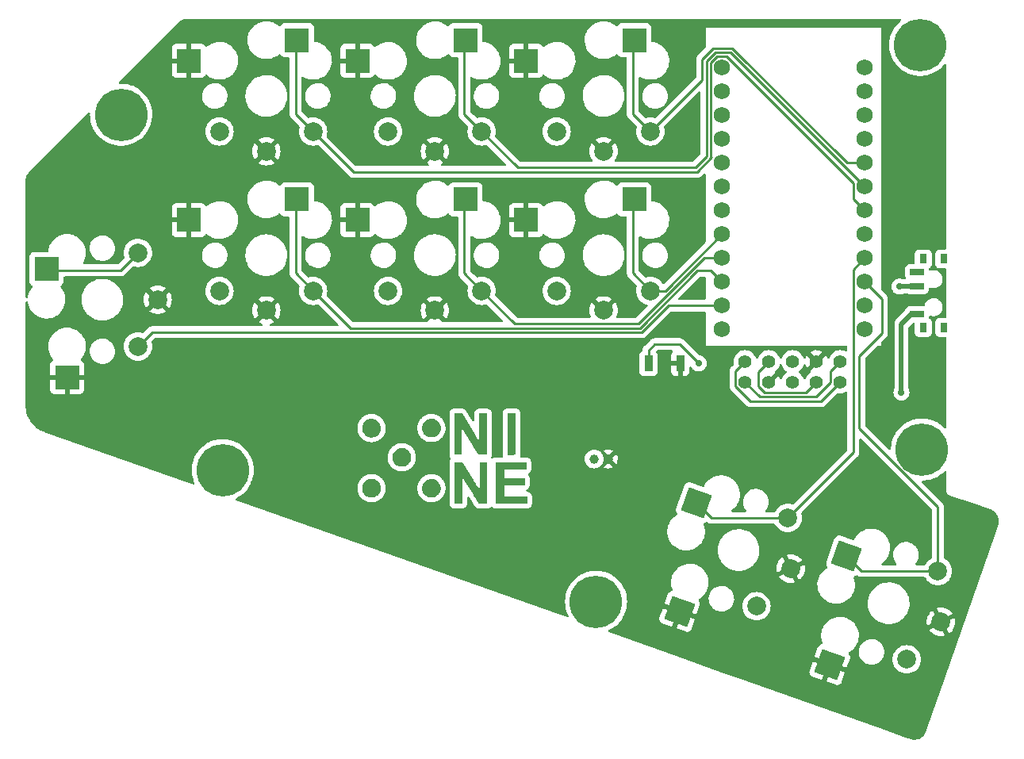
<source format=gtl>
G04 #@! TF.GenerationSoftware,KiCad,Pcbnew,(6.0.8-1)-1*
G04 #@! TF.CreationDate,2022-11-22T18:57:46+00:00*
G04 #@! TF.ProjectId,nine-nano-no-jumpers,6e696e65-2d6e-4616-9e6f-2d6e6f2d6a75,v1.0.0*
G04 #@! TF.SameCoordinates,Original*
G04 #@! TF.FileFunction,Copper,L1,Top*
G04 #@! TF.FilePolarity,Positive*
%FSLAX46Y46*%
G04 Gerber Fmt 4.6, Leading zero omitted, Abs format (unit mm)*
G04 Created by KiCad (PCBNEW (6.0.8-1)-1) date 2022-11-22 18:57:46*
%MOMM*%
%LPD*%
G01*
G04 APERTURE LIST*
G04 Aperture macros list*
%AMRotRect*
0 Rectangle, with rotation*
0 The origin of the aperture is its center*
0 $1 length*
0 $2 width*
0 $3 Rotation angle, in degrees counterclockwise*
0 Add horizontal line*
21,1,$1,$2,0,0,$3*%
G04 Aperture macros list end*
G04 #@! TA.AperFunction,ComponentPad*
%ADD10C,1.752600*%
G04 #@! TD*
G04 #@! TA.AperFunction,ComponentPad*
%ADD11C,5.600000*%
G04 #@! TD*
G04 #@! TA.AperFunction,ComponentPad*
%ADD12C,1.397000*%
G04 #@! TD*
G04 #@! TA.AperFunction,ComponentPad*
%ADD13C,2.000000*%
G04 #@! TD*
G04 #@! TA.AperFunction,SMDPad,CuDef*
%ADD14R,2.600000X2.600000*%
G04 #@! TD*
G04 #@! TA.AperFunction,SMDPad,CuDef*
%ADD15R,0.800000X1.000000*%
G04 #@! TD*
G04 #@! TA.AperFunction,SMDPad,CuDef*
%ADD16R,1.500000X0.700000*%
G04 #@! TD*
G04 #@! TA.AperFunction,ComponentPad*
%ADD17C,1.000000*%
G04 #@! TD*
G04 #@! TA.AperFunction,SMDPad,CuDef*
%ADD18RotRect,2.600000X2.600000X70.500000*%
G04 #@! TD*
G04 #@! TA.AperFunction,SMDPad,CuDef*
%ADD19R,0.900000X1.700000*%
G04 #@! TD*
G04 #@! TA.AperFunction,ViaPad*
%ADD20C,0.700000*%
G04 #@! TD*
G04 #@! TA.AperFunction,Conductor*
%ADD21C,0.500000*%
G04 #@! TD*
G04 #@! TA.AperFunction,Conductor*
%ADD22C,0.250000*%
G04 #@! TD*
G04 APERTURE END LIST*
G04 #@! TO.C,G\u002A\u002A\u002A*
G36*
X142595521Y-119771925D02*
G01*
X141705300Y-119771925D01*
X141688805Y-119748580D01*
X141682607Y-119738913D01*
X141667963Y-119715569D01*
X141645349Y-119679314D01*
X141615241Y-119630918D01*
X141578115Y-119571148D01*
X141534447Y-119500773D01*
X141484712Y-119420559D01*
X141429387Y-119331275D01*
X141368948Y-119233690D01*
X141303870Y-119128570D01*
X141234629Y-119016684D01*
X141161701Y-118898800D01*
X141085563Y-118775686D01*
X141006689Y-118648110D01*
X140927355Y-118519753D01*
X140844188Y-118385172D01*
X140762058Y-118252273D01*
X140681541Y-118121984D01*
X140603211Y-117995237D01*
X140527643Y-117872960D01*
X140455413Y-117756085D01*
X140387095Y-117645542D01*
X140323263Y-117542260D01*
X140264493Y-117447169D01*
X140211360Y-117361201D01*
X140164438Y-117285284D01*
X140124302Y-117220349D01*
X140091527Y-117167326D01*
X140066688Y-117127145D01*
X140054017Y-117106653D01*
X139925635Y-116899034D01*
X139923488Y-118335480D01*
X139921341Y-119771925D01*
X139089438Y-119771925D01*
X139089438Y-115348843D01*
X139524280Y-115351043D01*
X139959122Y-115353242D01*
X140099711Y-115582453D01*
X140141322Y-115650300D01*
X140188897Y-115727885D01*
X140242707Y-115815650D01*
X140303021Y-115914034D01*
X140370109Y-116023476D01*
X140444241Y-116144417D01*
X140525686Y-116277298D01*
X140614714Y-116422556D01*
X140711595Y-116580634D01*
X140816598Y-116751970D01*
X140929993Y-116937005D01*
X141023325Y-117089305D01*
X141082685Y-117186163D01*
X141145393Y-117288468D01*
X141209908Y-117393709D01*
X141274690Y-117499374D01*
X141338199Y-117602951D01*
X141398896Y-117701929D01*
X141455239Y-117793796D01*
X141505690Y-117876041D01*
X141546094Y-117941893D01*
X141759324Y-118289368D01*
X141767814Y-115353242D01*
X142181667Y-115351039D01*
X142595521Y-115348836D01*
X142595521Y-119771925D01*
G37*
G36*
X146755280Y-116095997D02*
G01*
X145573145Y-116098149D01*
X144391009Y-116100301D01*
X144391009Y-117076571D01*
X145492496Y-117078725D01*
X146593984Y-117080879D01*
X146593984Y-117819322D01*
X145492496Y-117821476D01*
X144391009Y-117823630D01*
X144388830Y-118424248D01*
X144386650Y-119024866D01*
X146840173Y-119024866D01*
X146840173Y-119771925D01*
X143503877Y-119771925D01*
X143503877Y-115348997D01*
X146755280Y-115348997D01*
X146755280Y-116095997D01*
G37*
G36*
X130336859Y-110706509D02*
G01*
X130461512Y-110727149D01*
X130576517Y-110760830D01*
X130690841Y-110810475D01*
X130797243Y-110874313D01*
X130894658Y-110951003D01*
X130982019Y-111039205D01*
X131058259Y-111137580D01*
X131122312Y-111244785D01*
X131173110Y-111359482D01*
X131209587Y-111480329D01*
X131227540Y-111578974D01*
X131235527Y-111704478D01*
X131227290Y-111828787D01*
X131203583Y-111950450D01*
X131165157Y-112068018D01*
X131112767Y-112180041D01*
X131047164Y-112285070D01*
X130969102Y-112381655D01*
X130879334Y-112468346D01*
X130778612Y-112543694D01*
X130703371Y-112588180D01*
X130596762Y-112637449D01*
X130487146Y-112672673D01*
X130370296Y-112695117D01*
X130329698Y-112699906D01*
X130283923Y-112704253D01*
X130248918Y-112706575D01*
X130218606Y-112706984D01*
X130186915Y-112705590D01*
X130154445Y-112703076D01*
X130025726Y-112683849D01*
X129902560Y-112649077D01*
X129786047Y-112599597D01*
X129677284Y-112536247D01*
X129577372Y-112459866D01*
X129487410Y-112371291D01*
X129408496Y-112271361D01*
X129341730Y-112160914D01*
X129289139Y-112043263D01*
X129258242Y-111939841D01*
X129239289Y-111828214D01*
X129232326Y-111712291D01*
X129237399Y-111595980D01*
X129254554Y-111483190D01*
X129281367Y-111384952D01*
X129330603Y-111265666D01*
X129392914Y-111156104D01*
X129467056Y-111056864D01*
X129551785Y-110968548D01*
X129645857Y-110891753D01*
X129748029Y-110827080D01*
X129857058Y-110775127D01*
X129971698Y-110736494D01*
X130090708Y-110711781D01*
X130212843Y-110701586D01*
X130336859Y-110706509D01*
G37*
G36*
X130308027Y-117117536D02*
G01*
X130432280Y-117134672D01*
X130553099Y-117167289D01*
X130669150Y-117215046D01*
X130779095Y-117277602D01*
X130881598Y-117354618D01*
X130955231Y-117424201D01*
X131038164Y-117522325D01*
X131106575Y-117627703D01*
X131160454Y-117738928D01*
X131199793Y-117854595D01*
X131224579Y-117973298D01*
X131234804Y-118093633D01*
X131230456Y-118214193D01*
X131211527Y-118333574D01*
X131178005Y-118450369D01*
X131129881Y-118563174D01*
X131067144Y-118670582D01*
X130989784Y-118771188D01*
X130965173Y-118798296D01*
X130867911Y-118890084D01*
X130763344Y-118966553D01*
X130651382Y-119027749D01*
X130531935Y-119073724D01*
X130404911Y-119104526D01*
X130401608Y-119105108D01*
X130345462Y-119112155D01*
X130279688Y-119116076D01*
X130210192Y-119116864D01*
X130142882Y-119114514D01*
X130083666Y-119109018D01*
X130061062Y-119105485D01*
X129935627Y-119074174D01*
X129816770Y-119028126D01*
X129705644Y-118968370D01*
X129603405Y-118895937D01*
X129511206Y-118811856D01*
X129430204Y-118717158D01*
X129361550Y-118612873D01*
X129306402Y-118500031D01*
X129271915Y-118401316D01*
X129253874Y-118332602D01*
X129241918Y-118269555D01*
X129235117Y-118205334D01*
X129232540Y-118133096D01*
X129232447Y-118111344D01*
X129240771Y-117983371D01*
X129264910Y-117859595D01*
X129303985Y-117741214D01*
X129357118Y-117629429D01*
X129423428Y-117525438D01*
X129502038Y-117430441D01*
X129592068Y-117345636D01*
X129692638Y-117272224D01*
X129802871Y-117211404D01*
X129921886Y-117164374D01*
X129928027Y-117162414D01*
X130054564Y-117131066D01*
X130181676Y-117116220D01*
X130308027Y-117117536D01*
G37*
G36*
X136812050Y-110720724D02*
G01*
X136929110Y-110750268D01*
X137041658Y-110793590D01*
X137148329Y-110849899D01*
X137247761Y-110918399D01*
X137338590Y-110998299D01*
X137419453Y-111088804D01*
X137488987Y-111189121D01*
X137545828Y-111298457D01*
X137577451Y-111380285D01*
X137610574Y-111504614D01*
X137627511Y-111628784D01*
X137628951Y-111751633D01*
X137615585Y-111872001D01*
X137588100Y-111988728D01*
X137547186Y-112100651D01*
X137493533Y-112206612D01*
X137427829Y-112305449D01*
X137350763Y-112396001D01*
X137263025Y-112477108D01*
X137165303Y-112547609D01*
X137058288Y-112606344D01*
X136942667Y-112652152D01*
X136819130Y-112683871D01*
X136801570Y-112687065D01*
X136741724Y-112694473D01*
X136672387Y-112698351D01*
X136599744Y-112698703D01*
X136529982Y-112695531D01*
X136469286Y-112688839D01*
X136457791Y-112686899D01*
X136334097Y-112655948D01*
X136216100Y-112609755D01*
X136105234Y-112549378D01*
X136002936Y-112475874D01*
X135910639Y-112390301D01*
X135829780Y-112293717D01*
X135761793Y-112187179D01*
X135750247Y-112165508D01*
X135708178Y-112076986D01*
X135677249Y-111994113D01*
X135655948Y-111911217D01*
X135642764Y-111822628D01*
X135636884Y-111740355D01*
X135639503Y-111613159D01*
X135658231Y-111489017D01*
X135692288Y-111369267D01*
X135740891Y-111255249D01*
X135803258Y-111148299D01*
X135878608Y-111049756D01*
X135966159Y-110960958D01*
X136065129Y-110883244D01*
X136174736Y-110817952D01*
X136176187Y-110817211D01*
X136241329Y-110785832D01*
X136300333Y-110761935D01*
X136360309Y-110743043D01*
X136428371Y-110726676D01*
X136447428Y-110722700D01*
X136569846Y-110706147D01*
X136691841Y-110705753D01*
X136812050Y-110720724D01*
G37*
G36*
X136737001Y-117124785D02*
G01*
X136857625Y-117144541D01*
X136975644Y-117179188D01*
X137089583Y-117228811D01*
X137197964Y-117293493D01*
X137238770Y-117323095D01*
X137264581Y-117344598D01*
X137297039Y-117374166D01*
X137331341Y-117407331D01*
X137353528Y-117429925D01*
X137438634Y-117530429D01*
X137508229Y-117637795D01*
X137562194Y-117751734D01*
X137600415Y-117871956D01*
X137622774Y-117998171D01*
X137629239Y-118116511D01*
X137621040Y-118246906D01*
X137596831Y-118372941D01*
X137557128Y-118493473D01*
X137502449Y-118607361D01*
X137433311Y-118713463D01*
X137350231Y-118810637D01*
X137288275Y-118869099D01*
X137185110Y-118948458D01*
X137076659Y-119011931D01*
X136961791Y-119060012D01*
X136839373Y-119093192D01*
X136736113Y-119109244D01*
X136684771Y-119114240D01*
X136642228Y-119116547D01*
X136601751Y-119116143D01*
X136556607Y-119113009D01*
X136512934Y-119108558D01*
X136407767Y-119089851D01*
X136300001Y-119057346D01*
X136194103Y-119012684D01*
X136094537Y-118957507D01*
X136084677Y-118951199D01*
X136036748Y-118916300D01*
X135983891Y-118871462D01*
X135930003Y-118820539D01*
X135878984Y-118767390D01*
X135834734Y-118715870D01*
X135802812Y-118672403D01*
X135738096Y-118558717D01*
X135689126Y-118440765D01*
X135655757Y-118319878D01*
X135637839Y-118197391D01*
X135635227Y-118074636D01*
X135647773Y-117952946D01*
X135675330Y-117833654D01*
X135717751Y-117718093D01*
X135774888Y-117607597D01*
X135846594Y-117503499D01*
X135932722Y-117407131D01*
X135943719Y-117396436D01*
X136041238Y-117314292D01*
X136146486Y-117246454D01*
X136257987Y-117193005D01*
X136374266Y-117154031D01*
X136493845Y-117129613D01*
X136615249Y-117119837D01*
X136737001Y-117124785D01*
G37*
G36*
X145624097Y-112354395D02*
G01*
X145621958Y-114563737D01*
X145178392Y-114566173D01*
X144734826Y-114568610D01*
X144734826Y-110145054D01*
X145626235Y-110145054D01*
X145624097Y-112354395D01*
G37*
G36*
X133592315Y-113819552D02*
G01*
X133717857Y-113844234D01*
X133841446Y-113885520D01*
X133962449Y-113943343D01*
X134037001Y-113988190D01*
X134067358Y-114010863D01*
X134105146Y-114043420D01*
X134147079Y-114082572D01*
X134189873Y-114125036D01*
X134230240Y-114167524D01*
X134264896Y-114206752D01*
X134290553Y-114239433D01*
X134295499Y-114246688D01*
X134360702Y-114357948D01*
X134410009Y-114467989D01*
X134444110Y-114579227D01*
X134463697Y-114694076D01*
X134469459Y-114814952D01*
X134468609Y-114852373D01*
X134463851Y-114932231D01*
X134455367Y-115001165D01*
X134441991Y-115065038D01*
X134422555Y-115129710D01*
X134402505Y-115184306D01*
X134349571Y-115297623D01*
X134282567Y-115403643D01*
X134203062Y-115500800D01*
X134112624Y-115587527D01*
X134012819Y-115662260D01*
X133905218Y-115723431D01*
X133830314Y-115755757D01*
X133753892Y-115782252D01*
X133683395Y-115800758D01*
X133612296Y-115812529D01*
X133534068Y-115818820D01*
X133494986Y-115820193D01*
X133449244Y-115821005D01*
X133408088Y-115821185D01*
X133375227Y-115820757D01*
X133354367Y-115819745D01*
X133350668Y-115819272D01*
X133286877Y-115807267D01*
X133236088Y-115796874D01*
X133194537Y-115787019D01*
X133158462Y-115776627D01*
X133124098Y-115764624D01*
X133087683Y-115749935D01*
X133049298Y-115733196D01*
X132938646Y-115674843D01*
X132836829Y-115602779D01*
X132744892Y-115518381D01*
X132663879Y-115423024D01*
X132594833Y-115318082D01*
X132538798Y-115204932D01*
X132496819Y-115084949D01*
X132471987Y-114972680D01*
X132460015Y-114847470D01*
X132464209Y-114723296D01*
X132483787Y-114601548D01*
X132517965Y-114483613D01*
X132565960Y-114370882D01*
X132626990Y-114264743D01*
X132700272Y-114166585D01*
X132785023Y-114077798D01*
X132880459Y-113999770D01*
X132985799Y-113933891D01*
X133083255Y-113888194D01*
X133210290Y-113845796D01*
X133337899Y-113820267D01*
X133465452Y-113811541D01*
X133592315Y-113819552D01*
G37*
G36*
X140770513Y-111530933D02*
G01*
X140857251Y-111672507D01*
X140942112Y-111811019D01*
X141024626Y-111945704D01*
X141104325Y-112075795D01*
X141180739Y-112200528D01*
X141253400Y-112319137D01*
X141321837Y-112430856D01*
X141385583Y-112534919D01*
X141444169Y-112630561D01*
X141497125Y-112717016D01*
X141543982Y-112793519D01*
X141584271Y-112859303D01*
X141617524Y-112913603D01*
X141643271Y-112955654D01*
X141661044Y-112984690D01*
X141669889Y-112999154D01*
X141725367Y-113089986D01*
X141727514Y-111621764D01*
X141729660Y-110153543D01*
X142553074Y-110153543D01*
X142553074Y-114559642D01*
X142106862Y-114557445D01*
X141660650Y-114555247D01*
X141324810Y-114011932D01*
X141267728Y-113919585D01*
X141210925Y-113827684D01*
X141155390Y-113737832D01*
X141102112Y-113651630D01*
X141052081Y-113570677D01*
X141006287Y-113496577D01*
X140965719Y-113430929D01*
X140931368Y-113375336D01*
X140904221Y-113331398D01*
X140889348Y-113307320D01*
X140865035Y-113267969D01*
X140833102Y-113216305D01*
X140794861Y-113154450D01*
X140751624Y-113084528D01*
X140704706Y-113008662D01*
X140655420Y-112928976D01*
X140605079Y-112847594D01*
X140554995Y-112766638D01*
X140545487Y-112751270D01*
X140493411Y-112667087D01*
X140439041Y-112579169D01*
X140383983Y-112490113D01*
X140329842Y-112402516D01*
X140278221Y-112318975D01*
X140230727Y-112242088D01*
X140188965Y-112174451D01*
X140154634Y-112118817D01*
X140115912Y-112056047D01*
X140077031Y-111993035D01*
X140039684Y-111932526D01*
X140005567Y-111877266D01*
X139976374Y-111829999D01*
X139953800Y-111793470D01*
X139947727Y-111783650D01*
X139887433Y-111686184D01*
X139887433Y-114559492D01*
X139055481Y-114559492D01*
X139055481Y-110153543D01*
X139926614Y-110153543D01*
X140770513Y-111530933D01*
G37*
G04 #@! TD*
D10*
G04 #@! TO.P,U1,1,TX0/P0.06*
G04 #@! TO.N,CS*
X167630000Y-73244000D03*
G04 #@! TO.P,U1,2,RX1/P0.08*
G04 #@! TO.N,unconnected-(U1-Pad2)*
X167630000Y-75784000D03*
G04 #@! TO.P,U1,3,GND*
G04 #@! TO.N,unconnected-(U1-Pad3)*
X167630000Y-78324000D03*
G04 #@! TO.P,U1,4,GND*
G04 #@! TO.N,unconnected-(U1-Pad4)*
X167630000Y-80864000D03*
G04 #@! TO.P,U1,5,P0.17*
G04 #@! TO.N,MOSI*
X167630000Y-83404000D03*
G04 #@! TO.P,U1,6,P0.20*
G04 #@! TO.N,SCK*
X167630000Y-85944000D03*
G04 #@! TO.P,U1,7,P0.22*
G04 #@! TO.N,unconnected-(U1-Pad7)*
X167630000Y-88484000D03*
G04 #@! TO.P,U1,8,P0.24*
G04 #@! TO.N,D5*
X167630000Y-91024000D03*
G04 #@! TO.P,U1,9,P1.00*
G04 #@! TO.N,D6*
X167630000Y-93564000D03*
G04 #@! TO.P,U1,10,P0.11*
G04 #@! TO.N,D7*
X167630000Y-96104000D03*
G04 #@! TO.P,U1,11,P1.04*
G04 #@! TO.N,D8*
X167630000Y-98644000D03*
G04 #@! TO.P,U1,12,P1.06*
G04 #@! TO.N,unconnected-(U1-Pad12)*
X167630000Y-101184000D03*
G04 #@! TO.P,U1,13,NFC1/P0.09*
G04 #@! TO.N,unconnected-(U1-Pad13)*
X182870000Y-101184000D03*
G04 #@! TO.P,U1,14,NFC2/P0.10*
G04 #@! TO.N,unconnected-(U1-Pad14)*
X182870000Y-98644000D03*
G04 #@! TO.P,U1,15,P1.11*
G04 #@! TO.N,D14*
X182870000Y-96104000D03*
G04 #@! TO.P,U1,16,P1.13*
G04 #@! TO.N,D15*
X182870000Y-93564000D03*
G04 #@! TO.P,U1,17,P1.15*
G04 #@! TO.N,unconnected-(U1-Pad17)*
X182870000Y-91024000D03*
G04 #@! TO.P,U1,18,AIN0/P0.02*
G04 #@! TO.N,D19*
X182870000Y-88484000D03*
G04 #@! TO.P,U1,19,AIN5/P0.29*
G04 #@! TO.N,D20*
X182870000Y-85944000D03*
G04 #@! TO.P,U1,20,AIN7/P0.31*
G04 #@! TO.N,D21*
X182870000Y-83404000D03*
G04 #@! TO.P,U1,21,VCC*
G04 #@! TO.N,VCC*
X182870000Y-80864000D03*
G04 #@! TO.P,U1,22,RST*
G04 #@! TO.N,RST*
X182870000Y-78324000D03*
G04 #@! TO.P,U1,23,GND*
G04 #@! TO.N,GND*
X182870000Y-75784000D03*
G04 #@! TO.P,U1,24,BATIN/P0.04*
G04 #@! TO.N,BATIN*
X182870000Y-73244000D03*
G04 #@! TD*
D11*
G04 #@! TO.P,REF\u002A\u002A,1*
G04 #@! TO.N,N/C*
X103500000Y-78250000D03*
G04 #@! TD*
G04 #@! TO.P,REF\u002A\u002A,1*
G04 #@! TO.N,N/C*
X154200000Y-130250000D03*
G04 #@! TD*
D12*
G04 #@! TO.P,J3,1,Pin_1*
G04 #@! TO.N,CS*
X170110000Y-106795000D03*
G04 #@! TO.P,J3,2,Pin_2*
G04 #@! TO.N,GND*
X172650000Y-106795000D03*
G04 #@! TO.P,J3,3,Pin_3*
G04 #@! TO.N,VCC*
X175190000Y-106795000D03*
G04 #@! TO.P,J3,4,Pin_4*
G04 #@! TO.N,SCK*
X177730000Y-106795000D03*
G04 #@! TO.P,J3,5,Pin_5*
G04 #@! TO.N,MOSI*
X180270000Y-106795000D03*
G04 #@! TD*
D13*
G04 #@! TO.P,SW1,1,1*
G04 #@! TO.N,D8*
X105300000Y-103000000D03*
D14*
X95550000Y-94725000D03*
D13*
X105300000Y-93000000D03*
D14*
G04 #@! TO.P,SW1,2,2*
G04 #@! TO.N,GND*
X97750000Y-106275000D03*
D13*
X107400000Y-98000000D03*
G04 #@! TD*
D15*
G04 #@! TO.P,SWF1,*
G04 #@! TO.N,*
X191330000Y-93650000D03*
X189120000Y-100950000D03*
X191330000Y-100950000D03*
X189120000Y-93650000D03*
D16*
G04 #@! TO.P,SWF1,1,A*
G04 #@! TO.N,BAT+*
X188470000Y-99550000D03*
G04 #@! TO.P,SWF1,2,B*
G04 #@! TO.N,BATIN*
X188470000Y-96550000D03*
G04 #@! TO.P,SWF1,3,C*
G04 #@! TO.N,N/C*
X188470000Y-95050000D03*
G04 #@! TD*
D17*
G04 #@! TO.P,J1,1,Pin_1*
G04 #@! TO.N,BAT+*
X154000000Y-115000000D03*
G04 #@! TO.P,J1,2,Pin_2*
G04 #@! TO.N,GND*
X155500000Y-115000000D03*
G04 #@! TD*
D13*
G04 #@! TO.P,SW9,1,1*
G04 #@! TO.N,D14*
X187355907Y-136395790D03*
D18*
X180927405Y-125340814D03*
D13*
X190693976Y-126969375D03*
G04 #@! TO.P,SW9,2,2*
G04 #@! TO.N,GND*
X191004489Y-132383576D03*
D18*
X179145747Y-136962699D03*
G04 #@! TD*
D11*
G04 #@! TO.P,REF\u002A\u002A,1*
G04 #@! TO.N,N/C*
X189000000Y-114000000D03*
G04 #@! TD*
D14*
G04 #@! TO.P,SW5,1,1*
G04 #@! TO.N,D7*
X122275000Y-87300000D03*
D13*
X124000000Y-97050000D03*
X114000000Y-97050000D03*
D14*
G04 #@! TO.P,SW5,2,2*
G04 #@! TO.N,GND*
X110725000Y-89500000D03*
D13*
X119000000Y-99150000D03*
G04 #@! TD*
G04 #@! TO.P,SW3,1,1*
G04 #@! TO.N,D20*
X132000000Y-80050000D03*
D14*
X140275000Y-70300000D03*
D13*
X142000000Y-80050000D03*
G04 #@! TO.P,SW3,2,2*
G04 #@! TO.N,GND*
X137000000Y-82150000D03*
D14*
X128725000Y-72500000D03*
G04 #@! TD*
D19*
G04 #@! TO.P,RESET1,1,1*
G04 #@! TO.N,RST*
X159800000Y-104800000D03*
G04 #@! TO.P,RESET1,2,2*
G04 #@! TO.N,GND*
X163200000Y-104800000D03*
G04 #@! TD*
D11*
G04 #@! TO.P,REF\u002A\u002A,1*
G04 #@! TO.N,N/C*
X114350000Y-116200000D03*
G04 #@! TD*
G04 #@! TO.P,REF\u002A\u002A,1*
G04 #@! TO.N,N/C*
X188800000Y-70800000D03*
G04 #@! TD*
D13*
G04 #@! TO.P,SW4,1,1*
G04 #@! TO.N,D21*
X160000000Y-80050000D03*
D14*
X158275000Y-70300000D03*
D13*
X150000000Y-80050000D03*
D14*
G04 #@! TO.P,SW4,2,2*
G04 #@! TO.N,GND*
X146725000Y-72500000D03*
D13*
X155000000Y-82150000D03*
G04 #@! TD*
G04 #@! TO.P,SW7,1,1*
G04 #@! TO.N,D5*
X150000000Y-97050000D03*
X160000000Y-97050000D03*
D14*
X158275000Y-87300000D03*
D13*
G04 #@! TO.P,SW7,2,2*
G04 #@! TO.N,GND*
X155000000Y-99150000D03*
D14*
X146725000Y-89500000D03*
G04 #@! TD*
D12*
G04 #@! TO.P,J2,1,Pin_1*
G04 #@! TO.N,MOSI*
X170110000Y-104595000D03*
G04 #@! TO.P,J2,2,Pin_2*
G04 #@! TO.N,SCK*
X172650000Y-104595000D03*
G04 #@! TO.P,J2,3,Pin_3*
G04 #@! TO.N,VCC*
X175190000Y-104595000D03*
G04 #@! TO.P,J2,4,Pin_4*
G04 #@! TO.N,GND*
X177730000Y-104595000D03*
G04 #@! TO.P,J2,5,Pin_5*
G04 #@! TO.N,CS*
X180270000Y-104595000D03*
G04 #@! TD*
D13*
G04 #@! TO.P,SW6,1,1*
G04 #@! TO.N,D6*
X132000000Y-97050000D03*
D14*
X140275000Y-87300000D03*
D13*
X142000000Y-97050000D03*
G04 #@! TO.P,SW6,2,2*
G04 #@! TO.N,GND*
X137000000Y-99150000D03*
D14*
X128725000Y-89500000D03*
G04 #@! TD*
D13*
G04 #@! TO.P,SW8,1,1*
G04 #@! TO.N,D15*
X174669072Y-121294659D03*
X171331003Y-130721074D03*
D18*
X164902501Y-119666098D03*
D13*
G04 #@! TO.P,SW8,2,2*
G04 #@! TO.N,GND*
X174979585Y-126708860D03*
D18*
X163120843Y-131287983D03*
G04 #@! TD*
D13*
G04 #@! TO.P,SW2,1,1*
G04 #@! TO.N,D19*
X114000000Y-80050000D03*
X124000000Y-80050000D03*
D14*
X122275000Y-70300000D03*
G04 #@! TO.P,SW2,2,2*
G04 #@! TO.N,GND*
X110725000Y-72500000D03*
D13*
X119000000Y-82150000D03*
G04 #@! TD*
D20*
G04 #@! TO.N,BAT+*
X186800000Y-107900000D03*
G04 #@! TO.N,GND*
X146000000Y-68400000D03*
X155500000Y-113200000D03*
X191000000Y-82200000D03*
X133100000Y-125000000D03*
X181800000Y-68500000D03*
X180300000Y-108800000D03*
X191000000Y-76400000D03*
X169900000Y-68500000D03*
X149200000Y-130700000D03*
X104400000Y-74500000D03*
X109900000Y-116700000D03*
X185400000Y-76400000D03*
X94100000Y-110300000D03*
X158100000Y-133800000D03*
X196400000Y-121400000D03*
X174400000Y-139600000D03*
X188400000Y-144300000D03*
X190950000Y-107950000D03*
X170750000Y-127900000D03*
X173850000Y-103250000D03*
X186700000Y-133500000D03*
X191000000Y-88100000D03*
X128000000Y-68400000D03*
X175300000Y-68500000D03*
X164000000Y-68500000D03*
X117200000Y-119300000D03*
X99700000Y-79100000D03*
X164000000Y-97600000D03*
X94000000Y-85200000D03*
X110900000Y-68400000D03*
G04 #@! TO.N,RST*
X165150000Y-104800000D03*
G04 #@! TO.N,BATIN*
X186600000Y-96600000D03*
G04 #@! TD*
D21*
G04 #@! TO.N,BAT+*
X186800000Y-100600000D02*
X187850000Y-99550000D01*
X186800000Y-107900000D02*
X186800000Y-100600000D01*
X187850000Y-99550000D02*
X188470000Y-99550000D01*
D22*
G04 #@! TO.N,MOSI*
X180270000Y-106795000D02*
X178246500Y-108818500D01*
X169086500Y-107218948D02*
X169086500Y-105618500D01*
X169086500Y-105618500D02*
X170110000Y-104595000D01*
X170686052Y-108818500D02*
X169086500Y-107218948D01*
X178246500Y-108818500D02*
X170686052Y-108818500D01*
G04 #@! TO.N,SCK*
X171500000Y-105745000D02*
X172650000Y-104595000D01*
X177730000Y-106795000D02*
X176606500Y-107918500D01*
X172184631Y-107918500D02*
X171500000Y-107233869D01*
X176606500Y-107918500D02*
X172184631Y-107918500D01*
X171500000Y-107233869D02*
X171500000Y-105745000D01*
G04 #@! TO.N,CS*
X170110000Y-106795000D02*
X171683500Y-108368500D01*
X177731500Y-108368500D02*
X179246500Y-106853500D01*
X171683500Y-108368500D02*
X177731500Y-108368500D01*
X179246500Y-106853500D02*
X179246500Y-105618500D01*
X179246500Y-105618500D02*
X180270000Y-104595000D01*
G04 #@! TO.N,RST*
X163100000Y-102750000D02*
X165150000Y-104800000D01*
X159800000Y-104800000D02*
X159800000Y-103400000D01*
X159800000Y-103400000D02*
X160450000Y-102750000D01*
X160450000Y-102750000D02*
X163100000Y-102750000D01*
G04 #@! TO.N,D14*
X180927405Y-125340814D02*
X182555966Y-126969375D01*
X184700000Y-97934000D02*
X182870000Y-96104000D01*
X184700000Y-101600000D02*
X184700000Y-97934000D01*
X182555966Y-126969375D02*
X190693976Y-126969375D01*
X190693976Y-120113394D02*
X182300000Y-111719418D01*
X182300000Y-104000000D02*
X184700000Y-101600000D01*
X182300000Y-111719418D02*
X182300000Y-104000000D01*
X190693976Y-126969375D02*
X190693976Y-120113394D01*
G04 #@! TO.N,D5*
X161604000Y-97050000D02*
X167630000Y-91024000D01*
X158124999Y-87450001D02*
X158124999Y-95174999D01*
X158275000Y-87300000D02*
X158124999Y-87450001D01*
X160000000Y-97050000D02*
X161604000Y-97050000D01*
X158124999Y-95174999D02*
X160000000Y-97050000D01*
G04 #@! TO.N,D6*
X140275000Y-87300000D02*
X140124999Y-87450001D01*
X142000000Y-97050000D02*
X145525000Y-100575000D01*
X158715396Y-100575000D02*
X165726396Y-93564000D01*
X165726396Y-93564000D02*
X167630000Y-93564000D01*
X140124999Y-87450001D02*
X140124999Y-95174999D01*
X145525000Y-100575000D02*
X158715396Y-100575000D01*
X140124999Y-95174999D02*
X142000000Y-97050000D01*
G04 #@! TO.N,D15*
X181668700Y-94765300D02*
X181668700Y-114295031D01*
X166531062Y-121294659D02*
X174669072Y-121294659D01*
X182870000Y-93564000D02*
X181668700Y-94765300D01*
X181668700Y-114295031D02*
X174669072Y-121294659D01*
X164902501Y-119666098D02*
X166531062Y-121294659D01*
D21*
G04 #@! TO.N,BATIN*
X188420000Y-96600000D02*
X188470000Y-96550000D01*
X186600000Y-96600000D02*
X188420000Y-96600000D01*
D22*
G04 #@! TO.N,D21*
X160000000Y-80050000D02*
X165528700Y-74521300D01*
X158124999Y-78174999D02*
X160000000Y-80050000D01*
X158124999Y-70450001D02*
X158124999Y-78174999D01*
X165528700Y-72348508D02*
X166734508Y-71142700D01*
X165528700Y-74521300D02*
X165528700Y-72348508D01*
X166734508Y-71142700D02*
X168705096Y-71142700D01*
X180966396Y-83404000D02*
X182870000Y-83404000D01*
X168705096Y-71142700D02*
X180966396Y-83404000D01*
X158275000Y-70300000D02*
X158124999Y-70450001D01*
G04 #@! TO.N,D20*
X142000000Y-80050000D02*
X145850000Y-83900000D01*
X168518700Y-71592700D02*
X182870000Y-85944000D01*
X166920904Y-71592700D02*
X168518700Y-71592700D01*
X140124999Y-78174999D02*
X142000000Y-80050000D01*
X164798709Y-83900000D02*
X165978700Y-82720009D01*
X140275000Y-70300000D02*
X140124999Y-70450001D01*
X165978700Y-72534904D02*
X166920904Y-71592700D01*
X165978700Y-82720009D02*
X165978700Y-72534904D01*
X145850000Y-83900000D02*
X164798709Y-83900000D01*
X140124999Y-70450001D02*
X140124999Y-78174999D01*
G04 #@! TO.N,D19*
X168127595Y-72042700D02*
X181650000Y-85565105D01*
X167107300Y-72042700D02*
X168127595Y-72042700D01*
X128300000Y-84350000D02*
X164985105Y-84350000D01*
X166550000Y-82785105D02*
X166428700Y-82663805D01*
X166428700Y-82663805D02*
X166428700Y-72721300D01*
X122124999Y-70450001D02*
X122124999Y-78174999D01*
X181650000Y-85565105D02*
X181650000Y-87264000D01*
X181650000Y-87264000D02*
X182870000Y-88484000D01*
X122124999Y-78174999D02*
X124000000Y-80050000D01*
X166428700Y-72721300D02*
X167107300Y-72042700D01*
X122275000Y-70300000D02*
X122124999Y-70450001D01*
X164985105Y-84350000D02*
X166550000Y-82785105D01*
X124000000Y-80050000D02*
X128300000Y-84350000D01*
G04 #@! TO.N,D8*
X103424999Y-94875001D02*
X105300000Y-93000000D01*
X106825000Y-101475000D02*
X159088188Y-101475000D01*
X161919188Y-98644000D02*
X167630000Y-98644000D01*
X95550000Y-94725000D02*
X95700001Y-94875001D01*
X105300000Y-103000000D02*
X106825000Y-101475000D01*
X95700001Y-94875001D02*
X103424999Y-94875001D01*
X159088188Y-101475000D02*
X161919188Y-98644000D01*
G04 #@! TO.N,D7*
X127975000Y-101025000D02*
X158901792Y-101025000D01*
X165013396Y-94913396D02*
X166439396Y-94913396D01*
X158901792Y-101025000D02*
X165013396Y-94913396D01*
X122124999Y-87450001D02*
X122124999Y-95174999D01*
X166439396Y-94913396D02*
X167630000Y-96104000D01*
X124000000Y-97050000D02*
X127975000Y-101025000D01*
X122124999Y-95174999D02*
X124000000Y-97050000D01*
X122275000Y-87300000D02*
X122124999Y-87450001D01*
G04 #@! TD*
G04 #@! TA.AperFunction,Conductor*
G04 #@! TO.N,GND*
G36*
X186698804Y-68028502D02*
G01*
X186745297Y-68082158D01*
X186755401Y-68152432D01*
X186725907Y-68217012D01*
X186706694Y-68234989D01*
X186661367Y-68269270D01*
X186658882Y-68271612D01*
X186658877Y-68271616D01*
X186583306Y-68342831D01*
X186400559Y-68515043D01*
X186398347Y-68517633D01*
X186398345Y-68517635D01*
X186394387Y-68522269D01*
X186167819Y-68787546D01*
X186165900Y-68790358D01*
X186165897Y-68790363D01*
X186098145Y-68889684D01*
X185965871Y-69083591D01*
X185797077Y-69399714D01*
X185663411Y-69732218D01*
X185662491Y-69735492D01*
X185662489Y-69735497D01*
X185580364Y-70027667D01*
X185566437Y-70077213D01*
X185507290Y-70430663D01*
X185486661Y-70788434D01*
X185504792Y-71146340D01*
X185505329Y-71149695D01*
X185505330Y-71149701D01*
X185522541Y-71257152D01*
X185561470Y-71500195D01*
X185656033Y-71845859D01*
X185734567Y-72045229D01*
X185770822Y-72137267D01*
X185787374Y-72179288D01*
X185794675Y-72193194D01*
X185918861Y-72429733D01*
X185953957Y-72496582D01*
X185955858Y-72499411D01*
X185955864Y-72499421D01*
X186128058Y-72755671D01*
X186153834Y-72794029D01*
X186384665Y-73068150D01*
X186643751Y-73315738D01*
X186928061Y-73533897D01*
X186960056Y-73553350D01*
X187231355Y-73718303D01*
X187231360Y-73718306D01*
X187234270Y-73720075D01*
X187237358Y-73721521D01*
X187237357Y-73721521D01*
X187555710Y-73870649D01*
X187555720Y-73870653D01*
X187558794Y-73872093D01*
X187562012Y-73873195D01*
X187562015Y-73873196D01*
X187894615Y-73987071D01*
X187894623Y-73987073D01*
X187897838Y-73988174D01*
X188247435Y-74066959D01*
X188299728Y-74072917D01*
X188600114Y-74107142D01*
X188600122Y-74107142D01*
X188603497Y-74107527D01*
X188606901Y-74107545D01*
X188606904Y-74107545D01*
X188801227Y-74108562D01*
X188961857Y-74109403D01*
X188965243Y-74109053D01*
X188965245Y-74109053D01*
X189314932Y-74072917D01*
X189314941Y-74072916D01*
X189318324Y-74072566D01*
X189321657Y-74071852D01*
X189321660Y-74071851D01*
X189530222Y-74027139D01*
X189668727Y-73997446D01*
X190008968Y-73884922D01*
X190335066Y-73736311D01*
X190515214Y-73629347D01*
X190640262Y-73555099D01*
X190640267Y-73555096D01*
X190643207Y-73553350D01*
X190929786Y-73338180D01*
X191191451Y-73093319D01*
X191193663Y-73090747D01*
X191193670Y-73090740D01*
X191369975Y-72885765D01*
X191429561Y-72847163D01*
X191500557Y-72846904D01*
X191560423Y-72885069D01*
X191590151Y-72949542D01*
X191591500Y-72967929D01*
X191591500Y-92515500D01*
X191571498Y-92583621D01*
X191517842Y-92630114D01*
X191465500Y-92641500D01*
X190881866Y-92641500D01*
X190819684Y-92648255D01*
X190683295Y-92699385D01*
X190566739Y-92786739D01*
X190479385Y-92903295D01*
X190428255Y-93039684D01*
X190421500Y-93101866D01*
X190421500Y-94198134D01*
X190428255Y-94260316D01*
X190479385Y-94396705D01*
X190566739Y-94513261D01*
X190683295Y-94600615D01*
X190819684Y-94651745D01*
X190881866Y-94658500D01*
X191465500Y-94658500D01*
X191533621Y-94678502D01*
X191580114Y-94732158D01*
X191591500Y-94784500D01*
X191591500Y-99815500D01*
X191571498Y-99883621D01*
X191517842Y-99930114D01*
X191465500Y-99941500D01*
X190881866Y-99941500D01*
X190819684Y-99948255D01*
X190683295Y-99999385D01*
X190566739Y-100086739D01*
X190479385Y-100203295D01*
X190428255Y-100339684D01*
X190421500Y-100401866D01*
X190421500Y-101498134D01*
X190428255Y-101560316D01*
X190479385Y-101696705D01*
X190566739Y-101813261D01*
X190683295Y-101900615D01*
X190819684Y-101951745D01*
X190881866Y-101958500D01*
X191465500Y-101958500D01*
X191533621Y-101978502D01*
X191580114Y-102032158D01*
X191591500Y-102084500D01*
X191591500Y-111604860D01*
X191571498Y-111672981D01*
X191517842Y-111719474D01*
X191447568Y-111729578D01*
X191378767Y-111696257D01*
X191149921Y-111479091D01*
X191149920Y-111479090D01*
X191147454Y-111476750D01*
X190945931Y-111323231D01*
X190865091Y-111261647D01*
X190865089Y-111261646D01*
X190862384Y-111259585D01*
X190859472Y-111257828D01*
X190859467Y-111257825D01*
X190558443Y-111076236D01*
X190558437Y-111076233D01*
X190555528Y-111074478D01*
X190310100Y-110960554D01*
X190233571Y-110925030D01*
X190233569Y-110925029D01*
X190230475Y-110923593D01*
X190022398Y-110853163D01*
X189894255Y-110809789D01*
X189894250Y-110809788D01*
X189891028Y-110808697D01*
X189692681Y-110764724D01*
X189544493Y-110731871D01*
X189544487Y-110731870D01*
X189541158Y-110731132D01*
X189537769Y-110730758D01*
X189537764Y-110730757D01*
X189188338Y-110692180D01*
X189188333Y-110692180D01*
X189184957Y-110691807D01*
X189181558Y-110691801D01*
X189181557Y-110691801D01*
X189012080Y-110691505D01*
X188826592Y-110691182D01*
X188724242Y-110702120D01*
X188473639Y-110728901D01*
X188473631Y-110728902D01*
X188470256Y-110729263D01*
X188120117Y-110805606D01*
X187780271Y-110919317D01*
X187777178Y-110920739D01*
X187777177Y-110920740D01*
X187687230Y-110962111D01*
X187454694Y-111069066D01*
X187451760Y-111070822D01*
X187451758Y-111070823D01*
X187171289Y-111238680D01*
X187147193Y-111253101D01*
X187144467Y-111255163D01*
X187144465Y-111255164D01*
X186877574Y-111457013D01*
X186861367Y-111469270D01*
X186858882Y-111471612D01*
X186858877Y-111471616D01*
X186769739Y-111555616D01*
X186600559Y-111715043D01*
X186598347Y-111717633D01*
X186598345Y-111717635D01*
X186596472Y-111719828D01*
X186367819Y-111987546D01*
X186365900Y-111990358D01*
X186365897Y-111990363D01*
X186291587Y-112099298D01*
X186165871Y-112283591D01*
X185997077Y-112599714D01*
X185863411Y-112932218D01*
X185862491Y-112935492D01*
X185862489Y-112935497D01*
X185769129Y-113267637D01*
X185766437Y-113277213D01*
X185765875Y-113280570D01*
X185765875Y-113280571D01*
X185707877Y-113627158D01*
X185707290Y-113630663D01*
X185692848Y-113881139D01*
X185690749Y-113917535D01*
X185666859Y-113984391D01*
X185610616Y-114027719D01*
X185539877Y-114033760D01*
X185475863Y-113999377D01*
X184312757Y-112836270D01*
X182970405Y-111493918D01*
X182936379Y-111431606D01*
X182933500Y-111404823D01*
X182933500Y-107900000D01*
X185936771Y-107900000D01*
X185937461Y-107906565D01*
X185954582Y-108069452D01*
X185955635Y-108079475D01*
X186011401Y-108251107D01*
X186101633Y-108407393D01*
X186222387Y-108541504D01*
X186368385Y-108647578D01*
X186374413Y-108650262D01*
X186374415Y-108650263D01*
X186527217Y-108718295D01*
X186533248Y-108720980D01*
X186621508Y-108739740D01*
X186703311Y-108757128D01*
X186703315Y-108757128D01*
X186709768Y-108758500D01*
X186890232Y-108758500D01*
X186896685Y-108757128D01*
X186896689Y-108757128D01*
X186978492Y-108739740D01*
X187066752Y-108720980D01*
X187072783Y-108718295D01*
X187225585Y-108650263D01*
X187225587Y-108650262D01*
X187231615Y-108647578D01*
X187377613Y-108541504D01*
X187498367Y-108407393D01*
X187588599Y-108251107D01*
X187644365Y-108079475D01*
X187645419Y-108069452D01*
X187662539Y-107906565D01*
X187663229Y-107900000D01*
X187644365Y-107720525D01*
X187635174Y-107692236D01*
X187594528Y-107567140D01*
X187588599Y-107548893D01*
X187575380Y-107525998D01*
X187558500Y-107462999D01*
X187558500Y-100966371D01*
X187578502Y-100898250D01*
X187595405Y-100877276D01*
X187996405Y-100476276D01*
X188058717Y-100442250D01*
X188129532Y-100447315D01*
X188186368Y-100489862D01*
X188211179Y-100556382D01*
X188211500Y-100565371D01*
X188211500Y-101498134D01*
X188218255Y-101560316D01*
X188269385Y-101696705D01*
X188356739Y-101813261D01*
X188473295Y-101900615D01*
X188609684Y-101951745D01*
X188671866Y-101958500D01*
X189568134Y-101958500D01*
X189630316Y-101951745D01*
X189766705Y-101900615D01*
X189883261Y-101813261D01*
X189970615Y-101696705D01*
X190021745Y-101560316D01*
X190028500Y-101498134D01*
X190028500Y-100401866D01*
X190021745Y-100339684D01*
X189970615Y-100203295D01*
X189883261Y-100086739D01*
X189778935Y-100008551D01*
X189736420Y-99951692D01*
X189728500Y-99907725D01*
X189728500Y-99819207D01*
X189748502Y-99751086D01*
X189802158Y-99704593D01*
X189872432Y-99694489D01*
X189904538Y-99703569D01*
X189938684Y-99718345D01*
X189944931Y-99719650D01*
X189944934Y-99719651D01*
X190124557Y-99757176D01*
X190124562Y-99757177D01*
X190129293Y-99758165D01*
X190135685Y-99758500D01*
X190278663Y-99758500D01*
X190351653Y-99751086D01*
X190417378Y-99744410D01*
X190417379Y-99744410D01*
X190423727Y-99743765D01*
X190504843Y-99718345D01*
X190603451Y-99687444D01*
X190603456Y-99687442D01*
X190609541Y-99685535D01*
X190725834Y-99621072D01*
X190774271Y-99594223D01*
X190774274Y-99594221D01*
X190779850Y-99591130D01*
X190784691Y-99586981D01*
X190784695Y-99586978D01*
X190922855Y-99468560D01*
X190927698Y-99464409D01*
X190937988Y-99451144D01*
X191043131Y-99315594D01*
X191047046Y-99310547D01*
X191063308Y-99277500D01*
X191130200Y-99141556D01*
X191133018Y-99135829D01*
X191134628Y-99129649D01*
X191180492Y-98953575D01*
X191180492Y-98953572D01*
X191182102Y-98947393D01*
X191188571Y-98823954D01*
X191191959Y-98759317D01*
X191191959Y-98759313D01*
X191192293Y-98752936D01*
X191163175Y-98560401D01*
X191160972Y-98554415D01*
X191160971Y-98554409D01*
X191098140Y-98383640D01*
X191098138Y-98383635D01*
X191095937Y-98377654D01*
X190993326Y-98212160D01*
X190859534Y-98070678D01*
X190776893Y-98012812D01*
X190705259Y-97962654D01*
X190700025Y-97958989D01*
X190614648Y-97922043D01*
X190527175Y-97884190D01*
X190527171Y-97884189D01*
X190521316Y-97881655D01*
X190515069Y-97880350D01*
X190515066Y-97880349D01*
X190335443Y-97842824D01*
X190335438Y-97842823D01*
X190330707Y-97841835D01*
X190324315Y-97841500D01*
X190181337Y-97841500D01*
X190112049Y-97848538D01*
X190042622Y-97855590D01*
X190042621Y-97855590D01*
X190036273Y-97856235D01*
X190003300Y-97866568D01*
X189856549Y-97912556D01*
X189856544Y-97912558D01*
X189850459Y-97914465D01*
X189787816Y-97949189D01*
X189685729Y-98005777D01*
X189685726Y-98005779D01*
X189680150Y-98008870D01*
X189675309Y-98013019D01*
X189675305Y-98013022D01*
X189546786Y-98123177D01*
X189532302Y-98135591D01*
X189412954Y-98289453D01*
X189410138Y-98295176D01*
X189410136Y-98295179D01*
X189329800Y-98458444D01*
X189326982Y-98464171D01*
X189325373Y-98470347D01*
X189325371Y-98470353D01*
X189292315Y-98597260D01*
X189255788Y-98658140D01*
X189192146Y-98689606D01*
X189170384Y-98691500D01*
X187671866Y-98691500D01*
X187609684Y-98698255D01*
X187473295Y-98749385D01*
X187356739Y-98836739D01*
X187269385Y-98953295D01*
X187218255Y-99089684D01*
X187216276Y-99088942D01*
X187188307Y-99139012D01*
X186311089Y-100016230D01*
X186296677Y-100028616D01*
X186285082Y-100037149D01*
X186285077Y-100037154D01*
X186279182Y-100041492D01*
X186274443Y-100047070D01*
X186274440Y-100047073D01*
X186244965Y-100081768D01*
X186238035Y-100089284D01*
X186232340Y-100094979D01*
X186230060Y-100097861D01*
X186214719Y-100117251D01*
X186211928Y-100120655D01*
X186186268Y-100150859D01*
X186164667Y-100176285D01*
X186161339Y-100182801D01*
X186157972Y-100187850D01*
X186154805Y-100192979D01*
X186150266Y-100198716D01*
X186119345Y-100264875D01*
X186117442Y-100268769D01*
X186084231Y-100333808D01*
X186082492Y-100340916D01*
X186080393Y-100346559D01*
X186078476Y-100352322D01*
X186075378Y-100358950D01*
X186073888Y-100366112D01*
X186073888Y-100366113D01*
X186060514Y-100430412D01*
X186059544Y-100434696D01*
X186042192Y-100505610D01*
X186041500Y-100516764D01*
X186041464Y-100516762D01*
X186041225Y-100520755D01*
X186040851Y-100524947D01*
X186039360Y-100532115D01*
X186040260Y-100565371D01*
X186041454Y-100609521D01*
X186041500Y-100612928D01*
X186041500Y-107462999D01*
X186024620Y-107525998D01*
X186011401Y-107548893D01*
X186005472Y-107567140D01*
X185964827Y-107692236D01*
X185955635Y-107720525D01*
X185936771Y-107900000D01*
X182933500Y-107900000D01*
X182933500Y-104314594D01*
X182953502Y-104246473D01*
X182970405Y-104225499D01*
X184258999Y-102936905D01*
X184321311Y-102902879D01*
X184348094Y-102900000D01*
X184600000Y-102900000D01*
X184600000Y-102648094D01*
X184620002Y-102579973D01*
X184636905Y-102558999D01*
X185092247Y-102103657D01*
X185100537Y-102096113D01*
X185107018Y-102092000D01*
X185153659Y-102042332D01*
X185156413Y-102039491D01*
X185176135Y-102019769D01*
X185178612Y-102016576D01*
X185186317Y-102007555D01*
X185199705Y-101993298D01*
X185216586Y-101975321D01*
X185220407Y-101968371D01*
X185226346Y-101957568D01*
X185237202Y-101941041D01*
X185244757Y-101931302D01*
X185244758Y-101931300D01*
X185249614Y-101925040D01*
X185267174Y-101884460D01*
X185272391Y-101873812D01*
X185289875Y-101842009D01*
X185289876Y-101842007D01*
X185293695Y-101835060D01*
X185298733Y-101815437D01*
X185305137Y-101796734D01*
X185310033Y-101785420D01*
X185310033Y-101785419D01*
X185313181Y-101778145D01*
X185314420Y-101770322D01*
X185314423Y-101770312D01*
X185320099Y-101734476D01*
X185322505Y-101722856D01*
X185331528Y-101687711D01*
X185331528Y-101687710D01*
X185333500Y-101680030D01*
X185333500Y-101659776D01*
X185335051Y-101640065D01*
X185336980Y-101627886D01*
X185338220Y-101620057D01*
X185334059Y-101576038D01*
X185333500Y-101564181D01*
X185333500Y-98012767D01*
X185334027Y-98001584D01*
X185335702Y-97994091D01*
X185333562Y-97926000D01*
X185333500Y-97922043D01*
X185333500Y-97894144D01*
X185332996Y-97890153D01*
X185332063Y-97878311D01*
X185330923Y-97842036D01*
X185330674Y-97834111D01*
X185328462Y-97826497D01*
X185328461Y-97826492D01*
X185325023Y-97814659D01*
X185321012Y-97795295D01*
X185319467Y-97783064D01*
X185318474Y-97775203D01*
X185315557Y-97767836D01*
X185315556Y-97767831D01*
X185302198Y-97734092D01*
X185298354Y-97722865D01*
X185288230Y-97688022D01*
X185286018Y-97680407D01*
X185275707Y-97662972D01*
X185267012Y-97645224D01*
X185259552Y-97626383D01*
X185233564Y-97590613D01*
X185227048Y-97580693D01*
X185208580Y-97549465D01*
X185208578Y-97549462D01*
X185204542Y-97542638D01*
X185190221Y-97528317D01*
X185177380Y-97513283D01*
X185177016Y-97512782D01*
X185165472Y-97496893D01*
X185131395Y-97468702D01*
X185122616Y-97460712D01*
X184636905Y-96975001D01*
X184602879Y-96912689D01*
X184600000Y-96885906D01*
X184600000Y-96600000D01*
X185736771Y-96600000D01*
X185737461Y-96606565D01*
X185744013Y-96668897D01*
X185755635Y-96779475D01*
X185757675Y-96785753D01*
X185757675Y-96785754D01*
X185771781Y-96829168D01*
X185811401Y-96951107D01*
X185901633Y-97107393D01*
X185906051Y-97112300D01*
X185906052Y-97112301D01*
X185943500Y-97153891D01*
X186022387Y-97241504D01*
X186027729Y-97245385D01*
X186027731Y-97245387D01*
X186084609Y-97286711D01*
X186168385Y-97347578D01*
X186174413Y-97350262D01*
X186174415Y-97350263D01*
X186327217Y-97418295D01*
X186333248Y-97420980D01*
X186421508Y-97439740D01*
X186503311Y-97457128D01*
X186503315Y-97457128D01*
X186509768Y-97458500D01*
X186690232Y-97458500D01*
X186696685Y-97457128D01*
X186696689Y-97457128D01*
X186778492Y-97439740D01*
X186866752Y-97420980D01*
X186894783Y-97408500D01*
X186982618Y-97369393D01*
X187033867Y-97358500D01*
X187471487Y-97358500D01*
X187515716Y-97366518D01*
X187602289Y-97398973D01*
X187602291Y-97398973D01*
X187609684Y-97401745D01*
X187617532Y-97402598D01*
X187617534Y-97402598D01*
X187668469Y-97408131D01*
X187671866Y-97408500D01*
X189268134Y-97408500D01*
X189330316Y-97401745D01*
X189466705Y-97350615D01*
X189583261Y-97263261D01*
X189670615Y-97146705D01*
X189721745Y-97010316D01*
X189728500Y-96948134D01*
X189728500Y-96819207D01*
X189748502Y-96751086D01*
X189802158Y-96704593D01*
X189872432Y-96694489D01*
X189904538Y-96703569D01*
X189938684Y-96718345D01*
X189944931Y-96719650D01*
X189944934Y-96719651D01*
X190124557Y-96757176D01*
X190124562Y-96757177D01*
X190129293Y-96758165D01*
X190135685Y-96758500D01*
X190278663Y-96758500D01*
X190351653Y-96751086D01*
X190417378Y-96744410D01*
X190417379Y-96744410D01*
X190423727Y-96743765D01*
X190504843Y-96718345D01*
X190603451Y-96687444D01*
X190603456Y-96687442D01*
X190609541Y-96685535D01*
X190694696Y-96638332D01*
X190774271Y-96594223D01*
X190774274Y-96594221D01*
X190779850Y-96591130D01*
X190784691Y-96586981D01*
X190784695Y-96586978D01*
X190922855Y-96468560D01*
X190927698Y-96464409D01*
X190956647Y-96427089D01*
X191043131Y-96315594D01*
X191047046Y-96310547D01*
X191073991Y-96255789D01*
X191130200Y-96141556D01*
X191133018Y-96135829D01*
X191150239Y-96069717D01*
X191180492Y-95953575D01*
X191180492Y-95953572D01*
X191182102Y-95947393D01*
X191187901Y-95836739D01*
X191191959Y-95759317D01*
X191191959Y-95759313D01*
X191192293Y-95752936D01*
X191163175Y-95560401D01*
X191160972Y-95554415D01*
X191160971Y-95554409D01*
X191098140Y-95383640D01*
X191098138Y-95383635D01*
X191095937Y-95377654D01*
X190993326Y-95212160D01*
X190859534Y-95070678D01*
X190842741Y-95058919D01*
X190705259Y-94962654D01*
X190700025Y-94958989D01*
X190597136Y-94914465D01*
X190527175Y-94884190D01*
X190527171Y-94884189D01*
X190521316Y-94881655D01*
X190515069Y-94880350D01*
X190515066Y-94880349D01*
X190335443Y-94842824D01*
X190335438Y-94842823D01*
X190330707Y-94841835D01*
X190324315Y-94841500D01*
X190181337Y-94841500D01*
X190112049Y-94848538D01*
X190042622Y-94855590D01*
X190042621Y-94855590D01*
X190036273Y-94856235D01*
X189892179Y-94901391D01*
X189821194Y-94902675D01*
X189760783Y-94865378D01*
X189730127Y-94801341D01*
X189728500Y-94781157D01*
X189728500Y-94692275D01*
X189748502Y-94624154D01*
X189778935Y-94591449D01*
X189788060Y-94584610D01*
X189883261Y-94513261D01*
X189970615Y-94396705D01*
X190021745Y-94260316D01*
X190028500Y-94198134D01*
X190028500Y-93101866D01*
X190021745Y-93039684D01*
X189970615Y-92903295D01*
X189883261Y-92786739D01*
X189766705Y-92699385D01*
X189630316Y-92648255D01*
X189568134Y-92641500D01*
X188671866Y-92641500D01*
X188609684Y-92648255D01*
X188473295Y-92699385D01*
X188356739Y-92786739D01*
X188269385Y-92903295D01*
X188218255Y-93039684D01*
X188211500Y-93101866D01*
X188211500Y-94065500D01*
X188191498Y-94133621D01*
X188137842Y-94180114D01*
X188085500Y-94191500D01*
X187671866Y-94191500D01*
X187609684Y-94198255D01*
X187473295Y-94249385D01*
X187356739Y-94336739D01*
X187269385Y-94453295D01*
X187218255Y-94589684D01*
X187211500Y-94651866D01*
X187211500Y-95448134D01*
X187218255Y-95510316D01*
X187269385Y-95646705D01*
X187274766Y-95653884D01*
X187275372Y-95654992D01*
X187290541Y-95724349D01*
X187265804Y-95790897D01*
X187209016Y-95833507D01*
X187164852Y-95841500D01*
X187033867Y-95841500D01*
X186982618Y-95830607D01*
X186872783Y-95781705D01*
X186872781Y-95781705D01*
X186866752Y-95779020D01*
X186778492Y-95760260D01*
X186696689Y-95742872D01*
X186696685Y-95742872D01*
X186690232Y-95741500D01*
X186509768Y-95741500D01*
X186503315Y-95742872D01*
X186503311Y-95742872D01*
X186421508Y-95760260D01*
X186333248Y-95779020D01*
X186327219Y-95781704D01*
X186327217Y-95781705D01*
X186174416Y-95849737D01*
X186174414Y-95849738D01*
X186168386Y-95852422D01*
X186163045Y-95856302D01*
X186163044Y-95856303D01*
X186027731Y-95954613D01*
X186027729Y-95954615D01*
X186022387Y-95958496D01*
X186017966Y-95963406D01*
X186017965Y-95963407D01*
X185919167Y-96073134D01*
X185901633Y-96092607D01*
X185811401Y-96248893D01*
X185809359Y-96255178D01*
X185769151Y-96378928D01*
X185755635Y-96420525D01*
X185754945Y-96427088D01*
X185754945Y-96427089D01*
X185750586Y-96468560D01*
X185736771Y-96600000D01*
X184600000Y-96600000D01*
X184600000Y-69000000D01*
X165900000Y-69000000D01*
X165900000Y-71029113D01*
X165879998Y-71097234D01*
X165863095Y-71118209D01*
X165136442Y-71844861D01*
X165128163Y-71852395D01*
X165121682Y-71856508D01*
X165075057Y-71906159D01*
X165072302Y-71909001D01*
X165052565Y-71928738D01*
X165050085Y-71931935D01*
X165042382Y-71940955D01*
X165012114Y-71973187D01*
X165008295Y-71980133D01*
X165008293Y-71980136D01*
X165002352Y-71990942D01*
X164991501Y-72007461D01*
X164979086Y-72023467D01*
X164975941Y-72030736D01*
X164975938Y-72030740D01*
X164961526Y-72064045D01*
X164956309Y-72074695D01*
X164935005Y-72113448D01*
X164933034Y-72121123D01*
X164933034Y-72121124D01*
X164929967Y-72133070D01*
X164923563Y-72151774D01*
X164915519Y-72170363D01*
X164914280Y-72178186D01*
X164914277Y-72178196D01*
X164908601Y-72214032D01*
X164906195Y-72225652D01*
X164901400Y-72244329D01*
X164895200Y-72268478D01*
X164895200Y-72288732D01*
X164893649Y-72308442D01*
X164890480Y-72328451D01*
X164891226Y-72336343D01*
X164894641Y-72372469D01*
X164895200Y-72384327D01*
X164895200Y-74206706D01*
X164875198Y-74274827D01*
X164858295Y-74295801D01*
X160578459Y-78575636D01*
X160516147Y-78609662D01*
X160459951Y-78609060D01*
X160341748Y-78580682D01*
X160241524Y-78556620D01*
X160241518Y-78556619D01*
X160236711Y-78555465D01*
X160000000Y-78536835D01*
X159763289Y-78555465D01*
X159758482Y-78556619D01*
X159758476Y-78556620D01*
X159658252Y-78580682D01*
X159540049Y-78609060D01*
X159469142Y-78605513D01*
X159421540Y-78575636D01*
X159117231Y-78271326D01*
X158795403Y-77949498D01*
X158761378Y-77887186D01*
X158758499Y-77860403D01*
X158758499Y-76185732D01*
X159137200Y-76185732D01*
X159137400Y-76191062D01*
X159137400Y-76191063D01*
X159141364Y-76296659D01*
X159145854Y-76416268D01*
X159193228Y-76642050D01*
X159277967Y-76856622D01*
X159397647Y-77053849D01*
X159401144Y-77057879D01*
X159487768Y-77157704D01*
X159548847Y-77228092D01*
X159552978Y-77231479D01*
X159723115Y-77370984D01*
X159723121Y-77370988D01*
X159727243Y-77374368D01*
X159927735Y-77488494D01*
X159932751Y-77490315D01*
X159932756Y-77490317D01*
X160139575Y-77565389D01*
X160139579Y-77565390D01*
X160144590Y-77567209D01*
X160149839Y-77568158D01*
X160149842Y-77568159D01*
X160367523Y-77607522D01*
X160367530Y-77607523D01*
X160371607Y-77608260D01*
X160389344Y-77609096D01*
X160394292Y-77609330D01*
X160394299Y-77609330D01*
X160395780Y-77609400D01*
X160557925Y-77609400D01*
X160624881Y-77603719D01*
X160724562Y-77595261D01*
X160724566Y-77595260D01*
X160729873Y-77594810D01*
X160735028Y-77593472D01*
X160735034Y-77593471D01*
X160948003Y-77538195D01*
X160948007Y-77538194D01*
X160953172Y-77536853D01*
X160958038Y-77534661D01*
X160958041Y-77534660D01*
X161158649Y-77444293D01*
X161163515Y-77442101D01*
X161167935Y-77439125D01*
X161167939Y-77439123D01*
X161314503Y-77340449D01*
X161354885Y-77313262D01*
X161521812Y-77154022D01*
X161659521Y-76968934D01*
X161716335Y-76857189D01*
X161761658Y-76768046D01*
X161761658Y-76768045D01*
X161764077Y-76763288D01*
X161817621Y-76590849D01*
X161830905Y-76548070D01*
X161830906Y-76548064D01*
X161832489Y-76542967D01*
X161862800Y-76314268D01*
X161861983Y-76292489D01*
X161854346Y-76089063D01*
X161854146Y-76083732D01*
X161806772Y-75857950D01*
X161722033Y-75643378D01*
X161602353Y-75446151D01*
X161515428Y-75345978D01*
X161454653Y-75275941D01*
X161454651Y-75275939D01*
X161451153Y-75271908D01*
X161409018Y-75237360D01*
X161276885Y-75129016D01*
X161276879Y-75129012D01*
X161272757Y-75125632D01*
X161072265Y-75011506D01*
X161067249Y-75009685D01*
X161067244Y-75009683D01*
X160860425Y-74934611D01*
X160860421Y-74934610D01*
X160855410Y-74932791D01*
X160850161Y-74931842D01*
X160850158Y-74931841D01*
X160632477Y-74892478D01*
X160632470Y-74892477D01*
X160628393Y-74891740D01*
X160610656Y-74890904D01*
X160605708Y-74890670D01*
X160605701Y-74890670D01*
X160604220Y-74890600D01*
X160442075Y-74890600D01*
X160375119Y-74896281D01*
X160275438Y-74904739D01*
X160275434Y-74904740D01*
X160270127Y-74905190D01*
X160264972Y-74906528D01*
X160264966Y-74906529D01*
X160051997Y-74961805D01*
X160051993Y-74961806D01*
X160046828Y-74963147D01*
X160041962Y-74965339D01*
X160041959Y-74965340D01*
X159943521Y-75009683D01*
X159836485Y-75057899D01*
X159832065Y-75060875D01*
X159832061Y-75060877D01*
X159794350Y-75086266D01*
X159645115Y-75186738D01*
X159478188Y-75345978D01*
X159475000Y-75350263D01*
X159357771Y-75507825D01*
X159340479Y-75531066D01*
X159338064Y-75535816D01*
X159283377Y-75643378D01*
X159235923Y-75736712D01*
X159211366Y-75815799D01*
X159169095Y-75951930D01*
X159169094Y-75951936D01*
X159167511Y-75957033D01*
X159137200Y-76185732D01*
X158758499Y-76185732D01*
X158758499Y-74319914D01*
X158778501Y-74251793D01*
X158832157Y-74205300D01*
X158902431Y-74195196D01*
X158951267Y-74213059D01*
X159054764Y-74277731D01*
X159311375Y-74391982D01*
X159581390Y-74469407D01*
X159585740Y-74470018D01*
X159585743Y-74470019D01*
X159688690Y-74484487D01*
X159859552Y-74508500D01*
X160070146Y-74508500D01*
X160072332Y-74508347D01*
X160072336Y-74508347D01*
X160275827Y-74494118D01*
X160275832Y-74494117D01*
X160280212Y-74493811D01*
X160554970Y-74435409D01*
X160559099Y-74433906D01*
X160559103Y-74433905D01*
X160814781Y-74340846D01*
X160814785Y-74340844D01*
X160818926Y-74339337D01*
X161066942Y-74207464D01*
X161083828Y-74195196D01*
X161290629Y-74044947D01*
X161290632Y-74044944D01*
X161294192Y-74042358D01*
X161305919Y-74031034D01*
X161391569Y-73948322D01*
X161496252Y-73847231D01*
X161669188Y-73625882D01*
X161671384Y-73622078D01*
X161671389Y-73622071D01*
X161807435Y-73386431D01*
X161809636Y-73382619D01*
X161914862Y-73122176D01*
X161982817Y-72849624D01*
X161985760Y-72821630D01*
X162011719Y-72574636D01*
X162011719Y-72574633D01*
X162012178Y-72570267D01*
X162009605Y-72496582D01*
X162002529Y-72293939D01*
X162002528Y-72293933D01*
X162002375Y-72289542D01*
X161997307Y-72260797D01*
X161962614Y-72064045D01*
X161953598Y-72012913D01*
X161866797Y-71745765D01*
X161849508Y-71710316D01*
X161766231Y-71539576D01*
X161743660Y-71493298D01*
X161741205Y-71489659D01*
X161741202Y-71489653D01*
X161620258Y-71310347D01*
X161586585Y-71260424D01*
X161398629Y-71051678D01*
X161183450Y-70871121D01*
X160945236Y-70722269D01*
X160688625Y-70608018D01*
X160418610Y-70530593D01*
X160414260Y-70529982D01*
X160414257Y-70529981D01*
X160191964Y-70498740D01*
X160127290Y-70469452D01*
X160088717Y-70409848D01*
X160083500Y-70373966D01*
X160083500Y-68951866D01*
X160076745Y-68889684D01*
X160025615Y-68753295D01*
X159938261Y-68636739D01*
X159821705Y-68549385D01*
X159685316Y-68498255D01*
X159623134Y-68491500D01*
X156926866Y-68491500D01*
X156864684Y-68498255D01*
X156728295Y-68549385D01*
X156611739Y-68636739D01*
X156524385Y-68753295D01*
X156521951Y-68759787D01*
X156472421Y-68809205D01*
X156403030Y-68824219D01*
X156331169Y-68795072D01*
X156186820Y-68673949D01*
X156183450Y-68671121D01*
X155945236Y-68522269D01*
X155688625Y-68408018D01*
X155533992Y-68363678D01*
X155422837Y-68331805D01*
X155422836Y-68331805D01*
X155418610Y-68330593D01*
X155414260Y-68329982D01*
X155414257Y-68329981D01*
X155311310Y-68315513D01*
X155140448Y-68291500D01*
X154929854Y-68291500D01*
X154927668Y-68291653D01*
X154927664Y-68291653D01*
X154724173Y-68305882D01*
X154724168Y-68305883D01*
X154719788Y-68306189D01*
X154445030Y-68364591D01*
X154440901Y-68366094D01*
X154440897Y-68366095D01*
X154185219Y-68459154D01*
X154185215Y-68459156D01*
X154181074Y-68460663D01*
X153933058Y-68592536D01*
X153929499Y-68595122D01*
X153929497Y-68595123D01*
X153721682Y-68746109D01*
X153705808Y-68757642D01*
X153702644Y-68760698D01*
X153702641Y-68760700D01*
X153677521Y-68784958D01*
X153503748Y-68952769D01*
X153330812Y-69174118D01*
X153328616Y-69177922D01*
X153328611Y-69177929D01*
X153230596Y-69347697D01*
X153190364Y-69417381D01*
X153085138Y-69677824D01*
X153017183Y-69950376D01*
X153016724Y-69954744D01*
X153016723Y-69954749D01*
X153003852Y-70077213D01*
X152987822Y-70229733D01*
X152987975Y-70234121D01*
X152987975Y-70234127D01*
X152997216Y-70498740D01*
X152997625Y-70510458D01*
X152998387Y-70514781D01*
X152998388Y-70514788D01*
X153023844Y-70659154D01*
X153046402Y-70787087D01*
X153133203Y-71054235D01*
X153135131Y-71058188D01*
X153135133Y-71058193D01*
X153164405Y-71118209D01*
X153256340Y-71306702D01*
X153258795Y-71310341D01*
X153258798Y-71310347D01*
X153331890Y-71418710D01*
X153413415Y-71539576D01*
X153601371Y-71748322D01*
X153816550Y-71928879D01*
X154054764Y-72077731D01*
X154152226Y-72121124D01*
X154289636Y-72182303D01*
X154311375Y-72191982D01*
X154315603Y-72193194D01*
X154315602Y-72193194D01*
X154499760Y-72246000D01*
X154581390Y-72269407D01*
X154585740Y-72270018D01*
X154585743Y-72270019D01*
X154688690Y-72284487D01*
X154859552Y-72308500D01*
X155070146Y-72308500D01*
X155072332Y-72308347D01*
X155072336Y-72308347D01*
X155275827Y-72294118D01*
X155275832Y-72294117D01*
X155280212Y-72293811D01*
X155554970Y-72235409D01*
X155559099Y-72233906D01*
X155559103Y-72233905D01*
X155814781Y-72140846D01*
X155814785Y-72140844D01*
X155818926Y-72139337D01*
X156066942Y-72007464D01*
X156104556Y-71980136D01*
X156290629Y-71844947D01*
X156290632Y-71844944D01*
X156294192Y-71842358D01*
X156325403Y-71812218D01*
X156388297Y-71779286D01*
X156459013Y-71785585D01*
X156515099Y-71829116D01*
X156521729Y-71839621D01*
X156524385Y-71846705D01*
X156529769Y-71853888D01*
X156529769Y-71853889D01*
X156547707Y-71877824D01*
X156611739Y-71963261D01*
X156728295Y-72050615D01*
X156864684Y-72101745D01*
X156926866Y-72108500D01*
X157365499Y-72108500D01*
X157433620Y-72128502D01*
X157480113Y-72182158D01*
X157491499Y-72234500D01*
X157491499Y-78096232D01*
X157490972Y-78107415D01*
X157489297Y-78114908D01*
X157489546Y-78122834D01*
X157489546Y-78122835D01*
X157491437Y-78182985D01*
X157491499Y-78186944D01*
X157491499Y-78214855D01*
X157491996Y-78218789D01*
X157491996Y-78218790D01*
X157492004Y-78218855D01*
X157492937Y-78230692D01*
X157494326Y-78274888D01*
X157499977Y-78294338D01*
X157503986Y-78313699D01*
X157506525Y-78333796D01*
X157509444Y-78341167D01*
X157509444Y-78341169D01*
X157522803Y-78374911D01*
X157526648Y-78386141D01*
X157538981Y-78428592D01*
X157543014Y-78435411D01*
X157543016Y-78435416D01*
X157549292Y-78446027D01*
X157557987Y-78463775D01*
X157565447Y-78482616D01*
X157570109Y-78489032D01*
X157570109Y-78489033D01*
X157591435Y-78518386D01*
X157597951Y-78528306D01*
X157613784Y-78555077D01*
X157620457Y-78566361D01*
X157634778Y-78580682D01*
X157647618Y-78595715D01*
X157659527Y-78612106D01*
X157665633Y-78617157D01*
X157693604Y-78640297D01*
X157702383Y-78648287D01*
X158525636Y-79471540D01*
X158559662Y-79533852D01*
X158559060Y-79590049D01*
X158549640Y-79629288D01*
X158505465Y-79813289D01*
X158486835Y-80050000D01*
X158505465Y-80286711D01*
X158560895Y-80517594D01*
X158562788Y-80522165D01*
X158562789Y-80522167D01*
X158640682Y-80710217D01*
X158651760Y-80736963D01*
X158654346Y-80741183D01*
X158773241Y-80935202D01*
X158773245Y-80935208D01*
X158775824Y-80939416D01*
X158930031Y-81119969D01*
X159110584Y-81274176D01*
X159114792Y-81276755D01*
X159114798Y-81276759D01*
X159308817Y-81395654D01*
X159313037Y-81398240D01*
X159317607Y-81400133D01*
X159317611Y-81400135D01*
X159481060Y-81467837D01*
X159532406Y-81489105D01*
X159612609Y-81508360D01*
X159758476Y-81543380D01*
X159758482Y-81543381D01*
X159763289Y-81544535D01*
X160000000Y-81563165D01*
X160236711Y-81544535D01*
X160241518Y-81543381D01*
X160241524Y-81543380D01*
X160387391Y-81508360D01*
X160467594Y-81489105D01*
X160518940Y-81467837D01*
X160682389Y-81400135D01*
X160682393Y-81400133D01*
X160686963Y-81398240D01*
X160691183Y-81395654D01*
X160885202Y-81276759D01*
X160885208Y-81276755D01*
X160889416Y-81274176D01*
X161069969Y-81119969D01*
X161224176Y-80939416D01*
X161226755Y-80935208D01*
X161226759Y-80935202D01*
X161345654Y-80741183D01*
X161348240Y-80736963D01*
X161359319Y-80710217D01*
X161437211Y-80522167D01*
X161437212Y-80522165D01*
X161439105Y-80517594D01*
X161494535Y-80286711D01*
X161513165Y-80050000D01*
X161494535Y-79813289D01*
X161450361Y-79629288D01*
X161440940Y-79590049D01*
X161444487Y-79519141D01*
X161474364Y-79471540D01*
X165130105Y-75815799D01*
X165192417Y-75781773D01*
X165263232Y-75786838D01*
X165320068Y-75829385D01*
X165344879Y-75895905D01*
X165345200Y-75904894D01*
X165345200Y-82405414D01*
X165325198Y-82473535D01*
X165308295Y-82494509D01*
X164573209Y-83229595D01*
X164510897Y-83263621D01*
X164484114Y-83266500D01*
X156302885Y-83266500D01*
X156234764Y-83246498D01*
X156188271Y-83192842D01*
X156178167Y-83122568D01*
X156207075Y-83058668D01*
X156220557Y-83042883D01*
X156226357Y-83034899D01*
X156345205Y-82840958D01*
X156349687Y-82832163D01*
X156436734Y-82622012D01*
X156439783Y-82612627D01*
X156492885Y-82391446D01*
X156494428Y-82381699D01*
X156512275Y-82154930D01*
X156512275Y-82145070D01*
X156494428Y-81918301D01*
X156492885Y-81908554D01*
X156439783Y-81687373D01*
X156436734Y-81677988D01*
X156349687Y-81467837D01*
X156345205Y-81459042D01*
X156242568Y-81291555D01*
X156232110Y-81282093D01*
X156223334Y-81285876D01*
X155089095Y-82420115D01*
X155026783Y-82454141D01*
X154955968Y-82449076D01*
X154910905Y-82420115D01*
X153779710Y-81288920D01*
X153767330Y-81282160D01*
X153759680Y-81287887D01*
X153654795Y-81459042D01*
X153650313Y-81467837D01*
X153563266Y-81677988D01*
X153560217Y-81687373D01*
X153507115Y-81908554D01*
X153505572Y-81918301D01*
X153487725Y-82145070D01*
X153487725Y-82154930D01*
X153505572Y-82381699D01*
X153507115Y-82391446D01*
X153560217Y-82612627D01*
X153563266Y-82622012D01*
X153650313Y-82832163D01*
X153654795Y-82840958D01*
X153773643Y-83034899D01*
X153779443Y-83042883D01*
X153792925Y-83058668D01*
X153821957Y-83123458D01*
X153811353Y-83193658D01*
X153764479Y-83246981D01*
X153697115Y-83266500D01*
X146164595Y-83266500D01*
X146096474Y-83246498D01*
X146075500Y-83229595D01*
X143474364Y-80628459D01*
X143440338Y-80566147D01*
X143440940Y-80509950D01*
X143493380Y-80291524D01*
X143493381Y-80291518D01*
X143494535Y-80286711D01*
X143513165Y-80050000D01*
X148486835Y-80050000D01*
X148505465Y-80286711D01*
X148560895Y-80517594D01*
X148562788Y-80522165D01*
X148562789Y-80522167D01*
X148640682Y-80710217D01*
X148651760Y-80736963D01*
X148654346Y-80741183D01*
X148773241Y-80935202D01*
X148773245Y-80935208D01*
X148775824Y-80939416D01*
X148930031Y-81119969D01*
X149110584Y-81274176D01*
X149114792Y-81276755D01*
X149114798Y-81276759D01*
X149308817Y-81395654D01*
X149313037Y-81398240D01*
X149317607Y-81400133D01*
X149317611Y-81400135D01*
X149481060Y-81467837D01*
X149532406Y-81489105D01*
X149612609Y-81508360D01*
X149758476Y-81543380D01*
X149758482Y-81543381D01*
X149763289Y-81544535D01*
X150000000Y-81563165D01*
X150236711Y-81544535D01*
X150241518Y-81543381D01*
X150241524Y-81543380D01*
X150387391Y-81508360D01*
X150467594Y-81489105D01*
X150518940Y-81467837D01*
X150682389Y-81400135D01*
X150682393Y-81400133D01*
X150686963Y-81398240D01*
X150691183Y-81395654D01*
X150885202Y-81276759D01*
X150885208Y-81276755D01*
X150889416Y-81274176D01*
X151069969Y-81119969D01*
X151224176Y-80939416D01*
X151226755Y-80935208D01*
X151226759Y-80935202D01*
X151237368Y-80917890D01*
X154132093Y-80917890D01*
X154135876Y-80926666D01*
X154987188Y-81777978D01*
X155001132Y-81785592D01*
X155002965Y-81785461D01*
X155009580Y-81781210D01*
X155861080Y-80929710D01*
X155867840Y-80917330D01*
X155862113Y-80909680D01*
X155690958Y-80804795D01*
X155682163Y-80800313D01*
X155472012Y-80713266D01*
X155462627Y-80710217D01*
X155241446Y-80657115D01*
X155231699Y-80655572D01*
X155004930Y-80637725D01*
X154995070Y-80637725D01*
X154768301Y-80655572D01*
X154758554Y-80657115D01*
X154537373Y-80710217D01*
X154527988Y-80713266D01*
X154317837Y-80800313D01*
X154309042Y-80804795D01*
X154141555Y-80907432D01*
X154132093Y-80917890D01*
X151237368Y-80917890D01*
X151345654Y-80741183D01*
X151348240Y-80736963D01*
X151359319Y-80710217D01*
X151437211Y-80522167D01*
X151437212Y-80522165D01*
X151439105Y-80517594D01*
X151494535Y-80286711D01*
X151513165Y-80050000D01*
X151494535Y-79813289D01*
X151439105Y-79582406D01*
X151437211Y-79577833D01*
X151350135Y-79367611D01*
X151350133Y-79367607D01*
X151348240Y-79363037D01*
X151307073Y-79295859D01*
X151226759Y-79164798D01*
X151226755Y-79164792D01*
X151224176Y-79160584D01*
X151090968Y-79004618D01*
X151073177Y-78983787D01*
X151069969Y-78980031D01*
X150889416Y-78825824D01*
X150885208Y-78823245D01*
X150885202Y-78823241D01*
X150691183Y-78704346D01*
X150686963Y-78701760D01*
X150682393Y-78699867D01*
X150682389Y-78699865D01*
X150472167Y-78612789D01*
X150472165Y-78612788D01*
X150467594Y-78610895D01*
X150341748Y-78580682D01*
X150241524Y-78556620D01*
X150241518Y-78556619D01*
X150236711Y-78555465D01*
X150000000Y-78536835D01*
X149763289Y-78555465D01*
X149758482Y-78556619D01*
X149758476Y-78556620D01*
X149658252Y-78580682D01*
X149532406Y-78610895D01*
X149527835Y-78612788D01*
X149527833Y-78612789D01*
X149317611Y-78699865D01*
X149317607Y-78699867D01*
X149313037Y-78701760D01*
X149308817Y-78704346D01*
X149114798Y-78823241D01*
X149114792Y-78823245D01*
X149110584Y-78825824D01*
X148930031Y-78980031D01*
X148926823Y-78983787D01*
X148909032Y-79004618D01*
X148775824Y-79160584D01*
X148773245Y-79164792D01*
X148773241Y-79164798D01*
X148692927Y-79295859D01*
X148651760Y-79363037D01*
X148649867Y-79367607D01*
X148649865Y-79367611D01*
X148562789Y-79577833D01*
X148560895Y-79582406D01*
X148505465Y-79813289D01*
X148486835Y-80050000D01*
X143513165Y-80050000D01*
X143494535Y-79813289D01*
X143439105Y-79582406D01*
X143437211Y-79577833D01*
X143350135Y-79367611D01*
X143350133Y-79367607D01*
X143348240Y-79363037D01*
X143307073Y-79295859D01*
X143226759Y-79164798D01*
X143226755Y-79164792D01*
X143224176Y-79160584D01*
X143090968Y-79004618D01*
X143073177Y-78983787D01*
X143069969Y-78980031D01*
X142889416Y-78825824D01*
X142885208Y-78823245D01*
X142885202Y-78823241D01*
X142691183Y-78704346D01*
X142686963Y-78701760D01*
X142682393Y-78699867D01*
X142682389Y-78699865D01*
X142472167Y-78612789D01*
X142472165Y-78612788D01*
X142467594Y-78610895D01*
X142341748Y-78580682D01*
X142241524Y-78556620D01*
X142241518Y-78556619D01*
X142236711Y-78555465D01*
X142000000Y-78536835D01*
X141763289Y-78555465D01*
X141758482Y-78556619D01*
X141758476Y-78556620D01*
X141658252Y-78580682D01*
X141540049Y-78609060D01*
X141469142Y-78605513D01*
X141421540Y-78575636D01*
X141117231Y-78271326D01*
X140795403Y-77949498D01*
X140761378Y-77887186D01*
X140758499Y-77860403D01*
X140758499Y-76185732D01*
X141137200Y-76185732D01*
X141137400Y-76191062D01*
X141137400Y-76191063D01*
X141141364Y-76296659D01*
X141145854Y-76416268D01*
X141193228Y-76642050D01*
X141277967Y-76856622D01*
X141397647Y-77053849D01*
X141401144Y-77057879D01*
X141487768Y-77157704D01*
X141548847Y-77228092D01*
X141552978Y-77231479D01*
X141723115Y-77370984D01*
X141723121Y-77370988D01*
X141727243Y-77374368D01*
X141927735Y-77488494D01*
X141932751Y-77490315D01*
X141932756Y-77490317D01*
X142139575Y-77565389D01*
X142139579Y-77565390D01*
X142144590Y-77567209D01*
X142149839Y-77568158D01*
X142149842Y-77568159D01*
X142367523Y-77607522D01*
X142367530Y-77607523D01*
X142371607Y-77608260D01*
X142389344Y-77609096D01*
X142394292Y-77609330D01*
X142394299Y-77609330D01*
X142395780Y-77609400D01*
X142557925Y-77609400D01*
X142624881Y-77603719D01*
X142724562Y-77595261D01*
X142724566Y-77595260D01*
X142729873Y-77594810D01*
X142735028Y-77593472D01*
X142735034Y-77593471D01*
X142948003Y-77538195D01*
X142948007Y-77538194D01*
X142953172Y-77536853D01*
X142958038Y-77534661D01*
X142958041Y-77534660D01*
X143158649Y-77444293D01*
X143163515Y-77442101D01*
X143167935Y-77439125D01*
X143167939Y-77439123D01*
X143314503Y-77340449D01*
X143354885Y-77313262D01*
X143521812Y-77154022D01*
X143659521Y-76968934D01*
X143716335Y-76857189D01*
X143761658Y-76768046D01*
X143761658Y-76768045D01*
X143764077Y-76763288D01*
X143817621Y-76590849D01*
X143830905Y-76548070D01*
X143830906Y-76548064D01*
X143832489Y-76542967D01*
X143862800Y-76314268D01*
X143861983Y-76292489D01*
X143857975Y-76185732D01*
X148137200Y-76185732D01*
X148137400Y-76191062D01*
X148137400Y-76191063D01*
X148141364Y-76296659D01*
X148145854Y-76416268D01*
X148193228Y-76642050D01*
X148277967Y-76856622D01*
X148397647Y-77053849D01*
X148401144Y-77057879D01*
X148487768Y-77157704D01*
X148548847Y-77228092D01*
X148552978Y-77231479D01*
X148723115Y-77370984D01*
X148723121Y-77370988D01*
X148727243Y-77374368D01*
X148927735Y-77488494D01*
X148932751Y-77490315D01*
X148932756Y-77490317D01*
X149139575Y-77565389D01*
X149139579Y-77565390D01*
X149144590Y-77567209D01*
X149149839Y-77568158D01*
X149149842Y-77568159D01*
X149367523Y-77607522D01*
X149367530Y-77607523D01*
X149371607Y-77608260D01*
X149389344Y-77609096D01*
X149394292Y-77609330D01*
X149394299Y-77609330D01*
X149395780Y-77609400D01*
X149557925Y-77609400D01*
X149624881Y-77603719D01*
X149724562Y-77595261D01*
X149724566Y-77595260D01*
X149729873Y-77594810D01*
X149735028Y-77593472D01*
X149735034Y-77593471D01*
X149948003Y-77538195D01*
X149948007Y-77538194D01*
X149953172Y-77536853D01*
X149958038Y-77534661D01*
X149958041Y-77534660D01*
X150158649Y-77444293D01*
X150163515Y-77442101D01*
X150167935Y-77439125D01*
X150167939Y-77439123D01*
X150314503Y-77340449D01*
X150354885Y-77313262D01*
X150521812Y-77154022D01*
X150659521Y-76968934D01*
X150716335Y-76857189D01*
X150761658Y-76768046D01*
X150761658Y-76768045D01*
X150764077Y-76763288D01*
X150817621Y-76590849D01*
X150830905Y-76548070D01*
X150830906Y-76548064D01*
X150832489Y-76542967D01*
X150862800Y-76314268D01*
X150862139Y-76296659D01*
X152772514Y-76296659D01*
X152772877Y-76300807D01*
X152772877Y-76300811D01*
X152774517Y-76319553D01*
X152798252Y-76590849D01*
X152799162Y-76594921D01*
X152799163Y-76594926D01*
X152859167Y-76863369D01*
X152862672Y-76879050D01*
X152964644Y-77156199D01*
X152966591Y-77159892D01*
X152966592Y-77159894D01*
X153002549Y-77228092D01*
X153102374Y-77417427D01*
X153104794Y-77420832D01*
X153271019Y-77654735D01*
X153271024Y-77654741D01*
X153273443Y-77658145D01*
X153276287Y-77661195D01*
X153276292Y-77661201D01*
X153403864Y-77798005D01*
X153474846Y-77874124D01*
X153703045Y-78061568D01*
X153954029Y-78217185D01*
X153957846Y-78218901D01*
X153957849Y-78218902D01*
X153993749Y-78235036D01*
X154223390Y-78338241D01*
X154346398Y-78374911D01*
X154500941Y-78420982D01*
X154506395Y-78422608D01*
X154510515Y-78423261D01*
X154510517Y-78423261D01*
X154794592Y-78468255D01*
X154794598Y-78468256D01*
X154798073Y-78468806D01*
X154822632Y-78469921D01*
X154889017Y-78472936D01*
X154889038Y-78472936D01*
X154890437Y-78473000D01*
X155074901Y-78473000D01*
X155294664Y-78458403D01*
X155298763Y-78457577D01*
X155298767Y-78457576D01*
X155472190Y-78422608D01*
X155584151Y-78400033D01*
X155863375Y-78303888D01*
X156000870Y-78235036D01*
X156123695Y-78173530D01*
X156123697Y-78173529D01*
X156127431Y-78171659D01*
X156371678Y-78005668D01*
X156591827Y-77808832D01*
X156601107Y-77798005D01*
X156781289Y-77587784D01*
X156781292Y-77587780D01*
X156784009Y-77584610D01*
X156786283Y-77581108D01*
X156786287Y-77581103D01*
X156942570Y-77340449D01*
X156942573Y-77340444D01*
X156944849Y-77336939D01*
X156954680Y-77316236D01*
X157069723Y-77073954D01*
X157071519Y-77070172D01*
X157141676Y-76851661D01*
X157160515Y-76792983D01*
X157160515Y-76792982D01*
X157161795Y-76788996D01*
X157189174Y-76636831D01*
X157213351Y-76502459D01*
X157213352Y-76502454D01*
X157214090Y-76498350D01*
X157217581Y-76421486D01*
X157227297Y-76207511D01*
X157227297Y-76207506D01*
X157227486Y-76203341D01*
X157225946Y-76185732D01*
X157202112Y-75913312D01*
X157201748Y-75909151D01*
X157200837Y-75905074D01*
X157138240Y-75625028D01*
X157138238Y-75625021D01*
X157137328Y-75620950D01*
X157035356Y-75343801D01*
X156999578Y-75275941D01*
X156945040Y-75172501D01*
X156897626Y-75082573D01*
X156825269Y-74980757D01*
X156728981Y-74845265D01*
X156728976Y-74845259D01*
X156726557Y-74841855D01*
X156723713Y-74838805D01*
X156723708Y-74838799D01*
X156528000Y-74628928D01*
X156525154Y-74625876D01*
X156296955Y-74438432D01*
X156045971Y-74282815D01*
X156038631Y-74279516D01*
X155961353Y-74244786D01*
X155776610Y-74161759D01*
X155493605Y-74077392D01*
X155489485Y-74076739D01*
X155489483Y-74076739D01*
X155205408Y-74031745D01*
X155205402Y-74031744D01*
X155201927Y-74031194D01*
X155177368Y-74030079D01*
X155110983Y-74027064D01*
X155110962Y-74027064D01*
X155109563Y-74027000D01*
X154925099Y-74027000D01*
X154705336Y-74041597D01*
X154701237Y-74042423D01*
X154701233Y-74042424D01*
X154583277Y-74066208D01*
X154415849Y-74099967D01*
X154136625Y-74196112D01*
X154132897Y-74197979D01*
X153922126Y-74303525D01*
X153872569Y-74328341D01*
X153628322Y-74494332D01*
X153408173Y-74691168D01*
X153405456Y-74694338D01*
X153405455Y-74694339D01*
X153223586Y-74906529D01*
X153215991Y-74915390D01*
X153213717Y-74918892D01*
X153213713Y-74918897D01*
X153077260Y-75129016D01*
X153055151Y-75163061D01*
X153053357Y-75166839D01*
X153053356Y-75166841D01*
X153043908Y-75186738D01*
X152928481Y-75429828D01*
X152927202Y-75433811D01*
X152927201Y-75433814D01*
X152839485Y-75707017D01*
X152838205Y-75711004D01*
X152832661Y-75741815D01*
X152792986Y-75962325D01*
X152785910Y-76001650D01*
X152785721Y-76005817D01*
X152785720Y-76005824D01*
X152774780Y-76246746D01*
X152772514Y-76296659D01*
X150862139Y-76296659D01*
X150861983Y-76292489D01*
X150854346Y-76089063D01*
X150854146Y-76083732D01*
X150806772Y-75857950D01*
X150722033Y-75643378D01*
X150602353Y-75446151D01*
X150515428Y-75345978D01*
X150454653Y-75275941D01*
X150454651Y-75275939D01*
X150451153Y-75271908D01*
X150409018Y-75237360D01*
X150276885Y-75129016D01*
X150276879Y-75129012D01*
X150272757Y-75125632D01*
X150072265Y-75011506D01*
X150067249Y-75009685D01*
X150067244Y-75009683D01*
X149860425Y-74934611D01*
X149860421Y-74934610D01*
X149855410Y-74932791D01*
X149850161Y-74931842D01*
X149850158Y-74931841D01*
X149632477Y-74892478D01*
X149632470Y-74892477D01*
X149628393Y-74891740D01*
X149610656Y-74890904D01*
X149605708Y-74890670D01*
X149605701Y-74890670D01*
X149604220Y-74890600D01*
X149442075Y-74890600D01*
X149375119Y-74896281D01*
X149275438Y-74904739D01*
X149275434Y-74904740D01*
X149270127Y-74905190D01*
X149264972Y-74906528D01*
X149264966Y-74906529D01*
X149051997Y-74961805D01*
X149051993Y-74961806D01*
X149046828Y-74963147D01*
X149041962Y-74965339D01*
X149041959Y-74965340D01*
X148943521Y-75009683D01*
X148836485Y-75057899D01*
X148832065Y-75060875D01*
X148832061Y-75060877D01*
X148794350Y-75086266D01*
X148645115Y-75186738D01*
X148478188Y-75345978D01*
X148475000Y-75350263D01*
X148357771Y-75507825D01*
X148340479Y-75531066D01*
X148338064Y-75535816D01*
X148283377Y-75643378D01*
X148235923Y-75736712D01*
X148211366Y-75815799D01*
X148169095Y-75951930D01*
X148169094Y-75951936D01*
X148167511Y-75957033D01*
X148137200Y-76185732D01*
X143857975Y-76185732D01*
X143854346Y-76089063D01*
X143854146Y-76083732D01*
X143806772Y-75857950D01*
X143722033Y-75643378D01*
X143602353Y-75446151D01*
X143515428Y-75345978D01*
X143454653Y-75275941D01*
X143454651Y-75275939D01*
X143451153Y-75271908D01*
X143409018Y-75237360D01*
X143276885Y-75129016D01*
X143276879Y-75129012D01*
X143272757Y-75125632D01*
X143072265Y-75011506D01*
X143067249Y-75009685D01*
X143067244Y-75009683D01*
X142860425Y-74934611D01*
X142860421Y-74934610D01*
X142855410Y-74932791D01*
X142850161Y-74931842D01*
X142850158Y-74931841D01*
X142632477Y-74892478D01*
X142632470Y-74892477D01*
X142628393Y-74891740D01*
X142610656Y-74890904D01*
X142605708Y-74890670D01*
X142605701Y-74890670D01*
X142604220Y-74890600D01*
X142442075Y-74890600D01*
X142375119Y-74896281D01*
X142275438Y-74904739D01*
X142275434Y-74904740D01*
X142270127Y-74905190D01*
X142264972Y-74906528D01*
X142264966Y-74906529D01*
X142051997Y-74961805D01*
X142051993Y-74961806D01*
X142046828Y-74963147D01*
X142041962Y-74965339D01*
X142041959Y-74965340D01*
X141943521Y-75009683D01*
X141836485Y-75057899D01*
X141832065Y-75060875D01*
X141832061Y-75060877D01*
X141794350Y-75086266D01*
X141645115Y-75186738D01*
X141478188Y-75345978D01*
X141475000Y-75350263D01*
X141357771Y-75507825D01*
X141340479Y-75531066D01*
X141338064Y-75535816D01*
X141283377Y-75643378D01*
X141235923Y-75736712D01*
X141211366Y-75815799D01*
X141169095Y-75951930D01*
X141169094Y-75951936D01*
X141167511Y-75957033D01*
X141137200Y-76185732D01*
X140758499Y-76185732D01*
X140758499Y-74319914D01*
X140778501Y-74251793D01*
X140832157Y-74205300D01*
X140902431Y-74195196D01*
X140951267Y-74213059D01*
X141054764Y-74277731D01*
X141311375Y-74391982D01*
X141581390Y-74469407D01*
X141585740Y-74470018D01*
X141585743Y-74470019D01*
X141688690Y-74484487D01*
X141859552Y-74508500D01*
X142070146Y-74508500D01*
X142072332Y-74508347D01*
X142072336Y-74508347D01*
X142275827Y-74494118D01*
X142275832Y-74494117D01*
X142280212Y-74493811D01*
X142554970Y-74435409D01*
X142559099Y-74433906D01*
X142559103Y-74433905D01*
X142814781Y-74340846D01*
X142814785Y-74340844D01*
X142818926Y-74339337D01*
X143066942Y-74207464D01*
X143083828Y-74195196D01*
X143290629Y-74044947D01*
X143290632Y-74044944D01*
X143294192Y-74042358D01*
X143305919Y-74031034D01*
X143391569Y-73948322D01*
X143496252Y-73847231D01*
X143498254Y-73844669D01*
X144917001Y-73844669D01*
X144917371Y-73851490D01*
X144922895Y-73902352D01*
X144926521Y-73917604D01*
X144971676Y-74038054D01*
X144980214Y-74053649D01*
X145056715Y-74155724D01*
X145069276Y-74168285D01*
X145171351Y-74244786D01*
X145186946Y-74253324D01*
X145307394Y-74298478D01*
X145322649Y-74302105D01*
X145373514Y-74307631D01*
X145380328Y-74308000D01*
X146452885Y-74308000D01*
X146468124Y-74303525D01*
X146469329Y-74302135D01*
X146471000Y-74294452D01*
X146471000Y-74289884D01*
X146979000Y-74289884D01*
X146983475Y-74305123D01*
X146984865Y-74306328D01*
X146992548Y-74307999D01*
X148069669Y-74307999D01*
X148076490Y-74307629D01*
X148127352Y-74302105D01*
X148142604Y-74298479D01*
X148263054Y-74253324D01*
X148278649Y-74244786D01*
X148380724Y-74168285D01*
X148393285Y-74155724D01*
X148469788Y-74053646D01*
X148476925Y-74040610D01*
X148527183Y-73990464D01*
X148596574Y-73975450D01*
X148668436Y-74004597D01*
X148813179Y-74126051D01*
X148813184Y-74126055D01*
X148816550Y-74128879D01*
X149054764Y-74277731D01*
X149311375Y-74391982D01*
X149581390Y-74469407D01*
X149585740Y-74470018D01*
X149585743Y-74470019D01*
X149688690Y-74484487D01*
X149859552Y-74508500D01*
X150070146Y-74508500D01*
X150072332Y-74508347D01*
X150072336Y-74508347D01*
X150275827Y-74494118D01*
X150275832Y-74494117D01*
X150280212Y-74493811D01*
X150554970Y-74435409D01*
X150559099Y-74433906D01*
X150559103Y-74433905D01*
X150814781Y-74340846D01*
X150814785Y-74340844D01*
X150818926Y-74339337D01*
X151066942Y-74207464D01*
X151083828Y-74195196D01*
X151290629Y-74044947D01*
X151290632Y-74044944D01*
X151294192Y-74042358D01*
X151305919Y-74031034D01*
X151391569Y-73948322D01*
X151496252Y-73847231D01*
X151669188Y-73625882D01*
X151671384Y-73622078D01*
X151671389Y-73622071D01*
X151807435Y-73386431D01*
X151809636Y-73382619D01*
X151914862Y-73122176D01*
X151982817Y-72849624D01*
X151985760Y-72821630D01*
X152011719Y-72574636D01*
X152011719Y-72574633D01*
X152012178Y-72570267D01*
X152009605Y-72496582D01*
X152002529Y-72293939D01*
X152002528Y-72293933D01*
X152002375Y-72289542D01*
X151997307Y-72260797D01*
X151962614Y-72064045D01*
X151953598Y-72012913D01*
X151866797Y-71745765D01*
X151849508Y-71710316D01*
X151766231Y-71539576D01*
X151743660Y-71493298D01*
X151741205Y-71489659D01*
X151741202Y-71489653D01*
X151620258Y-71310347D01*
X151586585Y-71260424D01*
X151398629Y-71051678D01*
X151183450Y-70871121D01*
X150945236Y-70722269D01*
X150688625Y-70608018D01*
X150418610Y-70530593D01*
X150414260Y-70529982D01*
X150414257Y-70529981D01*
X150306151Y-70514788D01*
X150140448Y-70491500D01*
X149929854Y-70491500D01*
X149927668Y-70491653D01*
X149927664Y-70491653D01*
X149724173Y-70505882D01*
X149724168Y-70505883D01*
X149719788Y-70506189D01*
X149445030Y-70564591D01*
X149440901Y-70566094D01*
X149440897Y-70566095D01*
X149185219Y-70659154D01*
X149185215Y-70659156D01*
X149181074Y-70660663D01*
X148933058Y-70792536D01*
X148929499Y-70795122D01*
X148929497Y-70795123D01*
X148721341Y-70946357D01*
X148705808Y-70957642D01*
X148702644Y-70960698D01*
X148702641Y-70960700D01*
X148674221Y-70988145D01*
X148611324Y-71021077D01*
X148540607Y-71014777D01*
X148484523Y-70971245D01*
X148476176Y-70958020D01*
X148469790Y-70946357D01*
X148393285Y-70844276D01*
X148380724Y-70831715D01*
X148278649Y-70755214D01*
X148263054Y-70746676D01*
X148142606Y-70701522D01*
X148127351Y-70697895D01*
X148076486Y-70692369D01*
X148069672Y-70692000D01*
X146997115Y-70692000D01*
X146981876Y-70696475D01*
X146980671Y-70697865D01*
X146979000Y-70705548D01*
X146979000Y-74289884D01*
X146471000Y-74289884D01*
X146471000Y-72772115D01*
X146466525Y-72756876D01*
X146465135Y-72755671D01*
X146457452Y-72754000D01*
X144935116Y-72754000D01*
X144919877Y-72758475D01*
X144918672Y-72759865D01*
X144917001Y-72767548D01*
X144917001Y-73844669D01*
X143498254Y-73844669D01*
X143669188Y-73625882D01*
X143671384Y-73622078D01*
X143671389Y-73622071D01*
X143807435Y-73386431D01*
X143809636Y-73382619D01*
X143914862Y-73122176D01*
X143982817Y-72849624D01*
X143985760Y-72821630D01*
X144011719Y-72574636D01*
X144011719Y-72574633D01*
X144012178Y-72570267D01*
X144009605Y-72496582D01*
X144002529Y-72293939D01*
X144002528Y-72293933D01*
X144002375Y-72289542D01*
X143997307Y-72260797D01*
X143991504Y-72227885D01*
X144917000Y-72227885D01*
X144921475Y-72243124D01*
X144922865Y-72244329D01*
X144930548Y-72246000D01*
X146452885Y-72246000D01*
X146468124Y-72241525D01*
X146469329Y-72240135D01*
X146471000Y-72232452D01*
X146471000Y-70710116D01*
X146466525Y-70694877D01*
X146465135Y-70693672D01*
X146457452Y-70692001D01*
X145380331Y-70692001D01*
X145373510Y-70692371D01*
X145322648Y-70697895D01*
X145307396Y-70701521D01*
X145186946Y-70746676D01*
X145171351Y-70755214D01*
X145069276Y-70831715D01*
X145056715Y-70844276D01*
X144980214Y-70946351D01*
X144971676Y-70961946D01*
X144926522Y-71082394D01*
X144922895Y-71097649D01*
X144917369Y-71148514D01*
X144917000Y-71155328D01*
X144917000Y-72227885D01*
X143991504Y-72227885D01*
X143962614Y-72064045D01*
X143953598Y-72012913D01*
X143866797Y-71745765D01*
X143849508Y-71710316D01*
X143766231Y-71539576D01*
X143743660Y-71493298D01*
X143741205Y-71489659D01*
X143741202Y-71489653D01*
X143620258Y-71310347D01*
X143586585Y-71260424D01*
X143398629Y-71051678D01*
X143183450Y-70871121D01*
X142945236Y-70722269D01*
X142688625Y-70608018D01*
X142418610Y-70530593D01*
X142414260Y-70529982D01*
X142414257Y-70529981D01*
X142191964Y-70498740D01*
X142127290Y-70469452D01*
X142088717Y-70409848D01*
X142083500Y-70373966D01*
X142083500Y-68951866D01*
X142076745Y-68889684D01*
X142025615Y-68753295D01*
X141938261Y-68636739D01*
X141821705Y-68549385D01*
X141685316Y-68498255D01*
X141623134Y-68491500D01*
X138926866Y-68491500D01*
X138864684Y-68498255D01*
X138728295Y-68549385D01*
X138611739Y-68636739D01*
X138524385Y-68753295D01*
X138521951Y-68759787D01*
X138472421Y-68809205D01*
X138403030Y-68824219D01*
X138331169Y-68795072D01*
X138186820Y-68673949D01*
X138183450Y-68671121D01*
X137945236Y-68522269D01*
X137688625Y-68408018D01*
X137533992Y-68363678D01*
X137422837Y-68331805D01*
X137422836Y-68331805D01*
X137418610Y-68330593D01*
X137414260Y-68329982D01*
X137414257Y-68329981D01*
X137311310Y-68315513D01*
X137140448Y-68291500D01*
X136929854Y-68291500D01*
X136927668Y-68291653D01*
X136927664Y-68291653D01*
X136724173Y-68305882D01*
X136724168Y-68305883D01*
X136719788Y-68306189D01*
X136445030Y-68364591D01*
X136440901Y-68366094D01*
X136440897Y-68366095D01*
X136185219Y-68459154D01*
X136185215Y-68459156D01*
X136181074Y-68460663D01*
X135933058Y-68592536D01*
X135929499Y-68595122D01*
X135929497Y-68595123D01*
X135721682Y-68746109D01*
X135705808Y-68757642D01*
X135702644Y-68760698D01*
X135702641Y-68760700D01*
X135677521Y-68784958D01*
X135503748Y-68952769D01*
X135330812Y-69174118D01*
X135328616Y-69177922D01*
X135328611Y-69177929D01*
X135230596Y-69347697D01*
X135190364Y-69417381D01*
X135085138Y-69677824D01*
X135017183Y-69950376D01*
X135016724Y-69954744D01*
X135016723Y-69954749D01*
X135003852Y-70077213D01*
X134987822Y-70229733D01*
X134987975Y-70234121D01*
X134987975Y-70234127D01*
X134997216Y-70498740D01*
X134997625Y-70510458D01*
X134998387Y-70514781D01*
X134998388Y-70514788D01*
X135023844Y-70659154D01*
X135046402Y-70787087D01*
X135133203Y-71054235D01*
X135135131Y-71058188D01*
X135135133Y-71058193D01*
X135164405Y-71118209D01*
X135256340Y-71306702D01*
X135258795Y-71310341D01*
X135258798Y-71310347D01*
X135331890Y-71418710D01*
X135413415Y-71539576D01*
X135601371Y-71748322D01*
X135816550Y-71928879D01*
X136054764Y-72077731D01*
X136152226Y-72121124D01*
X136289636Y-72182303D01*
X136311375Y-72191982D01*
X136315603Y-72193194D01*
X136315602Y-72193194D01*
X136499760Y-72246000D01*
X136581390Y-72269407D01*
X136585740Y-72270018D01*
X136585743Y-72270019D01*
X136688690Y-72284487D01*
X136859552Y-72308500D01*
X137070146Y-72308500D01*
X137072332Y-72308347D01*
X137072336Y-72308347D01*
X137275827Y-72294118D01*
X137275832Y-72294117D01*
X137280212Y-72293811D01*
X137554970Y-72235409D01*
X137559099Y-72233906D01*
X137559103Y-72233905D01*
X137814781Y-72140846D01*
X137814785Y-72140844D01*
X137818926Y-72139337D01*
X138066942Y-72007464D01*
X138104556Y-71980136D01*
X138290629Y-71844947D01*
X138290632Y-71844944D01*
X138294192Y-71842358D01*
X138325403Y-71812218D01*
X138388297Y-71779286D01*
X138459013Y-71785585D01*
X138515099Y-71829116D01*
X138521729Y-71839621D01*
X138524385Y-71846705D01*
X138529769Y-71853888D01*
X138529769Y-71853889D01*
X138547707Y-71877824D01*
X138611739Y-71963261D01*
X138728295Y-72050615D01*
X138864684Y-72101745D01*
X138926866Y-72108500D01*
X139365499Y-72108500D01*
X139433620Y-72128502D01*
X139480113Y-72182158D01*
X139491499Y-72234500D01*
X139491499Y-78096232D01*
X139490972Y-78107415D01*
X139489297Y-78114908D01*
X139489546Y-78122834D01*
X139489546Y-78122835D01*
X139491437Y-78182985D01*
X139491499Y-78186944D01*
X139491499Y-78214855D01*
X139491996Y-78218789D01*
X139491996Y-78218790D01*
X139492004Y-78218855D01*
X139492937Y-78230692D01*
X139494326Y-78274888D01*
X139499977Y-78294338D01*
X139503986Y-78313699D01*
X139506525Y-78333796D01*
X139509444Y-78341167D01*
X139509444Y-78341169D01*
X139522803Y-78374911D01*
X139526648Y-78386141D01*
X139538981Y-78428592D01*
X139543014Y-78435411D01*
X139543016Y-78435416D01*
X139549292Y-78446027D01*
X139557987Y-78463775D01*
X139565447Y-78482616D01*
X139570109Y-78489032D01*
X139570109Y-78489033D01*
X139591435Y-78518386D01*
X139597951Y-78528306D01*
X139613784Y-78555077D01*
X139620457Y-78566361D01*
X139634778Y-78580682D01*
X139647618Y-78595715D01*
X139659527Y-78612106D01*
X139665633Y-78617157D01*
X139693604Y-78640297D01*
X139702383Y-78648287D01*
X140525636Y-79471540D01*
X140559662Y-79533852D01*
X140559060Y-79590049D01*
X140549640Y-79629288D01*
X140505465Y-79813289D01*
X140486835Y-80050000D01*
X140505465Y-80286711D01*
X140560895Y-80517594D01*
X140562788Y-80522165D01*
X140562789Y-80522167D01*
X140640682Y-80710217D01*
X140651760Y-80736963D01*
X140654346Y-80741183D01*
X140773241Y-80935202D01*
X140773245Y-80935208D01*
X140775824Y-80939416D01*
X140930031Y-81119969D01*
X141110584Y-81274176D01*
X141114792Y-81276755D01*
X141114798Y-81276759D01*
X141308817Y-81395654D01*
X141313037Y-81398240D01*
X141317607Y-81400133D01*
X141317611Y-81400135D01*
X141481060Y-81467837D01*
X141532406Y-81489105D01*
X141612609Y-81508360D01*
X141758476Y-81543380D01*
X141758482Y-81543381D01*
X141763289Y-81544535D01*
X142000000Y-81563165D01*
X142236711Y-81544535D01*
X142241518Y-81543381D01*
X142241524Y-81543380D01*
X142459951Y-81490940D01*
X142530859Y-81494487D01*
X142578460Y-81524364D01*
X144555501Y-83501405D01*
X144589527Y-83563717D01*
X144584462Y-83634532D01*
X144541915Y-83691368D01*
X144475395Y-83716179D01*
X144466406Y-83716500D01*
X137776599Y-83716500D01*
X137708478Y-83696498D01*
X137661985Y-83642842D01*
X137651881Y-83572568D01*
X137681375Y-83507988D01*
X137710764Y-83483068D01*
X137858445Y-83392568D01*
X137867907Y-83382110D01*
X137864124Y-83373334D01*
X137012812Y-82522022D01*
X136998868Y-82514408D01*
X136997035Y-82514539D01*
X136990420Y-82518790D01*
X136138920Y-83370290D01*
X136132160Y-83382670D01*
X136137887Y-83390320D01*
X136289236Y-83483068D01*
X136336868Y-83535715D01*
X136348474Y-83605757D01*
X136320371Y-83670954D01*
X136261480Y-83710608D01*
X136223401Y-83716500D01*
X128614595Y-83716500D01*
X128546474Y-83696498D01*
X128525500Y-83679595D01*
X127000835Y-82154930D01*
X135487725Y-82154930D01*
X135505572Y-82381699D01*
X135507115Y-82391446D01*
X135560217Y-82612627D01*
X135563266Y-82622012D01*
X135650313Y-82832163D01*
X135654795Y-82840958D01*
X135757432Y-83008445D01*
X135767890Y-83017907D01*
X135776666Y-83014124D01*
X136627978Y-82162812D01*
X136634356Y-82151132D01*
X137364408Y-82151132D01*
X137364539Y-82152965D01*
X137368790Y-82159580D01*
X138220290Y-83011080D01*
X138232670Y-83017840D01*
X138240320Y-83012113D01*
X138345205Y-82840958D01*
X138349687Y-82832163D01*
X138436734Y-82622012D01*
X138439783Y-82612627D01*
X138492885Y-82391446D01*
X138494428Y-82381699D01*
X138512275Y-82154930D01*
X138512275Y-82145070D01*
X138494428Y-81918301D01*
X138492885Y-81908554D01*
X138439783Y-81687373D01*
X138436734Y-81677988D01*
X138349687Y-81467837D01*
X138345205Y-81459042D01*
X138242568Y-81291555D01*
X138232110Y-81282093D01*
X138223334Y-81285876D01*
X137372022Y-82137188D01*
X137364408Y-82151132D01*
X136634356Y-82151132D01*
X136635592Y-82148868D01*
X136635461Y-82147035D01*
X136631210Y-82140420D01*
X135779710Y-81288920D01*
X135767330Y-81282160D01*
X135759680Y-81287887D01*
X135654795Y-81459042D01*
X135650313Y-81467837D01*
X135563266Y-81677988D01*
X135560217Y-81687373D01*
X135507115Y-81908554D01*
X135505572Y-81918301D01*
X135487725Y-82145070D01*
X135487725Y-82154930D01*
X127000835Y-82154930D01*
X125474364Y-80628459D01*
X125440338Y-80566147D01*
X125440940Y-80509950D01*
X125493380Y-80291524D01*
X125493381Y-80291518D01*
X125494535Y-80286711D01*
X125513165Y-80050000D01*
X130486835Y-80050000D01*
X130505465Y-80286711D01*
X130560895Y-80517594D01*
X130562788Y-80522165D01*
X130562789Y-80522167D01*
X130640682Y-80710217D01*
X130651760Y-80736963D01*
X130654346Y-80741183D01*
X130773241Y-80935202D01*
X130773245Y-80935208D01*
X130775824Y-80939416D01*
X130930031Y-81119969D01*
X131110584Y-81274176D01*
X131114792Y-81276755D01*
X131114798Y-81276759D01*
X131308817Y-81395654D01*
X131313037Y-81398240D01*
X131317607Y-81400133D01*
X131317611Y-81400135D01*
X131481060Y-81467837D01*
X131532406Y-81489105D01*
X131612609Y-81508360D01*
X131758476Y-81543380D01*
X131758482Y-81543381D01*
X131763289Y-81544535D01*
X132000000Y-81563165D01*
X132236711Y-81544535D01*
X132241518Y-81543381D01*
X132241524Y-81543380D01*
X132387391Y-81508360D01*
X132467594Y-81489105D01*
X132518940Y-81467837D01*
X132682389Y-81400135D01*
X132682393Y-81400133D01*
X132686963Y-81398240D01*
X132691183Y-81395654D01*
X132885202Y-81276759D01*
X132885208Y-81276755D01*
X132889416Y-81274176D01*
X133069969Y-81119969D01*
X133224176Y-80939416D01*
X133226755Y-80935208D01*
X133226759Y-80935202D01*
X133237368Y-80917890D01*
X136132093Y-80917890D01*
X136135876Y-80926666D01*
X136987188Y-81777978D01*
X137001132Y-81785592D01*
X137002965Y-81785461D01*
X137009580Y-81781210D01*
X137861080Y-80929710D01*
X137867840Y-80917330D01*
X137862113Y-80909680D01*
X137690958Y-80804795D01*
X137682163Y-80800313D01*
X137472012Y-80713266D01*
X137462627Y-80710217D01*
X137241446Y-80657115D01*
X137231699Y-80655572D01*
X137004930Y-80637725D01*
X136995070Y-80637725D01*
X136768301Y-80655572D01*
X136758554Y-80657115D01*
X136537373Y-80710217D01*
X136527988Y-80713266D01*
X136317837Y-80800313D01*
X136309042Y-80804795D01*
X136141555Y-80907432D01*
X136132093Y-80917890D01*
X133237368Y-80917890D01*
X133345654Y-80741183D01*
X133348240Y-80736963D01*
X133359319Y-80710217D01*
X133437211Y-80522167D01*
X133437212Y-80522165D01*
X133439105Y-80517594D01*
X133494535Y-80286711D01*
X133513165Y-80050000D01*
X133494535Y-79813289D01*
X133439105Y-79582406D01*
X133437211Y-79577833D01*
X133350135Y-79367611D01*
X133350133Y-79367607D01*
X133348240Y-79363037D01*
X133307073Y-79295859D01*
X133226759Y-79164798D01*
X133226755Y-79164792D01*
X133224176Y-79160584D01*
X133090968Y-79004618D01*
X133073177Y-78983787D01*
X133069969Y-78980031D01*
X132889416Y-78825824D01*
X132885208Y-78823245D01*
X132885202Y-78823241D01*
X132691183Y-78704346D01*
X132686963Y-78701760D01*
X132682393Y-78699867D01*
X132682389Y-78699865D01*
X132472167Y-78612789D01*
X132472165Y-78612788D01*
X132467594Y-78610895D01*
X132341748Y-78580682D01*
X132241524Y-78556620D01*
X132241518Y-78556619D01*
X132236711Y-78555465D01*
X132000000Y-78536835D01*
X131763289Y-78555465D01*
X131758482Y-78556619D01*
X131758476Y-78556620D01*
X131658252Y-78580682D01*
X131532406Y-78610895D01*
X131527835Y-78612788D01*
X131527833Y-78612789D01*
X131317611Y-78699865D01*
X131317607Y-78699867D01*
X131313037Y-78701760D01*
X131308817Y-78704346D01*
X131114798Y-78823241D01*
X131114792Y-78823245D01*
X131110584Y-78825824D01*
X130930031Y-78980031D01*
X130926823Y-78983787D01*
X130909032Y-79004618D01*
X130775824Y-79160584D01*
X130773245Y-79164792D01*
X130773241Y-79164798D01*
X130692927Y-79295859D01*
X130651760Y-79363037D01*
X130649867Y-79367607D01*
X130649865Y-79367611D01*
X130562789Y-79577833D01*
X130560895Y-79582406D01*
X130505465Y-79813289D01*
X130486835Y-80050000D01*
X125513165Y-80050000D01*
X125494535Y-79813289D01*
X125439105Y-79582406D01*
X125437211Y-79577833D01*
X125350135Y-79367611D01*
X125350133Y-79367607D01*
X125348240Y-79363037D01*
X125307073Y-79295859D01*
X125226759Y-79164798D01*
X125226755Y-79164792D01*
X125224176Y-79160584D01*
X125090968Y-79004618D01*
X125073177Y-78983787D01*
X125069969Y-78980031D01*
X124889416Y-78825824D01*
X124885208Y-78823245D01*
X124885202Y-78823241D01*
X124691183Y-78704346D01*
X124686963Y-78701760D01*
X124682393Y-78699867D01*
X124682389Y-78699865D01*
X124472167Y-78612789D01*
X124472165Y-78612788D01*
X124467594Y-78610895D01*
X124341748Y-78580682D01*
X124241524Y-78556620D01*
X124241518Y-78556619D01*
X124236711Y-78555465D01*
X124000000Y-78536835D01*
X123763289Y-78555465D01*
X123758482Y-78556619D01*
X123758476Y-78556620D01*
X123658252Y-78580682D01*
X123540049Y-78609060D01*
X123469142Y-78605513D01*
X123421540Y-78575636D01*
X123117231Y-78271326D01*
X122795403Y-77949498D01*
X122761378Y-77887186D01*
X122758499Y-77860403D01*
X122758499Y-76185732D01*
X123137200Y-76185732D01*
X123137400Y-76191062D01*
X123137400Y-76191063D01*
X123141364Y-76296659D01*
X123145854Y-76416268D01*
X123193228Y-76642050D01*
X123277967Y-76856622D01*
X123397647Y-77053849D01*
X123401144Y-77057879D01*
X123487768Y-77157704D01*
X123548847Y-77228092D01*
X123552978Y-77231479D01*
X123723115Y-77370984D01*
X123723121Y-77370988D01*
X123727243Y-77374368D01*
X123927735Y-77488494D01*
X123932751Y-77490315D01*
X123932756Y-77490317D01*
X124139575Y-77565389D01*
X124139579Y-77565390D01*
X124144590Y-77567209D01*
X124149839Y-77568158D01*
X124149842Y-77568159D01*
X124367523Y-77607522D01*
X124367530Y-77607523D01*
X124371607Y-77608260D01*
X124389344Y-77609096D01*
X124394292Y-77609330D01*
X124394299Y-77609330D01*
X124395780Y-77609400D01*
X124557925Y-77609400D01*
X124624881Y-77603719D01*
X124724562Y-77595261D01*
X124724566Y-77595260D01*
X124729873Y-77594810D01*
X124735028Y-77593472D01*
X124735034Y-77593471D01*
X124948003Y-77538195D01*
X124948007Y-77538194D01*
X124953172Y-77536853D01*
X124958038Y-77534661D01*
X124958041Y-77534660D01*
X125158649Y-77444293D01*
X125163515Y-77442101D01*
X125167935Y-77439125D01*
X125167939Y-77439123D01*
X125314503Y-77340449D01*
X125354885Y-77313262D01*
X125521812Y-77154022D01*
X125659521Y-76968934D01*
X125716335Y-76857189D01*
X125761658Y-76768046D01*
X125761658Y-76768045D01*
X125764077Y-76763288D01*
X125817621Y-76590849D01*
X125830905Y-76548070D01*
X125830906Y-76548064D01*
X125832489Y-76542967D01*
X125862800Y-76314268D01*
X125861983Y-76292489D01*
X125857975Y-76185732D01*
X130137200Y-76185732D01*
X130137400Y-76191062D01*
X130137400Y-76191063D01*
X130141364Y-76296659D01*
X130145854Y-76416268D01*
X130193228Y-76642050D01*
X130277967Y-76856622D01*
X130397647Y-77053849D01*
X130401144Y-77057879D01*
X130487768Y-77157704D01*
X130548847Y-77228092D01*
X130552978Y-77231479D01*
X130723115Y-77370984D01*
X130723121Y-77370988D01*
X130727243Y-77374368D01*
X130927735Y-77488494D01*
X130932751Y-77490315D01*
X130932756Y-77490317D01*
X131139575Y-77565389D01*
X131139579Y-77565390D01*
X131144590Y-77567209D01*
X131149839Y-77568158D01*
X131149842Y-77568159D01*
X131367523Y-77607522D01*
X131367530Y-77607523D01*
X131371607Y-77608260D01*
X131389344Y-77609096D01*
X131394292Y-77609330D01*
X131394299Y-77609330D01*
X131395780Y-77609400D01*
X131557925Y-77609400D01*
X131624881Y-77603719D01*
X131724562Y-77595261D01*
X131724566Y-77595260D01*
X131729873Y-77594810D01*
X131735028Y-77593472D01*
X131735034Y-77593471D01*
X131948003Y-77538195D01*
X131948007Y-77538194D01*
X131953172Y-77536853D01*
X131958038Y-77534661D01*
X131958041Y-77534660D01*
X132158649Y-77444293D01*
X132163515Y-77442101D01*
X132167935Y-77439125D01*
X132167939Y-77439123D01*
X132314503Y-77340449D01*
X132354885Y-77313262D01*
X132521812Y-77154022D01*
X132659521Y-76968934D01*
X132716335Y-76857189D01*
X132761658Y-76768046D01*
X132761658Y-76768045D01*
X132764077Y-76763288D01*
X132817621Y-76590849D01*
X132830905Y-76548070D01*
X132830906Y-76548064D01*
X132832489Y-76542967D01*
X132862800Y-76314268D01*
X132862139Y-76296659D01*
X134772514Y-76296659D01*
X134772877Y-76300807D01*
X134772877Y-76300811D01*
X134774517Y-76319553D01*
X134798252Y-76590849D01*
X134799162Y-76594921D01*
X134799163Y-76594926D01*
X134859167Y-76863369D01*
X134862672Y-76879050D01*
X134964644Y-77156199D01*
X134966591Y-77159892D01*
X134966592Y-77159894D01*
X135002549Y-77228092D01*
X135102374Y-77417427D01*
X135104794Y-77420832D01*
X135271019Y-77654735D01*
X135271024Y-77654741D01*
X135273443Y-77658145D01*
X135276287Y-77661195D01*
X135276292Y-77661201D01*
X135403864Y-77798005D01*
X135474846Y-77874124D01*
X135703045Y-78061568D01*
X135954029Y-78217185D01*
X135957846Y-78218901D01*
X135957849Y-78218902D01*
X135993749Y-78235036D01*
X136223390Y-78338241D01*
X136346398Y-78374911D01*
X136500941Y-78420982D01*
X136506395Y-78422608D01*
X136510515Y-78423261D01*
X136510517Y-78423261D01*
X136794592Y-78468255D01*
X136794598Y-78468256D01*
X136798073Y-78468806D01*
X136822632Y-78469921D01*
X136889017Y-78472936D01*
X136889038Y-78472936D01*
X136890437Y-78473000D01*
X137074901Y-78473000D01*
X137294664Y-78458403D01*
X137298763Y-78457577D01*
X137298767Y-78457576D01*
X137472190Y-78422608D01*
X137584151Y-78400033D01*
X137863375Y-78303888D01*
X138000870Y-78235036D01*
X138123695Y-78173530D01*
X138123697Y-78173529D01*
X138127431Y-78171659D01*
X138371678Y-78005668D01*
X138591827Y-77808832D01*
X138601107Y-77798005D01*
X138781289Y-77587784D01*
X138781292Y-77587780D01*
X138784009Y-77584610D01*
X138786283Y-77581108D01*
X138786287Y-77581103D01*
X138942570Y-77340449D01*
X138942573Y-77340444D01*
X138944849Y-77336939D01*
X138954680Y-77316236D01*
X139069723Y-77073954D01*
X139071519Y-77070172D01*
X139141676Y-76851661D01*
X139160515Y-76792983D01*
X139160515Y-76792982D01*
X139161795Y-76788996D01*
X139189174Y-76636831D01*
X139213351Y-76502459D01*
X139213352Y-76502454D01*
X139214090Y-76498350D01*
X139217581Y-76421486D01*
X139227297Y-76207511D01*
X139227297Y-76207506D01*
X139227486Y-76203341D01*
X139225946Y-76185732D01*
X139202112Y-75913312D01*
X139201748Y-75909151D01*
X139200837Y-75905074D01*
X139138240Y-75625028D01*
X139138238Y-75625021D01*
X139137328Y-75620950D01*
X139035356Y-75343801D01*
X138999578Y-75275941D01*
X138945040Y-75172501D01*
X138897626Y-75082573D01*
X138825269Y-74980757D01*
X138728981Y-74845265D01*
X138728976Y-74845259D01*
X138726557Y-74841855D01*
X138723713Y-74838805D01*
X138723708Y-74838799D01*
X138528000Y-74628928D01*
X138525154Y-74625876D01*
X138296955Y-74438432D01*
X138045971Y-74282815D01*
X138038631Y-74279516D01*
X137961353Y-74244786D01*
X137776610Y-74161759D01*
X137493605Y-74077392D01*
X137489485Y-74076739D01*
X137489483Y-74076739D01*
X137205408Y-74031745D01*
X137205402Y-74031744D01*
X137201927Y-74031194D01*
X137177368Y-74030079D01*
X137110983Y-74027064D01*
X137110962Y-74027064D01*
X137109563Y-74027000D01*
X136925099Y-74027000D01*
X136705336Y-74041597D01*
X136701237Y-74042423D01*
X136701233Y-74042424D01*
X136583277Y-74066208D01*
X136415849Y-74099967D01*
X136136625Y-74196112D01*
X136132897Y-74197979D01*
X135922126Y-74303525D01*
X135872569Y-74328341D01*
X135628322Y-74494332D01*
X135408173Y-74691168D01*
X135405456Y-74694338D01*
X135405455Y-74694339D01*
X135223586Y-74906529D01*
X135215991Y-74915390D01*
X135213717Y-74918892D01*
X135213713Y-74918897D01*
X135077260Y-75129016D01*
X135055151Y-75163061D01*
X135053357Y-75166839D01*
X135053356Y-75166841D01*
X135043908Y-75186738D01*
X134928481Y-75429828D01*
X134927202Y-75433811D01*
X134927201Y-75433814D01*
X134839485Y-75707017D01*
X134838205Y-75711004D01*
X134832661Y-75741815D01*
X134792986Y-75962325D01*
X134785910Y-76001650D01*
X134785721Y-76005817D01*
X134785720Y-76005824D01*
X134774780Y-76246746D01*
X134772514Y-76296659D01*
X132862139Y-76296659D01*
X132861983Y-76292489D01*
X132854346Y-76089063D01*
X132854146Y-76083732D01*
X132806772Y-75857950D01*
X132722033Y-75643378D01*
X132602353Y-75446151D01*
X132515428Y-75345978D01*
X132454653Y-75275941D01*
X132454651Y-75275939D01*
X132451153Y-75271908D01*
X132409018Y-75237360D01*
X132276885Y-75129016D01*
X132276879Y-75129012D01*
X132272757Y-75125632D01*
X132072265Y-75011506D01*
X132067249Y-75009685D01*
X132067244Y-75009683D01*
X131860425Y-74934611D01*
X131860421Y-74934610D01*
X131855410Y-74932791D01*
X131850161Y-74931842D01*
X131850158Y-74931841D01*
X131632477Y-74892478D01*
X131632470Y-74892477D01*
X131628393Y-74891740D01*
X131610656Y-74890904D01*
X131605708Y-74890670D01*
X131605701Y-74890670D01*
X131604220Y-74890600D01*
X131442075Y-74890600D01*
X131375119Y-74896281D01*
X131275438Y-74904739D01*
X131275434Y-74904740D01*
X131270127Y-74905190D01*
X131264972Y-74906528D01*
X131264966Y-74906529D01*
X131051997Y-74961805D01*
X131051993Y-74961806D01*
X131046828Y-74963147D01*
X131041962Y-74965339D01*
X131041959Y-74965340D01*
X130943521Y-75009683D01*
X130836485Y-75057899D01*
X130832065Y-75060875D01*
X130832061Y-75060877D01*
X130794350Y-75086266D01*
X130645115Y-75186738D01*
X130478188Y-75345978D01*
X130475000Y-75350263D01*
X130357771Y-75507825D01*
X130340479Y-75531066D01*
X130338064Y-75535816D01*
X130283377Y-75643378D01*
X130235923Y-75736712D01*
X130211366Y-75815799D01*
X130169095Y-75951930D01*
X130169094Y-75951936D01*
X130167511Y-75957033D01*
X130137200Y-76185732D01*
X125857975Y-76185732D01*
X125854346Y-76089063D01*
X125854146Y-76083732D01*
X125806772Y-75857950D01*
X125722033Y-75643378D01*
X125602353Y-75446151D01*
X125515428Y-75345978D01*
X125454653Y-75275941D01*
X125454651Y-75275939D01*
X125451153Y-75271908D01*
X125409018Y-75237360D01*
X125276885Y-75129016D01*
X125276879Y-75129012D01*
X125272757Y-75125632D01*
X125072265Y-75011506D01*
X125067249Y-75009685D01*
X125067244Y-75009683D01*
X124860425Y-74934611D01*
X124860421Y-74934610D01*
X124855410Y-74932791D01*
X124850161Y-74931842D01*
X124850158Y-74931841D01*
X124632477Y-74892478D01*
X124632470Y-74892477D01*
X124628393Y-74891740D01*
X124610656Y-74890904D01*
X124605708Y-74890670D01*
X124605701Y-74890670D01*
X124604220Y-74890600D01*
X124442075Y-74890600D01*
X124375119Y-74896281D01*
X124275438Y-74904739D01*
X124275434Y-74904740D01*
X124270127Y-74905190D01*
X124264972Y-74906528D01*
X124264966Y-74906529D01*
X124051997Y-74961805D01*
X124051993Y-74961806D01*
X124046828Y-74963147D01*
X124041962Y-74965339D01*
X124041959Y-74965340D01*
X123943521Y-75009683D01*
X123836485Y-75057899D01*
X123832065Y-75060875D01*
X123832061Y-75060877D01*
X123794350Y-75086266D01*
X123645115Y-75186738D01*
X123478188Y-75345978D01*
X123475000Y-75350263D01*
X123357771Y-75507825D01*
X123340479Y-75531066D01*
X123338064Y-75535816D01*
X123283377Y-75643378D01*
X123235923Y-75736712D01*
X123211366Y-75815799D01*
X123169095Y-75951930D01*
X123169094Y-75951936D01*
X123167511Y-75957033D01*
X123137200Y-76185732D01*
X122758499Y-76185732D01*
X122758499Y-74319914D01*
X122778501Y-74251793D01*
X122832157Y-74205300D01*
X122902431Y-74195196D01*
X122951267Y-74213059D01*
X123054764Y-74277731D01*
X123311375Y-74391982D01*
X123581390Y-74469407D01*
X123585740Y-74470018D01*
X123585743Y-74470019D01*
X123688690Y-74484487D01*
X123859552Y-74508500D01*
X124070146Y-74508500D01*
X124072332Y-74508347D01*
X124072336Y-74508347D01*
X124275827Y-74494118D01*
X124275832Y-74494117D01*
X124280212Y-74493811D01*
X124554970Y-74435409D01*
X124559099Y-74433906D01*
X124559103Y-74433905D01*
X124814781Y-74340846D01*
X124814785Y-74340844D01*
X124818926Y-74339337D01*
X125066942Y-74207464D01*
X125083828Y-74195196D01*
X125290629Y-74044947D01*
X125290632Y-74044944D01*
X125294192Y-74042358D01*
X125305919Y-74031034D01*
X125391569Y-73948322D01*
X125496252Y-73847231D01*
X125498254Y-73844669D01*
X126917001Y-73844669D01*
X126917371Y-73851490D01*
X126922895Y-73902352D01*
X126926521Y-73917604D01*
X126971676Y-74038054D01*
X126980214Y-74053649D01*
X127056715Y-74155724D01*
X127069276Y-74168285D01*
X127171351Y-74244786D01*
X127186946Y-74253324D01*
X127307394Y-74298478D01*
X127322649Y-74302105D01*
X127373514Y-74307631D01*
X127380328Y-74308000D01*
X128452885Y-74308000D01*
X128468124Y-74303525D01*
X128469329Y-74302135D01*
X128471000Y-74294452D01*
X128471000Y-74289884D01*
X128979000Y-74289884D01*
X128983475Y-74305123D01*
X128984865Y-74306328D01*
X128992548Y-74307999D01*
X130069669Y-74307999D01*
X130076490Y-74307629D01*
X130127352Y-74302105D01*
X130142604Y-74298479D01*
X130263054Y-74253324D01*
X130278649Y-74244786D01*
X130380724Y-74168285D01*
X130393285Y-74155724D01*
X130469788Y-74053646D01*
X130476925Y-74040610D01*
X130527183Y-73990464D01*
X130596574Y-73975450D01*
X130668436Y-74004597D01*
X130813179Y-74126051D01*
X130813184Y-74126055D01*
X130816550Y-74128879D01*
X131054764Y-74277731D01*
X131311375Y-74391982D01*
X131581390Y-74469407D01*
X131585740Y-74470018D01*
X131585743Y-74470019D01*
X131688690Y-74484487D01*
X131859552Y-74508500D01*
X132070146Y-74508500D01*
X132072332Y-74508347D01*
X132072336Y-74508347D01*
X132275827Y-74494118D01*
X132275832Y-74494117D01*
X132280212Y-74493811D01*
X132554970Y-74435409D01*
X132559099Y-74433906D01*
X132559103Y-74433905D01*
X132814781Y-74340846D01*
X132814785Y-74340844D01*
X132818926Y-74339337D01*
X133066942Y-74207464D01*
X133083828Y-74195196D01*
X133290629Y-74044947D01*
X133290632Y-74044944D01*
X133294192Y-74042358D01*
X133305919Y-74031034D01*
X133391569Y-73948322D01*
X133496252Y-73847231D01*
X133669188Y-73625882D01*
X133671384Y-73622078D01*
X133671389Y-73622071D01*
X133807435Y-73386431D01*
X133809636Y-73382619D01*
X133914862Y-73122176D01*
X133982817Y-72849624D01*
X133985760Y-72821630D01*
X134011719Y-72574636D01*
X134011719Y-72574633D01*
X134012178Y-72570267D01*
X134009605Y-72496582D01*
X134002529Y-72293939D01*
X134002528Y-72293933D01*
X134002375Y-72289542D01*
X133997307Y-72260797D01*
X133962614Y-72064045D01*
X133953598Y-72012913D01*
X133866797Y-71745765D01*
X133849508Y-71710316D01*
X133766231Y-71539576D01*
X133743660Y-71493298D01*
X133741205Y-71489659D01*
X133741202Y-71489653D01*
X133620258Y-71310347D01*
X133586585Y-71260424D01*
X133398629Y-71051678D01*
X133183450Y-70871121D01*
X132945236Y-70722269D01*
X132688625Y-70608018D01*
X132418610Y-70530593D01*
X132414260Y-70529982D01*
X132414257Y-70529981D01*
X132306151Y-70514788D01*
X132140448Y-70491500D01*
X131929854Y-70491500D01*
X131927668Y-70491653D01*
X131927664Y-70491653D01*
X131724173Y-70505882D01*
X131724168Y-70505883D01*
X131719788Y-70506189D01*
X131445030Y-70564591D01*
X131440901Y-70566094D01*
X131440897Y-70566095D01*
X131185219Y-70659154D01*
X131185215Y-70659156D01*
X131181074Y-70660663D01*
X130933058Y-70792536D01*
X130929499Y-70795122D01*
X130929497Y-70795123D01*
X130721341Y-70946357D01*
X130705808Y-70957642D01*
X130702644Y-70960698D01*
X130702641Y-70960700D01*
X130674221Y-70988145D01*
X130611324Y-71021077D01*
X130540607Y-71014777D01*
X130484523Y-70971245D01*
X130476176Y-70958020D01*
X130469790Y-70946357D01*
X130393285Y-70844276D01*
X130380724Y-70831715D01*
X130278649Y-70755214D01*
X130263054Y-70746676D01*
X130142606Y-70701522D01*
X130127351Y-70697895D01*
X130076486Y-70692369D01*
X130069672Y-70692000D01*
X128997115Y-70692000D01*
X128981876Y-70696475D01*
X128980671Y-70697865D01*
X128979000Y-70705548D01*
X128979000Y-74289884D01*
X128471000Y-74289884D01*
X128471000Y-72772115D01*
X128466525Y-72756876D01*
X128465135Y-72755671D01*
X128457452Y-72754000D01*
X126935116Y-72754000D01*
X126919877Y-72758475D01*
X126918672Y-72759865D01*
X126917001Y-72767548D01*
X126917001Y-73844669D01*
X125498254Y-73844669D01*
X125669188Y-73625882D01*
X125671384Y-73622078D01*
X125671389Y-73622071D01*
X125807435Y-73386431D01*
X125809636Y-73382619D01*
X125914862Y-73122176D01*
X125982817Y-72849624D01*
X125985760Y-72821630D01*
X126011719Y-72574636D01*
X126011719Y-72574633D01*
X126012178Y-72570267D01*
X126009605Y-72496582D01*
X126002529Y-72293939D01*
X126002528Y-72293933D01*
X126002375Y-72289542D01*
X125997307Y-72260797D01*
X125991504Y-72227885D01*
X126917000Y-72227885D01*
X126921475Y-72243124D01*
X126922865Y-72244329D01*
X126930548Y-72246000D01*
X128452885Y-72246000D01*
X128468124Y-72241525D01*
X128469329Y-72240135D01*
X128471000Y-72232452D01*
X128471000Y-70710116D01*
X128466525Y-70694877D01*
X128465135Y-70693672D01*
X128457452Y-70692001D01*
X127380331Y-70692001D01*
X127373510Y-70692371D01*
X127322648Y-70697895D01*
X127307396Y-70701521D01*
X127186946Y-70746676D01*
X127171351Y-70755214D01*
X127069276Y-70831715D01*
X127056715Y-70844276D01*
X126980214Y-70946351D01*
X126971676Y-70961946D01*
X126926522Y-71082394D01*
X126922895Y-71097649D01*
X126917369Y-71148514D01*
X126917000Y-71155328D01*
X126917000Y-72227885D01*
X125991504Y-72227885D01*
X125962614Y-72064045D01*
X125953598Y-72012913D01*
X125866797Y-71745765D01*
X125849508Y-71710316D01*
X125766231Y-71539576D01*
X125743660Y-71493298D01*
X125741205Y-71489659D01*
X125741202Y-71489653D01*
X125620258Y-71310347D01*
X125586585Y-71260424D01*
X125398629Y-71051678D01*
X125183450Y-70871121D01*
X124945236Y-70722269D01*
X124688625Y-70608018D01*
X124418610Y-70530593D01*
X124414260Y-70529982D01*
X124414257Y-70529981D01*
X124191964Y-70498740D01*
X124127290Y-70469452D01*
X124088717Y-70409848D01*
X124083500Y-70373966D01*
X124083500Y-68951866D01*
X124076745Y-68889684D01*
X124025615Y-68753295D01*
X123938261Y-68636739D01*
X123821705Y-68549385D01*
X123685316Y-68498255D01*
X123623134Y-68491500D01*
X120926866Y-68491500D01*
X120864684Y-68498255D01*
X120728295Y-68549385D01*
X120611739Y-68636739D01*
X120524385Y-68753295D01*
X120521951Y-68759787D01*
X120472421Y-68809205D01*
X120403030Y-68824219D01*
X120331169Y-68795072D01*
X120186820Y-68673949D01*
X120183450Y-68671121D01*
X119945236Y-68522269D01*
X119688625Y-68408018D01*
X119533992Y-68363678D01*
X119422837Y-68331805D01*
X119422836Y-68331805D01*
X119418610Y-68330593D01*
X119414260Y-68329982D01*
X119414257Y-68329981D01*
X119311310Y-68315513D01*
X119140448Y-68291500D01*
X118929854Y-68291500D01*
X118927668Y-68291653D01*
X118927664Y-68291653D01*
X118724173Y-68305882D01*
X118724168Y-68305883D01*
X118719788Y-68306189D01*
X118445030Y-68364591D01*
X118440901Y-68366094D01*
X118440897Y-68366095D01*
X118185219Y-68459154D01*
X118185215Y-68459156D01*
X118181074Y-68460663D01*
X117933058Y-68592536D01*
X117929499Y-68595122D01*
X117929497Y-68595123D01*
X117721682Y-68746109D01*
X117705808Y-68757642D01*
X117702644Y-68760698D01*
X117702641Y-68760700D01*
X117677521Y-68784958D01*
X117503748Y-68952769D01*
X117330812Y-69174118D01*
X117328616Y-69177922D01*
X117328611Y-69177929D01*
X117230596Y-69347697D01*
X117190364Y-69417381D01*
X117085138Y-69677824D01*
X117017183Y-69950376D01*
X117016724Y-69954744D01*
X117016723Y-69954749D01*
X117003852Y-70077213D01*
X116987822Y-70229733D01*
X116987975Y-70234121D01*
X116987975Y-70234127D01*
X116997216Y-70498740D01*
X116997625Y-70510458D01*
X116998387Y-70514781D01*
X116998388Y-70514788D01*
X117023844Y-70659154D01*
X117046402Y-70787087D01*
X117133203Y-71054235D01*
X117135131Y-71058188D01*
X117135133Y-71058193D01*
X117164405Y-71118209D01*
X117256340Y-71306702D01*
X117258795Y-71310341D01*
X117258798Y-71310347D01*
X117331890Y-71418710D01*
X117413415Y-71539576D01*
X117601371Y-71748322D01*
X117816550Y-71928879D01*
X118054764Y-72077731D01*
X118152226Y-72121124D01*
X118289636Y-72182303D01*
X118311375Y-72191982D01*
X118315603Y-72193194D01*
X118315602Y-72193194D01*
X118499760Y-72246000D01*
X118581390Y-72269407D01*
X118585740Y-72270018D01*
X118585743Y-72270019D01*
X118688690Y-72284487D01*
X118859552Y-72308500D01*
X119070146Y-72308500D01*
X119072332Y-72308347D01*
X119072336Y-72308347D01*
X119275827Y-72294118D01*
X119275832Y-72294117D01*
X119280212Y-72293811D01*
X119554970Y-72235409D01*
X119559099Y-72233906D01*
X119559103Y-72233905D01*
X119814781Y-72140846D01*
X119814785Y-72140844D01*
X119818926Y-72139337D01*
X120066942Y-72007464D01*
X120104556Y-71980136D01*
X120290629Y-71844947D01*
X120290632Y-71844944D01*
X120294192Y-71842358D01*
X120325403Y-71812218D01*
X120388297Y-71779286D01*
X120459013Y-71785585D01*
X120515099Y-71829116D01*
X120521729Y-71839621D01*
X120524385Y-71846705D01*
X120529769Y-71853888D01*
X120529769Y-71853889D01*
X120547707Y-71877824D01*
X120611739Y-71963261D01*
X120728295Y-72050615D01*
X120864684Y-72101745D01*
X120926866Y-72108500D01*
X121365499Y-72108500D01*
X121433620Y-72128502D01*
X121480113Y-72182158D01*
X121491499Y-72234500D01*
X121491499Y-78096232D01*
X121490972Y-78107415D01*
X121489297Y-78114908D01*
X121489546Y-78122834D01*
X121489546Y-78122835D01*
X121491437Y-78182985D01*
X121491499Y-78186944D01*
X121491499Y-78214855D01*
X121491996Y-78218789D01*
X121491996Y-78218790D01*
X121492004Y-78218855D01*
X121492937Y-78230692D01*
X121494326Y-78274888D01*
X121499977Y-78294338D01*
X121503986Y-78313699D01*
X121506525Y-78333796D01*
X121509444Y-78341167D01*
X121509444Y-78341169D01*
X121522803Y-78374911D01*
X121526648Y-78386141D01*
X121538981Y-78428592D01*
X121543014Y-78435411D01*
X121543016Y-78435416D01*
X121549292Y-78446027D01*
X121557987Y-78463775D01*
X121565447Y-78482616D01*
X121570109Y-78489032D01*
X121570109Y-78489033D01*
X121591435Y-78518386D01*
X121597951Y-78528306D01*
X121613784Y-78555077D01*
X121620457Y-78566361D01*
X121634778Y-78580682D01*
X121647618Y-78595715D01*
X121659527Y-78612106D01*
X121665633Y-78617157D01*
X121693604Y-78640297D01*
X121702383Y-78648287D01*
X122525636Y-79471540D01*
X122559662Y-79533852D01*
X122559060Y-79590049D01*
X122549640Y-79629288D01*
X122505465Y-79813289D01*
X122486835Y-80050000D01*
X122505465Y-80286711D01*
X122560895Y-80517594D01*
X122562788Y-80522165D01*
X122562789Y-80522167D01*
X122640682Y-80710217D01*
X122651760Y-80736963D01*
X122654346Y-80741183D01*
X122773241Y-80935202D01*
X122773245Y-80935208D01*
X122775824Y-80939416D01*
X122930031Y-81119969D01*
X123110584Y-81274176D01*
X123114792Y-81276755D01*
X123114798Y-81276759D01*
X123308817Y-81395654D01*
X123313037Y-81398240D01*
X123317607Y-81400133D01*
X123317611Y-81400135D01*
X123481060Y-81467837D01*
X123532406Y-81489105D01*
X123612609Y-81508360D01*
X123758476Y-81543380D01*
X123758482Y-81543381D01*
X123763289Y-81544535D01*
X124000000Y-81563165D01*
X124236711Y-81544535D01*
X124241518Y-81543381D01*
X124241524Y-81543380D01*
X124459951Y-81490940D01*
X124530859Y-81494487D01*
X124578460Y-81524364D01*
X127796343Y-84742247D01*
X127803887Y-84750537D01*
X127808000Y-84757018D01*
X127813777Y-84762443D01*
X127857667Y-84803658D01*
X127860509Y-84806413D01*
X127880230Y-84826134D01*
X127883425Y-84828612D01*
X127892447Y-84836318D01*
X127924679Y-84866586D01*
X127931628Y-84870406D01*
X127942432Y-84876346D01*
X127958956Y-84887199D01*
X127974959Y-84899613D01*
X128015543Y-84917176D01*
X128026173Y-84922383D01*
X128064940Y-84943695D01*
X128072617Y-84945666D01*
X128072622Y-84945668D01*
X128084558Y-84948732D01*
X128103266Y-84955137D01*
X128121855Y-84963181D01*
X128129683Y-84964421D01*
X128129690Y-84964423D01*
X128165524Y-84970099D01*
X128177144Y-84972505D01*
X128208959Y-84980673D01*
X128219970Y-84983500D01*
X128240224Y-84983500D01*
X128259934Y-84985051D01*
X128279943Y-84988220D01*
X128287835Y-84987474D01*
X128306580Y-84985702D01*
X128323962Y-84984059D01*
X128335819Y-84983500D01*
X164906338Y-84983500D01*
X164917521Y-84984027D01*
X164925014Y-84985702D01*
X164932940Y-84985453D01*
X164932941Y-84985453D01*
X164993091Y-84983562D01*
X164997050Y-84983500D01*
X165024961Y-84983500D01*
X165028896Y-84983003D01*
X165028961Y-84982995D01*
X165040798Y-84982062D01*
X165073056Y-84981048D01*
X165077075Y-84980922D01*
X165084994Y-84980673D01*
X165104448Y-84975021D01*
X165123805Y-84971013D01*
X165136035Y-84969468D01*
X165136036Y-84969468D01*
X165143902Y-84968474D01*
X165151273Y-84965555D01*
X165151275Y-84965555D01*
X165185017Y-84952196D01*
X165196247Y-84948351D01*
X165231088Y-84938229D01*
X165231089Y-84938229D01*
X165238698Y-84936018D01*
X165245517Y-84931985D01*
X165245522Y-84931983D01*
X165256133Y-84925707D01*
X165273881Y-84917012D01*
X165292722Y-84909552D01*
X165313092Y-84894753D01*
X165328492Y-84883564D01*
X165338412Y-84877048D01*
X165369640Y-84858580D01*
X165369643Y-84858578D01*
X165376467Y-84854542D01*
X165390788Y-84840221D01*
X165405822Y-84827380D01*
X165407537Y-84826134D01*
X165422212Y-84815472D01*
X165450403Y-84781395D01*
X165458393Y-84772616D01*
X165684905Y-84546104D01*
X165747217Y-84512078D01*
X165818032Y-84517143D01*
X165874868Y-84559690D01*
X165899679Y-84626210D01*
X165900000Y-84635199D01*
X165900000Y-91805906D01*
X165879998Y-91874027D01*
X165863095Y-91895001D01*
X161479046Y-96279049D01*
X161416734Y-96313075D01*
X161345918Y-96308010D01*
X161289083Y-96265463D01*
X161282518Y-96255789D01*
X161226759Y-96164798D01*
X161226755Y-96164792D01*
X161224176Y-96160584D01*
X161069969Y-95980031D01*
X160889416Y-95825824D01*
X160885208Y-95823245D01*
X160885202Y-95823241D01*
X160691183Y-95704346D01*
X160686963Y-95701760D01*
X160682393Y-95699867D01*
X160682389Y-95699865D01*
X160472167Y-95612789D01*
X160472165Y-95612788D01*
X160467594Y-95610895D01*
X160370963Y-95587696D01*
X160241524Y-95556620D01*
X160241518Y-95556619D01*
X160236711Y-95555465D01*
X160000000Y-95536835D01*
X159763289Y-95555465D01*
X159758482Y-95556619D01*
X159758476Y-95556620D01*
X159629037Y-95587696D01*
X159540049Y-95609060D01*
X159469142Y-95605513D01*
X159421540Y-95575636D01*
X159112874Y-95266969D01*
X158795403Y-94949498D01*
X158761378Y-94887186D01*
X158758499Y-94860403D01*
X158758499Y-93185732D01*
X159137200Y-93185732D01*
X159137400Y-93191062D01*
X159137400Y-93191063D01*
X159141364Y-93296659D01*
X159145854Y-93416268D01*
X159193228Y-93642050D01*
X159277967Y-93856622D01*
X159397647Y-94053849D01*
X159401144Y-94057879D01*
X159542663Y-94220965D01*
X159548847Y-94228092D01*
X159574816Y-94249385D01*
X159723115Y-94370984D01*
X159723121Y-94370988D01*
X159727243Y-94374368D01*
X159927735Y-94488494D01*
X159932751Y-94490315D01*
X159932756Y-94490317D01*
X160139575Y-94565389D01*
X160139579Y-94565390D01*
X160144590Y-94567209D01*
X160149839Y-94568158D01*
X160149842Y-94568159D01*
X160367523Y-94607522D01*
X160367530Y-94607523D01*
X160371607Y-94608260D01*
X160389344Y-94609096D01*
X160394292Y-94609330D01*
X160394299Y-94609330D01*
X160395780Y-94609400D01*
X160557925Y-94609400D01*
X160624881Y-94603719D01*
X160724562Y-94595261D01*
X160724566Y-94595260D01*
X160729873Y-94594810D01*
X160735028Y-94593472D01*
X160735034Y-94593471D01*
X160948003Y-94538195D01*
X160948007Y-94538194D01*
X160953172Y-94536853D01*
X160958038Y-94534661D01*
X160958041Y-94534660D01*
X161158649Y-94444293D01*
X161163515Y-94442101D01*
X161167935Y-94439125D01*
X161167939Y-94439123D01*
X161300116Y-94350135D01*
X161354885Y-94313262D01*
X161521812Y-94154022D01*
X161659521Y-93968934D01*
X161716166Y-93857522D01*
X161761658Y-93768046D01*
X161761658Y-93768045D01*
X161764077Y-93763288D01*
X161803343Y-93636831D01*
X161830905Y-93548070D01*
X161830906Y-93548064D01*
X161832489Y-93542967D01*
X161854051Y-93380283D01*
X161862100Y-93319553D01*
X161862100Y-93319548D01*
X161862800Y-93314268D01*
X161861983Y-93292489D01*
X161854346Y-93089063D01*
X161854146Y-93083732D01*
X161806772Y-92857950D01*
X161722033Y-92643378D01*
X161602353Y-92446151D01*
X161515428Y-92345978D01*
X161454653Y-92275941D01*
X161454651Y-92275939D01*
X161451153Y-92271908D01*
X161409018Y-92237360D01*
X161276885Y-92129016D01*
X161276879Y-92129012D01*
X161272757Y-92125632D01*
X161072265Y-92011506D01*
X161067249Y-92009685D01*
X161067244Y-92009683D01*
X160860425Y-91934611D01*
X160860421Y-91934610D01*
X160855410Y-91932791D01*
X160850161Y-91931842D01*
X160850158Y-91931841D01*
X160632477Y-91892478D01*
X160632470Y-91892477D01*
X160628393Y-91891740D01*
X160610656Y-91890904D01*
X160605708Y-91890670D01*
X160605701Y-91890670D01*
X160604220Y-91890600D01*
X160442075Y-91890600D01*
X160390208Y-91895001D01*
X160275438Y-91904739D01*
X160275434Y-91904740D01*
X160270127Y-91905190D01*
X160264972Y-91906528D01*
X160264966Y-91906529D01*
X160051997Y-91961805D01*
X160051993Y-91961806D01*
X160046828Y-91963147D01*
X160041962Y-91965339D01*
X160041959Y-91965340D01*
X159943521Y-92009683D01*
X159836485Y-92057899D01*
X159832065Y-92060875D01*
X159832061Y-92060877D01*
X159748134Y-92117381D01*
X159645115Y-92186738D01*
X159478188Y-92345978D01*
X159475000Y-92350263D01*
X159350769Y-92517236D01*
X159340479Y-92531066D01*
X159338064Y-92535816D01*
X159283377Y-92643378D01*
X159235923Y-92736712D01*
X159216871Y-92798070D01*
X159169095Y-92951930D01*
X159169094Y-92951936D01*
X159167511Y-92957033D01*
X159160055Y-93013288D01*
X159138186Y-93178295D01*
X159137200Y-93185732D01*
X158758499Y-93185732D01*
X158758499Y-91319914D01*
X158778501Y-91251793D01*
X158832157Y-91205300D01*
X158902431Y-91195196D01*
X158951267Y-91213059D01*
X159054764Y-91277731D01*
X159168436Y-91328341D01*
X159264521Y-91371121D01*
X159311375Y-91391982D01*
X159581390Y-91469407D01*
X159585740Y-91470018D01*
X159585743Y-91470019D01*
X159688690Y-91484487D01*
X159859552Y-91508500D01*
X160070146Y-91508500D01*
X160072332Y-91508347D01*
X160072336Y-91508347D01*
X160275827Y-91494118D01*
X160275832Y-91494117D01*
X160280212Y-91493811D01*
X160554970Y-91435409D01*
X160559099Y-91433906D01*
X160559103Y-91433905D01*
X160814781Y-91340846D01*
X160814785Y-91340844D01*
X160818926Y-91339337D01*
X161066942Y-91207464D01*
X161083828Y-91195196D01*
X161290629Y-91044947D01*
X161290632Y-91044944D01*
X161294192Y-91042358D01*
X161305919Y-91031034D01*
X161391569Y-90948322D01*
X161496252Y-90847231D01*
X161669188Y-90625882D01*
X161671384Y-90622078D01*
X161671389Y-90622071D01*
X161807435Y-90386431D01*
X161809636Y-90382619D01*
X161914862Y-90122176D01*
X161982817Y-89849624D01*
X161990964Y-89772115D01*
X162011719Y-89574636D01*
X162011719Y-89574633D01*
X162012178Y-89570267D01*
X162002375Y-89289542D01*
X161994698Y-89246000D01*
X161964617Y-89075404D01*
X161953598Y-89012913D01*
X161866797Y-88745765D01*
X161849508Y-88710316D01*
X161766231Y-88539576D01*
X161743660Y-88493298D01*
X161741205Y-88489659D01*
X161741202Y-88489653D01*
X161620258Y-88310347D01*
X161586585Y-88260424D01*
X161398629Y-88051678D01*
X161183450Y-87871121D01*
X160945236Y-87722269D01*
X160688625Y-87608018D01*
X160418610Y-87530593D01*
X160414260Y-87529982D01*
X160414257Y-87529981D01*
X160191964Y-87498740D01*
X160127290Y-87469452D01*
X160088717Y-87409848D01*
X160083500Y-87373966D01*
X160083500Y-85951866D01*
X160076745Y-85889684D01*
X160025615Y-85753295D01*
X159938261Y-85636739D01*
X159821705Y-85549385D01*
X159685316Y-85498255D01*
X159623134Y-85491500D01*
X156926866Y-85491500D01*
X156864684Y-85498255D01*
X156728295Y-85549385D01*
X156611739Y-85636739D01*
X156524385Y-85753295D01*
X156521951Y-85759787D01*
X156472421Y-85809205D01*
X156403030Y-85824219D01*
X156331169Y-85795072D01*
X156186820Y-85673949D01*
X156183450Y-85671121D01*
X155945236Y-85522269D01*
X155688625Y-85408018D01*
X155485729Y-85349839D01*
X155422837Y-85331805D01*
X155422836Y-85331805D01*
X155418610Y-85330593D01*
X155414260Y-85329982D01*
X155414257Y-85329981D01*
X155302935Y-85314336D01*
X155140448Y-85291500D01*
X154929854Y-85291500D01*
X154927668Y-85291653D01*
X154927664Y-85291653D01*
X154724173Y-85305882D01*
X154724168Y-85305883D01*
X154719788Y-85306189D01*
X154445030Y-85364591D01*
X154440901Y-85366094D01*
X154440897Y-85366095D01*
X154185219Y-85459154D01*
X154185215Y-85459156D01*
X154181074Y-85460663D01*
X153933058Y-85592536D01*
X153929499Y-85595122D01*
X153929497Y-85595123D01*
X153721682Y-85746109D01*
X153705808Y-85757642D01*
X153702644Y-85760698D01*
X153702641Y-85760700D01*
X153667048Y-85795072D01*
X153503748Y-85952769D01*
X153330812Y-86174118D01*
X153328616Y-86177922D01*
X153328611Y-86177929D01*
X153214794Y-86375068D01*
X153190364Y-86417381D01*
X153085138Y-86677824D01*
X153017183Y-86950376D01*
X152987822Y-87229733D01*
X152987975Y-87234121D01*
X152987975Y-87234127D01*
X152997216Y-87498740D01*
X152997625Y-87510458D01*
X152998387Y-87514781D01*
X152998388Y-87514788D01*
X153023844Y-87659154D01*
X153046402Y-87787087D01*
X153133203Y-88054235D01*
X153135131Y-88058188D01*
X153135133Y-88058193D01*
X153179186Y-88148514D01*
X153256340Y-88306702D01*
X153258795Y-88310341D01*
X153258798Y-88310347D01*
X153331890Y-88418710D01*
X153413415Y-88539576D01*
X153601371Y-88748322D01*
X153816550Y-88928879D01*
X154054764Y-89077731D01*
X154311375Y-89191982D01*
X154315603Y-89193194D01*
X154315602Y-89193194D01*
X154499760Y-89246000D01*
X154581390Y-89269407D01*
X154585740Y-89270018D01*
X154585743Y-89270019D01*
X154688690Y-89284487D01*
X154859552Y-89308500D01*
X155070146Y-89308500D01*
X155072332Y-89308347D01*
X155072336Y-89308347D01*
X155275827Y-89294118D01*
X155275832Y-89294117D01*
X155280212Y-89293811D01*
X155554970Y-89235409D01*
X155559099Y-89233906D01*
X155559103Y-89233905D01*
X155814781Y-89140846D01*
X155814785Y-89140844D01*
X155818926Y-89139337D01*
X156066942Y-89007464D01*
X156171896Y-88931211D01*
X156290629Y-88844947D01*
X156290632Y-88844944D01*
X156294192Y-88842358D01*
X156325403Y-88812218D01*
X156388297Y-88779286D01*
X156459013Y-88785585D01*
X156515099Y-88829116D01*
X156521729Y-88839621D01*
X156524385Y-88846705D01*
X156611739Y-88963261D01*
X156728295Y-89050615D01*
X156864684Y-89101745D01*
X156926866Y-89108500D01*
X157365499Y-89108500D01*
X157433620Y-89128502D01*
X157480113Y-89182158D01*
X157491499Y-89234500D01*
X157491499Y-95096232D01*
X157490972Y-95107415D01*
X157489297Y-95114908D01*
X157489546Y-95122834D01*
X157489546Y-95122835D01*
X157491437Y-95182985D01*
X157491499Y-95186944D01*
X157491499Y-95214855D01*
X157491996Y-95218789D01*
X157491996Y-95218790D01*
X157492004Y-95218855D01*
X157492937Y-95230692D01*
X157494326Y-95274888D01*
X157499977Y-95294338D01*
X157503986Y-95313699D01*
X157506525Y-95333796D01*
X157509444Y-95341167D01*
X157509444Y-95341169D01*
X157522803Y-95374911D01*
X157526648Y-95386141D01*
X157533163Y-95408565D01*
X157538981Y-95428592D01*
X157543014Y-95435411D01*
X157543016Y-95435416D01*
X157549292Y-95446027D01*
X157557987Y-95463775D01*
X157565447Y-95482616D01*
X157570109Y-95489032D01*
X157570109Y-95489033D01*
X157591435Y-95518386D01*
X157597951Y-95528306D01*
X157613784Y-95555077D01*
X157620457Y-95566361D01*
X157634778Y-95580682D01*
X157647618Y-95595715D01*
X157659527Y-95612106D01*
X157665633Y-95617157D01*
X157693604Y-95640297D01*
X157702383Y-95648287D01*
X158525636Y-96471540D01*
X158559662Y-96533852D01*
X158559060Y-96590049D01*
X158512076Y-96785754D01*
X158505465Y-96813289D01*
X158486835Y-97050000D01*
X158505465Y-97286711D01*
X158506619Y-97291518D01*
X158506620Y-97291524D01*
X158532416Y-97398971D01*
X158560895Y-97517594D01*
X158562788Y-97522165D01*
X158562789Y-97522167D01*
X158648886Y-97730024D01*
X158651760Y-97736963D01*
X158654346Y-97741183D01*
X158773241Y-97935202D01*
X158773245Y-97935208D01*
X158775824Y-97939416D01*
X158930031Y-98119969D01*
X159110584Y-98274176D01*
X159114792Y-98276755D01*
X159114798Y-98276759D01*
X159257828Y-98364408D01*
X159313037Y-98398240D01*
X159317607Y-98400133D01*
X159317611Y-98400135D01*
X159517097Y-98482764D01*
X159532406Y-98489105D01*
X159614406Y-98508791D01*
X159675974Y-98544143D01*
X159708657Y-98607170D01*
X159702077Y-98677861D01*
X159674086Y-98720405D01*
X158489896Y-99904595D01*
X158427584Y-99938621D01*
X158400801Y-99941500D01*
X156492970Y-99941500D01*
X156424849Y-99921498D01*
X156378356Y-99867842D01*
X156368252Y-99797568D01*
X156376561Y-99767282D01*
X156436734Y-99622012D01*
X156439783Y-99612627D01*
X156492885Y-99391446D01*
X156494428Y-99381699D01*
X156512275Y-99154930D01*
X156512275Y-99145070D01*
X156494428Y-98918301D01*
X156492885Y-98908554D01*
X156439783Y-98687373D01*
X156436734Y-98677988D01*
X156349687Y-98467837D01*
X156345205Y-98459042D01*
X156242568Y-98291555D01*
X156232110Y-98282093D01*
X156223334Y-98285876D01*
X155089095Y-99420115D01*
X155026783Y-99454141D01*
X154955968Y-99449076D01*
X154910905Y-99420115D01*
X153779710Y-98288920D01*
X153767330Y-98282160D01*
X153759680Y-98287887D01*
X153654795Y-98459042D01*
X153650313Y-98467837D01*
X153563266Y-98677988D01*
X153560217Y-98687373D01*
X153507115Y-98908554D01*
X153505572Y-98918301D01*
X153487725Y-99145070D01*
X153487725Y-99154930D01*
X153505572Y-99381699D01*
X153507115Y-99391446D01*
X153560217Y-99612627D01*
X153563266Y-99622012D01*
X153623439Y-99767282D01*
X153631028Y-99837872D01*
X153599249Y-99901359D01*
X153538191Y-99937586D01*
X153507030Y-99941500D01*
X145839594Y-99941500D01*
X145771473Y-99921498D01*
X145750499Y-99904595D01*
X143474364Y-97628459D01*
X143440338Y-97566147D01*
X143440940Y-97509950D01*
X143493380Y-97291524D01*
X143493381Y-97291518D01*
X143494535Y-97286711D01*
X143513165Y-97050000D01*
X148486835Y-97050000D01*
X148505465Y-97286711D01*
X148506619Y-97291518D01*
X148506620Y-97291524D01*
X148532416Y-97398971D01*
X148560895Y-97517594D01*
X148562788Y-97522165D01*
X148562789Y-97522167D01*
X148648886Y-97730024D01*
X148651760Y-97736963D01*
X148654346Y-97741183D01*
X148773241Y-97935202D01*
X148773245Y-97935208D01*
X148775824Y-97939416D01*
X148930031Y-98119969D01*
X149110584Y-98274176D01*
X149114792Y-98276755D01*
X149114798Y-98276759D01*
X149257828Y-98364408D01*
X149313037Y-98398240D01*
X149317607Y-98400133D01*
X149317611Y-98400135D01*
X149517097Y-98482764D01*
X149532406Y-98489105D01*
X149612609Y-98508360D01*
X149758476Y-98543380D01*
X149758482Y-98543381D01*
X149763289Y-98544535D01*
X150000000Y-98563165D01*
X150236711Y-98544535D01*
X150241518Y-98543381D01*
X150241524Y-98543380D01*
X150387391Y-98508360D01*
X150467594Y-98489105D01*
X150482903Y-98482764D01*
X150682389Y-98400135D01*
X150682393Y-98400133D01*
X150686963Y-98398240D01*
X150742172Y-98364408D01*
X150885202Y-98276759D01*
X150885208Y-98276755D01*
X150889416Y-98274176D01*
X151069969Y-98119969D01*
X151224176Y-97939416D01*
X151226755Y-97935208D01*
X151226759Y-97935202D01*
X151237368Y-97917890D01*
X154132093Y-97917890D01*
X154135876Y-97926666D01*
X154987188Y-98777978D01*
X155001132Y-98785592D01*
X155002965Y-98785461D01*
X155009580Y-98781210D01*
X155861080Y-97929710D01*
X155867840Y-97917330D01*
X155862113Y-97909680D01*
X155690958Y-97804795D01*
X155682163Y-97800313D01*
X155472012Y-97713266D01*
X155462627Y-97710217D01*
X155241446Y-97657115D01*
X155231699Y-97655572D01*
X155004930Y-97637725D01*
X154995070Y-97637725D01*
X154768301Y-97655572D01*
X154758554Y-97657115D01*
X154537373Y-97710217D01*
X154527988Y-97713266D01*
X154317837Y-97800313D01*
X154309042Y-97804795D01*
X154141555Y-97907432D01*
X154132093Y-97917890D01*
X151237368Y-97917890D01*
X151345654Y-97741183D01*
X151348240Y-97736963D01*
X151351115Y-97730024D01*
X151437211Y-97522167D01*
X151437212Y-97522165D01*
X151439105Y-97517594D01*
X151467584Y-97398971D01*
X151493380Y-97291524D01*
X151493381Y-97291518D01*
X151494535Y-97286711D01*
X151513165Y-97050000D01*
X151494535Y-96813289D01*
X151487925Y-96785754D01*
X151447884Y-96618972D01*
X151439105Y-96582406D01*
X151420691Y-96537951D01*
X151350135Y-96367611D01*
X151350133Y-96367607D01*
X151348240Y-96363037D01*
X151296675Y-96278891D01*
X151226759Y-96164798D01*
X151226755Y-96164792D01*
X151224176Y-96160584D01*
X151069969Y-95980031D01*
X150889416Y-95825824D01*
X150885208Y-95823245D01*
X150885202Y-95823241D01*
X150691183Y-95704346D01*
X150686963Y-95701760D01*
X150682393Y-95699867D01*
X150682389Y-95699865D01*
X150472167Y-95612789D01*
X150472165Y-95612788D01*
X150467594Y-95610895D01*
X150370963Y-95587696D01*
X150241524Y-95556620D01*
X150241518Y-95556619D01*
X150236711Y-95555465D01*
X150000000Y-95536835D01*
X149763289Y-95555465D01*
X149758482Y-95556619D01*
X149758476Y-95556620D01*
X149629037Y-95587696D01*
X149532406Y-95610895D01*
X149527835Y-95612788D01*
X149527833Y-95612789D01*
X149317611Y-95699865D01*
X149317607Y-95699867D01*
X149313037Y-95701760D01*
X149308817Y-95704346D01*
X149114798Y-95823241D01*
X149114792Y-95823245D01*
X149110584Y-95825824D01*
X148930031Y-95980031D01*
X148775824Y-96160584D01*
X148773245Y-96164792D01*
X148773241Y-96164798D01*
X148703325Y-96278891D01*
X148651760Y-96363037D01*
X148649867Y-96367607D01*
X148649865Y-96367611D01*
X148579309Y-96537951D01*
X148560895Y-96582406D01*
X148552116Y-96618972D01*
X148512076Y-96785754D01*
X148505465Y-96813289D01*
X148486835Y-97050000D01*
X143513165Y-97050000D01*
X143494535Y-96813289D01*
X143487925Y-96785754D01*
X143447884Y-96618972D01*
X143439105Y-96582406D01*
X143420691Y-96537951D01*
X143350135Y-96367611D01*
X143350133Y-96367607D01*
X143348240Y-96363037D01*
X143296675Y-96278891D01*
X143226759Y-96164798D01*
X143226755Y-96164792D01*
X143224176Y-96160584D01*
X143069969Y-95980031D01*
X142889416Y-95825824D01*
X142885208Y-95823245D01*
X142885202Y-95823241D01*
X142691183Y-95704346D01*
X142686963Y-95701760D01*
X142682393Y-95699867D01*
X142682389Y-95699865D01*
X142472167Y-95612789D01*
X142472165Y-95612788D01*
X142467594Y-95610895D01*
X142370963Y-95587696D01*
X142241524Y-95556620D01*
X142241518Y-95556619D01*
X142236711Y-95555465D01*
X142000000Y-95536835D01*
X141763289Y-95555465D01*
X141758482Y-95556619D01*
X141758476Y-95556620D01*
X141629037Y-95587696D01*
X141540049Y-95609060D01*
X141469142Y-95605513D01*
X141421540Y-95575636D01*
X141112874Y-95266969D01*
X140795403Y-94949498D01*
X140761378Y-94887186D01*
X140758499Y-94860403D01*
X140758499Y-93185732D01*
X141137200Y-93185732D01*
X141137400Y-93191062D01*
X141137400Y-93191063D01*
X141141364Y-93296659D01*
X141145854Y-93416268D01*
X141193228Y-93642050D01*
X141277967Y-93856622D01*
X141397647Y-94053849D01*
X141401144Y-94057879D01*
X141542663Y-94220965D01*
X141548847Y-94228092D01*
X141574816Y-94249385D01*
X141723115Y-94370984D01*
X141723121Y-94370988D01*
X141727243Y-94374368D01*
X141927735Y-94488494D01*
X141932751Y-94490315D01*
X141932756Y-94490317D01*
X142139575Y-94565389D01*
X142139579Y-94565390D01*
X142144590Y-94567209D01*
X142149839Y-94568158D01*
X142149842Y-94568159D01*
X142367523Y-94607522D01*
X142367530Y-94607523D01*
X142371607Y-94608260D01*
X142389344Y-94609096D01*
X142394292Y-94609330D01*
X142394299Y-94609330D01*
X142395780Y-94609400D01*
X142557925Y-94609400D01*
X142624881Y-94603719D01*
X142724562Y-94595261D01*
X142724566Y-94595260D01*
X142729873Y-94594810D01*
X142735028Y-94593472D01*
X142735034Y-94593471D01*
X142948003Y-94538195D01*
X142948007Y-94538194D01*
X142953172Y-94536853D01*
X142958038Y-94534661D01*
X142958041Y-94534660D01*
X143158649Y-94444293D01*
X143163515Y-94442101D01*
X143167935Y-94439125D01*
X143167939Y-94439123D01*
X143300116Y-94350135D01*
X143354885Y-94313262D01*
X143521812Y-94154022D01*
X143659521Y-93968934D01*
X143716166Y-93857522D01*
X143761658Y-93768046D01*
X143761658Y-93768045D01*
X143764077Y-93763288D01*
X143803343Y-93636831D01*
X143830905Y-93548070D01*
X143830906Y-93548064D01*
X143832489Y-93542967D01*
X143854051Y-93380283D01*
X143862100Y-93319553D01*
X143862100Y-93319548D01*
X143862800Y-93314268D01*
X143861983Y-93292489D01*
X143857975Y-93185732D01*
X148137200Y-93185732D01*
X148137400Y-93191062D01*
X148137400Y-93191063D01*
X148141364Y-93296659D01*
X148145854Y-93416268D01*
X148193228Y-93642050D01*
X148277967Y-93856622D01*
X148397647Y-94053849D01*
X148401144Y-94057879D01*
X148542663Y-94220965D01*
X148548847Y-94228092D01*
X148574816Y-94249385D01*
X148723115Y-94370984D01*
X148723121Y-94370988D01*
X148727243Y-94374368D01*
X148927735Y-94488494D01*
X148932751Y-94490315D01*
X148932756Y-94490317D01*
X149139575Y-94565389D01*
X149139579Y-94565390D01*
X149144590Y-94567209D01*
X149149839Y-94568158D01*
X149149842Y-94568159D01*
X149367523Y-94607522D01*
X149367530Y-94607523D01*
X149371607Y-94608260D01*
X149389344Y-94609096D01*
X149394292Y-94609330D01*
X149394299Y-94609330D01*
X149395780Y-94609400D01*
X149557925Y-94609400D01*
X149624881Y-94603719D01*
X149724562Y-94595261D01*
X149724566Y-94595260D01*
X149729873Y-94594810D01*
X149735028Y-94593472D01*
X149735034Y-94593471D01*
X149948003Y-94538195D01*
X149948007Y-94538194D01*
X149953172Y-94536853D01*
X149958038Y-94534661D01*
X149958041Y-94534660D01*
X150158649Y-94444293D01*
X150163515Y-94442101D01*
X150167935Y-94439125D01*
X150167939Y-94439123D01*
X150300116Y-94350135D01*
X150354885Y-94313262D01*
X150521812Y-94154022D01*
X150659521Y-93968934D01*
X150716166Y-93857522D01*
X150761658Y-93768046D01*
X150761658Y-93768045D01*
X150764077Y-93763288D01*
X150803343Y-93636831D01*
X150830905Y-93548070D01*
X150830906Y-93548064D01*
X150832489Y-93542967D01*
X150854051Y-93380283D01*
X150862100Y-93319553D01*
X150862100Y-93319548D01*
X150862800Y-93314268D01*
X150862139Y-93296659D01*
X152772514Y-93296659D01*
X152772877Y-93300807D01*
X152772877Y-93300811D01*
X152774091Y-93314684D01*
X152798252Y-93590849D01*
X152799162Y-93594921D01*
X152799163Y-93594926D01*
X152858280Y-93859400D01*
X152862672Y-93879050D01*
X152864115Y-93882973D01*
X152864116Y-93882975D01*
X152865388Y-93886431D01*
X152964644Y-94156199D01*
X152966591Y-94159892D01*
X152966592Y-94159894D01*
X153000484Y-94224176D01*
X153102374Y-94417427D01*
X153104794Y-94420832D01*
X153271019Y-94654735D01*
X153271024Y-94654741D01*
X153273443Y-94658145D01*
X153276287Y-94661195D01*
X153276292Y-94661201D01*
X153406975Y-94801341D01*
X153474846Y-94874124D01*
X153703045Y-95061568D01*
X153954029Y-95217185D01*
X153957846Y-95218901D01*
X153957849Y-95218902D01*
X154030708Y-95251646D01*
X154223390Y-95338241D01*
X154337411Y-95372232D01*
X154500941Y-95420982D01*
X154506395Y-95422608D01*
X154510515Y-95423261D01*
X154510517Y-95423261D01*
X154794592Y-95468255D01*
X154794598Y-95468256D01*
X154798073Y-95468806D01*
X154822632Y-95469921D01*
X154889017Y-95472936D01*
X154889038Y-95472936D01*
X154890437Y-95473000D01*
X155074901Y-95473000D01*
X155294664Y-95458403D01*
X155298763Y-95457577D01*
X155298767Y-95457576D01*
X155472190Y-95422608D01*
X155584151Y-95400033D01*
X155863375Y-95303888D01*
X155997853Y-95236547D01*
X156123695Y-95173530D01*
X156123697Y-95173529D01*
X156127431Y-95171659D01*
X156371678Y-95005668D01*
X156591827Y-94808832D01*
X156612682Y-94784500D01*
X156781289Y-94587784D01*
X156781292Y-94587780D01*
X156784009Y-94584610D01*
X156786283Y-94581108D01*
X156786287Y-94581103D01*
X156942570Y-94340449D01*
X156942573Y-94340444D01*
X156944849Y-94336939D01*
X156954680Y-94316236D01*
X157019315Y-94180114D01*
X157071519Y-94070172D01*
X157141676Y-93851661D01*
X157160515Y-93792983D01*
X157160515Y-93792982D01*
X157161795Y-93788996D01*
X157179765Y-93689123D01*
X157213351Y-93502459D01*
X157213352Y-93502454D01*
X157214090Y-93498350D01*
X157214857Y-93481479D01*
X157227297Y-93207511D01*
X157227297Y-93207506D01*
X157227486Y-93203341D01*
X157226031Y-93186703D01*
X157202112Y-92913312D01*
X157201748Y-92909151D01*
X157200439Y-92903295D01*
X157138240Y-92625028D01*
X157138238Y-92625021D01*
X157137328Y-92620950D01*
X157123594Y-92583621D01*
X157097578Y-92512913D01*
X157035356Y-92343801D01*
X156999578Y-92275941D01*
X156950978Y-92183764D01*
X156897626Y-92082573D01*
X156790507Y-91931841D01*
X156728981Y-91845265D01*
X156728976Y-91845259D01*
X156726557Y-91841855D01*
X156723713Y-91838805D01*
X156723708Y-91838799D01*
X156528000Y-91628928D01*
X156525154Y-91625876D01*
X156296955Y-91438432D01*
X156045971Y-91282815D01*
X156038631Y-91279516D01*
X155911250Y-91222269D01*
X155776610Y-91161759D01*
X155493605Y-91077392D01*
X155489485Y-91076739D01*
X155489483Y-91076739D01*
X155205408Y-91031745D01*
X155205402Y-91031744D01*
X155201927Y-91031194D01*
X155177368Y-91030079D01*
X155110983Y-91027064D01*
X155110962Y-91027064D01*
X155109563Y-91027000D01*
X154925099Y-91027000D01*
X154705336Y-91041597D01*
X154701237Y-91042423D01*
X154701233Y-91042424D01*
X154558639Y-91071176D01*
X154415849Y-91099967D01*
X154136625Y-91196112D01*
X154087955Y-91220484D01*
X153922126Y-91303525D01*
X153872569Y-91328341D01*
X153628322Y-91494332D01*
X153625208Y-91497116D01*
X153625207Y-91497117D01*
X153613160Y-91507888D01*
X153408173Y-91691168D01*
X153405456Y-91694338D01*
X153405455Y-91694339D01*
X153223586Y-91906529D01*
X153215991Y-91915390D01*
X153213717Y-91918892D01*
X153213713Y-91918897D01*
X153077260Y-92129016D01*
X153055151Y-92163061D01*
X153053357Y-92166839D01*
X153053356Y-92166841D01*
X153043908Y-92186738D01*
X152928481Y-92429828D01*
X152927202Y-92433811D01*
X152927201Y-92433814D01*
X152857461Y-92651029D01*
X152838205Y-92711004D01*
X152832661Y-92741815D01*
X152789847Y-92979771D01*
X152785910Y-93001650D01*
X152785721Y-93005817D01*
X152785720Y-93005824D01*
X152772703Y-93292489D01*
X152772514Y-93296659D01*
X150862139Y-93296659D01*
X150861983Y-93292489D01*
X150854346Y-93089063D01*
X150854146Y-93083732D01*
X150806772Y-92857950D01*
X150722033Y-92643378D01*
X150602353Y-92446151D01*
X150515428Y-92345978D01*
X150454653Y-92275941D01*
X150454651Y-92275939D01*
X150451153Y-92271908D01*
X150409018Y-92237360D01*
X150276885Y-92129016D01*
X150276879Y-92129012D01*
X150272757Y-92125632D01*
X150072265Y-92011506D01*
X150067249Y-92009685D01*
X150067244Y-92009683D01*
X149860425Y-91934611D01*
X149860421Y-91934610D01*
X149855410Y-91932791D01*
X149850161Y-91931842D01*
X149850158Y-91931841D01*
X149632477Y-91892478D01*
X149632470Y-91892477D01*
X149628393Y-91891740D01*
X149610656Y-91890904D01*
X149605708Y-91890670D01*
X149605701Y-91890670D01*
X149604220Y-91890600D01*
X149442075Y-91890600D01*
X149390208Y-91895001D01*
X149275438Y-91904739D01*
X149275434Y-91904740D01*
X149270127Y-91905190D01*
X149264972Y-91906528D01*
X149264966Y-91906529D01*
X149051997Y-91961805D01*
X149051993Y-91961806D01*
X149046828Y-91963147D01*
X149041962Y-91965339D01*
X149041959Y-91965340D01*
X148943521Y-92009683D01*
X148836485Y-92057899D01*
X148832065Y-92060875D01*
X148832061Y-92060877D01*
X148748134Y-92117381D01*
X148645115Y-92186738D01*
X148478188Y-92345978D01*
X148475000Y-92350263D01*
X148350769Y-92517236D01*
X148340479Y-92531066D01*
X148338064Y-92535816D01*
X148283377Y-92643378D01*
X148235923Y-92736712D01*
X148216871Y-92798070D01*
X148169095Y-92951930D01*
X148169094Y-92951936D01*
X148167511Y-92957033D01*
X148160055Y-93013288D01*
X148138186Y-93178295D01*
X148137200Y-93185732D01*
X143857975Y-93185732D01*
X143854346Y-93089063D01*
X143854146Y-93083732D01*
X143806772Y-92857950D01*
X143722033Y-92643378D01*
X143602353Y-92446151D01*
X143515428Y-92345978D01*
X143454653Y-92275941D01*
X143454651Y-92275939D01*
X143451153Y-92271908D01*
X143409018Y-92237360D01*
X143276885Y-92129016D01*
X143276879Y-92129012D01*
X143272757Y-92125632D01*
X143072265Y-92011506D01*
X143067249Y-92009685D01*
X143067244Y-92009683D01*
X142860425Y-91934611D01*
X142860421Y-91934610D01*
X142855410Y-91932791D01*
X142850161Y-91931842D01*
X142850158Y-91931841D01*
X142632477Y-91892478D01*
X142632470Y-91892477D01*
X142628393Y-91891740D01*
X142610656Y-91890904D01*
X142605708Y-91890670D01*
X142605701Y-91890670D01*
X142604220Y-91890600D01*
X142442075Y-91890600D01*
X142390208Y-91895001D01*
X142275438Y-91904739D01*
X142275434Y-91904740D01*
X142270127Y-91905190D01*
X142264972Y-91906528D01*
X142264966Y-91906529D01*
X142051997Y-91961805D01*
X142051993Y-91961806D01*
X142046828Y-91963147D01*
X142041962Y-91965339D01*
X142041959Y-91965340D01*
X141943521Y-92009683D01*
X141836485Y-92057899D01*
X141832065Y-92060875D01*
X141832061Y-92060877D01*
X141748134Y-92117381D01*
X141645115Y-92186738D01*
X141478188Y-92345978D01*
X141475000Y-92350263D01*
X141350769Y-92517236D01*
X141340479Y-92531066D01*
X141338064Y-92535816D01*
X141283377Y-92643378D01*
X141235923Y-92736712D01*
X141216871Y-92798070D01*
X141169095Y-92951930D01*
X141169094Y-92951936D01*
X141167511Y-92957033D01*
X141160055Y-93013288D01*
X141138186Y-93178295D01*
X141137200Y-93185732D01*
X140758499Y-93185732D01*
X140758499Y-91319914D01*
X140778501Y-91251793D01*
X140832157Y-91205300D01*
X140902431Y-91195196D01*
X140951267Y-91213059D01*
X141054764Y-91277731D01*
X141168436Y-91328341D01*
X141264521Y-91371121D01*
X141311375Y-91391982D01*
X141581390Y-91469407D01*
X141585740Y-91470018D01*
X141585743Y-91470019D01*
X141688690Y-91484487D01*
X141859552Y-91508500D01*
X142070146Y-91508500D01*
X142072332Y-91508347D01*
X142072336Y-91508347D01*
X142275827Y-91494118D01*
X142275832Y-91494117D01*
X142280212Y-91493811D01*
X142554970Y-91435409D01*
X142559099Y-91433906D01*
X142559103Y-91433905D01*
X142814781Y-91340846D01*
X142814785Y-91340844D01*
X142818926Y-91339337D01*
X143066942Y-91207464D01*
X143083828Y-91195196D01*
X143290629Y-91044947D01*
X143290632Y-91044944D01*
X143294192Y-91042358D01*
X143305919Y-91031034D01*
X143391569Y-90948322D01*
X143496252Y-90847231D01*
X143498254Y-90844669D01*
X144917001Y-90844669D01*
X144917371Y-90851490D01*
X144922895Y-90902352D01*
X144926521Y-90917604D01*
X144971676Y-91038054D01*
X144980214Y-91053649D01*
X145056715Y-91155724D01*
X145069276Y-91168285D01*
X145171351Y-91244786D01*
X145186946Y-91253324D01*
X145307394Y-91298478D01*
X145322649Y-91302105D01*
X145373514Y-91307631D01*
X145380328Y-91308000D01*
X146452885Y-91308000D01*
X146468124Y-91303525D01*
X146469329Y-91302135D01*
X146471000Y-91294452D01*
X146471000Y-91289884D01*
X146979000Y-91289884D01*
X146983475Y-91305123D01*
X146984865Y-91306328D01*
X146992548Y-91307999D01*
X148069669Y-91307999D01*
X148076490Y-91307629D01*
X148127352Y-91302105D01*
X148142604Y-91298479D01*
X148263054Y-91253324D01*
X148278649Y-91244786D01*
X148380724Y-91168285D01*
X148393285Y-91155724D01*
X148469788Y-91053646D01*
X148476925Y-91040610D01*
X148527183Y-90990464D01*
X148596574Y-90975450D01*
X148668436Y-91004597D01*
X148813179Y-91126051D01*
X148813184Y-91126055D01*
X148816550Y-91128879D01*
X149054764Y-91277731D01*
X149168436Y-91328341D01*
X149264521Y-91371121D01*
X149311375Y-91391982D01*
X149581390Y-91469407D01*
X149585740Y-91470018D01*
X149585743Y-91470019D01*
X149688690Y-91484487D01*
X149859552Y-91508500D01*
X150070146Y-91508500D01*
X150072332Y-91508347D01*
X150072336Y-91508347D01*
X150275827Y-91494118D01*
X150275832Y-91494117D01*
X150280212Y-91493811D01*
X150554970Y-91435409D01*
X150559099Y-91433906D01*
X150559103Y-91433905D01*
X150814781Y-91340846D01*
X150814785Y-91340844D01*
X150818926Y-91339337D01*
X151066942Y-91207464D01*
X151083828Y-91195196D01*
X151290629Y-91044947D01*
X151290632Y-91044944D01*
X151294192Y-91042358D01*
X151305919Y-91031034D01*
X151391569Y-90948322D01*
X151496252Y-90847231D01*
X151669188Y-90625882D01*
X151671384Y-90622078D01*
X151671389Y-90622071D01*
X151807435Y-90386431D01*
X151809636Y-90382619D01*
X151914862Y-90122176D01*
X151982817Y-89849624D01*
X151990964Y-89772115D01*
X152011719Y-89574636D01*
X152011719Y-89574633D01*
X152012178Y-89570267D01*
X152002375Y-89289542D01*
X151994698Y-89246000D01*
X151964617Y-89075404D01*
X151953598Y-89012913D01*
X151866797Y-88745765D01*
X151849508Y-88710316D01*
X151766231Y-88539576D01*
X151743660Y-88493298D01*
X151741205Y-88489659D01*
X151741202Y-88489653D01*
X151620258Y-88310347D01*
X151586585Y-88260424D01*
X151398629Y-88051678D01*
X151183450Y-87871121D01*
X150945236Y-87722269D01*
X150688625Y-87608018D01*
X150418610Y-87530593D01*
X150414260Y-87529982D01*
X150414257Y-87529981D01*
X150306151Y-87514788D01*
X150140448Y-87491500D01*
X149929854Y-87491500D01*
X149927668Y-87491653D01*
X149927664Y-87491653D01*
X149724173Y-87505882D01*
X149724168Y-87505883D01*
X149719788Y-87506189D01*
X149445030Y-87564591D01*
X149440901Y-87566094D01*
X149440897Y-87566095D01*
X149185219Y-87659154D01*
X149185215Y-87659156D01*
X149181074Y-87660663D01*
X148933058Y-87792536D01*
X148929499Y-87795122D01*
X148929497Y-87795123D01*
X148721341Y-87946357D01*
X148705808Y-87957642D01*
X148702644Y-87960698D01*
X148702641Y-87960700D01*
X148674221Y-87988145D01*
X148611324Y-88021077D01*
X148540607Y-88014777D01*
X148484523Y-87971245D01*
X148476176Y-87958020D01*
X148469790Y-87946357D01*
X148393285Y-87844276D01*
X148380724Y-87831715D01*
X148278649Y-87755214D01*
X148263054Y-87746676D01*
X148142606Y-87701522D01*
X148127351Y-87697895D01*
X148076486Y-87692369D01*
X148069672Y-87692000D01*
X146997115Y-87692000D01*
X146981876Y-87696475D01*
X146980671Y-87697865D01*
X146979000Y-87705548D01*
X146979000Y-91289884D01*
X146471000Y-91289884D01*
X146471000Y-89772115D01*
X146466525Y-89756876D01*
X146465135Y-89755671D01*
X146457452Y-89754000D01*
X144935116Y-89754000D01*
X144919877Y-89758475D01*
X144918672Y-89759865D01*
X144917001Y-89767548D01*
X144917001Y-90844669D01*
X143498254Y-90844669D01*
X143669188Y-90625882D01*
X143671384Y-90622078D01*
X143671389Y-90622071D01*
X143807435Y-90386431D01*
X143809636Y-90382619D01*
X143914862Y-90122176D01*
X143982817Y-89849624D01*
X143990964Y-89772115D01*
X144011719Y-89574636D01*
X144011719Y-89574633D01*
X144012178Y-89570267D01*
X144002375Y-89289542D01*
X143994698Y-89246000D01*
X143991504Y-89227885D01*
X144917000Y-89227885D01*
X144921475Y-89243124D01*
X144922865Y-89244329D01*
X144930548Y-89246000D01*
X146452885Y-89246000D01*
X146468124Y-89241525D01*
X146469329Y-89240135D01*
X146471000Y-89232452D01*
X146471000Y-87710116D01*
X146466525Y-87694877D01*
X146465135Y-87693672D01*
X146457452Y-87692001D01*
X145380331Y-87692001D01*
X145373510Y-87692371D01*
X145322648Y-87697895D01*
X145307396Y-87701521D01*
X145186946Y-87746676D01*
X145171351Y-87755214D01*
X145069276Y-87831715D01*
X145056715Y-87844276D01*
X144980214Y-87946351D01*
X144971676Y-87961946D01*
X144926522Y-88082394D01*
X144922895Y-88097649D01*
X144917369Y-88148514D01*
X144917000Y-88155328D01*
X144917000Y-89227885D01*
X143991504Y-89227885D01*
X143964617Y-89075404D01*
X143953598Y-89012913D01*
X143866797Y-88745765D01*
X143849508Y-88710316D01*
X143766231Y-88539576D01*
X143743660Y-88493298D01*
X143741205Y-88489659D01*
X143741202Y-88489653D01*
X143620258Y-88310347D01*
X143586585Y-88260424D01*
X143398629Y-88051678D01*
X143183450Y-87871121D01*
X142945236Y-87722269D01*
X142688625Y-87608018D01*
X142418610Y-87530593D01*
X142414260Y-87529982D01*
X142414257Y-87529981D01*
X142191964Y-87498740D01*
X142127290Y-87469452D01*
X142088717Y-87409848D01*
X142083500Y-87373966D01*
X142083500Y-85951866D01*
X142076745Y-85889684D01*
X142025615Y-85753295D01*
X141938261Y-85636739D01*
X141821705Y-85549385D01*
X141685316Y-85498255D01*
X141623134Y-85491500D01*
X138926866Y-85491500D01*
X138864684Y-85498255D01*
X138728295Y-85549385D01*
X138611739Y-85636739D01*
X138524385Y-85753295D01*
X138521951Y-85759787D01*
X138472421Y-85809205D01*
X138403030Y-85824219D01*
X138331169Y-85795072D01*
X138186820Y-85673949D01*
X138183450Y-85671121D01*
X137945236Y-85522269D01*
X137688625Y-85408018D01*
X137485729Y-85349839D01*
X137422837Y-85331805D01*
X137422836Y-85331805D01*
X137418610Y-85330593D01*
X137414260Y-85329982D01*
X137414257Y-85329981D01*
X137302935Y-85314336D01*
X137140448Y-85291500D01*
X136929854Y-85291500D01*
X136927668Y-85291653D01*
X136927664Y-85291653D01*
X136724173Y-85305882D01*
X136724168Y-85305883D01*
X136719788Y-85306189D01*
X136445030Y-85364591D01*
X136440901Y-85366094D01*
X136440897Y-85366095D01*
X136185219Y-85459154D01*
X136185215Y-85459156D01*
X136181074Y-85460663D01*
X135933058Y-85592536D01*
X135929499Y-85595122D01*
X135929497Y-85595123D01*
X135721682Y-85746109D01*
X135705808Y-85757642D01*
X135702644Y-85760698D01*
X135702641Y-85760700D01*
X135667048Y-85795072D01*
X135503748Y-85952769D01*
X135330812Y-86174118D01*
X135328616Y-86177922D01*
X135328611Y-86177929D01*
X135214794Y-86375068D01*
X135190364Y-86417381D01*
X135085138Y-86677824D01*
X135017183Y-86950376D01*
X134987822Y-87229733D01*
X134987975Y-87234121D01*
X134987975Y-87234127D01*
X134997216Y-87498740D01*
X134997625Y-87510458D01*
X134998387Y-87514781D01*
X134998388Y-87514788D01*
X135023844Y-87659154D01*
X135046402Y-87787087D01*
X135133203Y-88054235D01*
X135135131Y-88058188D01*
X135135133Y-88058193D01*
X135179186Y-88148514D01*
X135256340Y-88306702D01*
X135258795Y-88310341D01*
X135258798Y-88310347D01*
X135331890Y-88418710D01*
X135413415Y-88539576D01*
X135601371Y-88748322D01*
X135816550Y-88928879D01*
X136054764Y-89077731D01*
X136311375Y-89191982D01*
X136315603Y-89193194D01*
X136315602Y-89193194D01*
X136499760Y-89246000D01*
X136581390Y-89269407D01*
X136585740Y-89270018D01*
X136585743Y-89270019D01*
X136688690Y-89284487D01*
X136859552Y-89308500D01*
X137070146Y-89308500D01*
X137072332Y-89308347D01*
X137072336Y-89308347D01*
X137275827Y-89294118D01*
X137275832Y-89294117D01*
X137280212Y-89293811D01*
X137554970Y-89235409D01*
X137559099Y-89233906D01*
X137559103Y-89233905D01*
X137814781Y-89140846D01*
X137814785Y-89140844D01*
X137818926Y-89139337D01*
X138066942Y-89007464D01*
X138171896Y-88931211D01*
X138290629Y-88844947D01*
X138290632Y-88844944D01*
X138294192Y-88842358D01*
X138325403Y-88812218D01*
X138388297Y-88779286D01*
X138459013Y-88785585D01*
X138515099Y-88829116D01*
X138521729Y-88839621D01*
X138524385Y-88846705D01*
X138611739Y-88963261D01*
X138728295Y-89050615D01*
X138864684Y-89101745D01*
X138926866Y-89108500D01*
X139365499Y-89108500D01*
X139433620Y-89128502D01*
X139480113Y-89182158D01*
X139491499Y-89234500D01*
X139491499Y-95096232D01*
X139490972Y-95107415D01*
X139489297Y-95114908D01*
X139489546Y-95122834D01*
X139489546Y-95122835D01*
X139491437Y-95182985D01*
X139491499Y-95186944D01*
X139491499Y-95214855D01*
X139491996Y-95218789D01*
X139491996Y-95218790D01*
X139492004Y-95218855D01*
X139492937Y-95230692D01*
X139494326Y-95274888D01*
X139499977Y-95294338D01*
X139503986Y-95313699D01*
X139506525Y-95333796D01*
X139509444Y-95341167D01*
X139509444Y-95341169D01*
X139522803Y-95374911D01*
X139526648Y-95386141D01*
X139533163Y-95408565D01*
X139538981Y-95428592D01*
X139543014Y-95435411D01*
X139543016Y-95435416D01*
X139549292Y-95446027D01*
X139557987Y-95463775D01*
X139565447Y-95482616D01*
X139570109Y-95489032D01*
X139570109Y-95489033D01*
X139591435Y-95518386D01*
X139597951Y-95528306D01*
X139613784Y-95555077D01*
X139620457Y-95566361D01*
X139634778Y-95580682D01*
X139647618Y-95595715D01*
X139659527Y-95612106D01*
X139665633Y-95617157D01*
X139693604Y-95640297D01*
X139702383Y-95648287D01*
X140525636Y-96471540D01*
X140559662Y-96533852D01*
X140559060Y-96590049D01*
X140512076Y-96785754D01*
X140505465Y-96813289D01*
X140486835Y-97050000D01*
X140505465Y-97286711D01*
X140506619Y-97291518D01*
X140506620Y-97291524D01*
X140532416Y-97398971D01*
X140560895Y-97517594D01*
X140562788Y-97522165D01*
X140562789Y-97522167D01*
X140648886Y-97730024D01*
X140651760Y-97736963D01*
X140654346Y-97741183D01*
X140773241Y-97935202D01*
X140773245Y-97935208D01*
X140775824Y-97939416D01*
X140930031Y-98119969D01*
X141110584Y-98274176D01*
X141114792Y-98276755D01*
X141114798Y-98276759D01*
X141257828Y-98364408D01*
X141313037Y-98398240D01*
X141317607Y-98400133D01*
X141317611Y-98400135D01*
X141517097Y-98482764D01*
X141532406Y-98489105D01*
X141612609Y-98508360D01*
X141758476Y-98543380D01*
X141758482Y-98543381D01*
X141763289Y-98544535D01*
X142000000Y-98563165D01*
X142236711Y-98544535D01*
X142241518Y-98543381D01*
X142241524Y-98543380D01*
X142459951Y-98490940D01*
X142530859Y-98494487D01*
X142578460Y-98524364D01*
X144230500Y-100176405D01*
X144264526Y-100238717D01*
X144259461Y-100309533D01*
X144216914Y-100366368D01*
X144150394Y-100391179D01*
X144141405Y-100391500D01*
X137934480Y-100391500D01*
X137866359Y-100371498D01*
X137845385Y-100354595D01*
X137012812Y-99522022D01*
X136998868Y-99514408D01*
X136997035Y-99514539D01*
X136990420Y-99518790D01*
X136154615Y-100354595D01*
X136092303Y-100388621D01*
X136065520Y-100391500D01*
X128289594Y-100391500D01*
X128221473Y-100371498D01*
X128200499Y-100354595D01*
X127000834Y-99154930D01*
X135487725Y-99154930D01*
X135505572Y-99381699D01*
X135507115Y-99391446D01*
X135560217Y-99612627D01*
X135563266Y-99622012D01*
X135650313Y-99832163D01*
X135654795Y-99840958D01*
X135757432Y-100008445D01*
X135767890Y-100017907D01*
X135776666Y-100014124D01*
X136627978Y-99162812D01*
X136634356Y-99151132D01*
X137364408Y-99151132D01*
X137364539Y-99152965D01*
X137368790Y-99159580D01*
X138220290Y-100011080D01*
X138232670Y-100017840D01*
X138240320Y-100012113D01*
X138345205Y-99840958D01*
X138349687Y-99832163D01*
X138436734Y-99622012D01*
X138439783Y-99612627D01*
X138492885Y-99391446D01*
X138494428Y-99381699D01*
X138512275Y-99154930D01*
X138512275Y-99145070D01*
X138494428Y-98918301D01*
X138492885Y-98908554D01*
X138439783Y-98687373D01*
X138436734Y-98677988D01*
X138349687Y-98467837D01*
X138345205Y-98459042D01*
X138242568Y-98291555D01*
X138232110Y-98282093D01*
X138223334Y-98285876D01*
X137372022Y-99137188D01*
X137364408Y-99151132D01*
X136634356Y-99151132D01*
X136635592Y-99148868D01*
X136635461Y-99147035D01*
X136631210Y-99140420D01*
X135779710Y-98288920D01*
X135767330Y-98282160D01*
X135759680Y-98287887D01*
X135654795Y-98459042D01*
X135650313Y-98467837D01*
X135563266Y-98677988D01*
X135560217Y-98687373D01*
X135507115Y-98908554D01*
X135505572Y-98918301D01*
X135487725Y-99145070D01*
X135487725Y-99154930D01*
X127000834Y-99154930D01*
X125474364Y-97628459D01*
X125440338Y-97566147D01*
X125440940Y-97509950D01*
X125493380Y-97291524D01*
X125493381Y-97291518D01*
X125494535Y-97286711D01*
X125513165Y-97050000D01*
X130486835Y-97050000D01*
X130505465Y-97286711D01*
X130506619Y-97291518D01*
X130506620Y-97291524D01*
X130532416Y-97398971D01*
X130560895Y-97517594D01*
X130562788Y-97522165D01*
X130562789Y-97522167D01*
X130648886Y-97730024D01*
X130651760Y-97736963D01*
X130654346Y-97741183D01*
X130773241Y-97935202D01*
X130773245Y-97935208D01*
X130775824Y-97939416D01*
X130930031Y-98119969D01*
X131110584Y-98274176D01*
X131114792Y-98276755D01*
X131114798Y-98276759D01*
X131257828Y-98364408D01*
X131313037Y-98398240D01*
X131317607Y-98400133D01*
X131317611Y-98400135D01*
X131517097Y-98482764D01*
X131532406Y-98489105D01*
X131612609Y-98508360D01*
X131758476Y-98543380D01*
X131758482Y-98543381D01*
X131763289Y-98544535D01*
X132000000Y-98563165D01*
X132236711Y-98544535D01*
X132241518Y-98543381D01*
X132241524Y-98543380D01*
X132387391Y-98508360D01*
X132467594Y-98489105D01*
X132482903Y-98482764D01*
X132682389Y-98400135D01*
X132682393Y-98400133D01*
X132686963Y-98398240D01*
X132742172Y-98364408D01*
X132885202Y-98276759D01*
X132885208Y-98276755D01*
X132889416Y-98274176D01*
X133069969Y-98119969D01*
X133224176Y-97939416D01*
X133226755Y-97935208D01*
X133226759Y-97935202D01*
X133237368Y-97917890D01*
X136132093Y-97917890D01*
X136135876Y-97926666D01*
X136987188Y-98777978D01*
X137001132Y-98785592D01*
X137002965Y-98785461D01*
X137009580Y-98781210D01*
X137861080Y-97929710D01*
X137867840Y-97917330D01*
X137862113Y-97909680D01*
X137690958Y-97804795D01*
X137682163Y-97800313D01*
X137472012Y-97713266D01*
X137462627Y-97710217D01*
X137241446Y-97657115D01*
X137231699Y-97655572D01*
X137004930Y-97637725D01*
X136995070Y-97637725D01*
X136768301Y-97655572D01*
X136758554Y-97657115D01*
X136537373Y-97710217D01*
X136527988Y-97713266D01*
X136317837Y-97800313D01*
X136309042Y-97804795D01*
X136141555Y-97907432D01*
X136132093Y-97917890D01*
X133237368Y-97917890D01*
X133345654Y-97741183D01*
X133348240Y-97736963D01*
X133351115Y-97730024D01*
X133437211Y-97522167D01*
X133437212Y-97522165D01*
X133439105Y-97517594D01*
X133467584Y-97398971D01*
X133493380Y-97291524D01*
X133493381Y-97291518D01*
X133494535Y-97286711D01*
X133513165Y-97050000D01*
X133494535Y-96813289D01*
X133487925Y-96785754D01*
X133447884Y-96618972D01*
X133439105Y-96582406D01*
X133420691Y-96537951D01*
X133350135Y-96367611D01*
X133350133Y-96367607D01*
X133348240Y-96363037D01*
X133296675Y-96278891D01*
X133226759Y-96164798D01*
X133226755Y-96164792D01*
X133224176Y-96160584D01*
X133069969Y-95980031D01*
X132889416Y-95825824D01*
X132885208Y-95823245D01*
X132885202Y-95823241D01*
X132691183Y-95704346D01*
X132686963Y-95701760D01*
X132682393Y-95699867D01*
X132682389Y-95699865D01*
X132472167Y-95612789D01*
X132472165Y-95612788D01*
X132467594Y-95610895D01*
X132370963Y-95587696D01*
X132241524Y-95556620D01*
X132241518Y-95556619D01*
X132236711Y-95555465D01*
X132000000Y-95536835D01*
X131763289Y-95555465D01*
X131758482Y-95556619D01*
X131758476Y-95556620D01*
X131629037Y-95587696D01*
X131532406Y-95610895D01*
X131527835Y-95612788D01*
X131527833Y-95612789D01*
X131317611Y-95699865D01*
X131317607Y-95699867D01*
X131313037Y-95701760D01*
X131308817Y-95704346D01*
X131114798Y-95823241D01*
X131114792Y-95823245D01*
X131110584Y-95825824D01*
X130930031Y-95980031D01*
X130775824Y-96160584D01*
X130773245Y-96164792D01*
X130773241Y-96164798D01*
X130703325Y-96278891D01*
X130651760Y-96363037D01*
X130649867Y-96367607D01*
X130649865Y-96367611D01*
X130579309Y-96537951D01*
X130560895Y-96582406D01*
X130552116Y-96618972D01*
X130512076Y-96785754D01*
X130505465Y-96813289D01*
X130486835Y-97050000D01*
X125513165Y-97050000D01*
X125494535Y-96813289D01*
X125487925Y-96785754D01*
X125447884Y-96618972D01*
X125439105Y-96582406D01*
X125420691Y-96537951D01*
X125350135Y-96367611D01*
X125350133Y-96367607D01*
X125348240Y-96363037D01*
X125296675Y-96278891D01*
X125226759Y-96164798D01*
X125226755Y-96164792D01*
X125224176Y-96160584D01*
X125069969Y-95980031D01*
X124889416Y-95825824D01*
X124885208Y-95823245D01*
X124885202Y-95823241D01*
X124691183Y-95704346D01*
X124686963Y-95701760D01*
X124682393Y-95699867D01*
X124682389Y-95699865D01*
X124472167Y-95612789D01*
X124472165Y-95612788D01*
X124467594Y-95610895D01*
X124370963Y-95587696D01*
X124241524Y-95556620D01*
X124241518Y-95556619D01*
X124236711Y-95555465D01*
X124000000Y-95536835D01*
X123763289Y-95555465D01*
X123758482Y-95556619D01*
X123758476Y-95556620D01*
X123629037Y-95587696D01*
X123540049Y-95609060D01*
X123469142Y-95605513D01*
X123421540Y-95575636D01*
X123112874Y-95266969D01*
X122795403Y-94949498D01*
X122761378Y-94887186D01*
X122758499Y-94860403D01*
X122758499Y-93185732D01*
X123137200Y-93185732D01*
X123137400Y-93191062D01*
X123137400Y-93191063D01*
X123141364Y-93296659D01*
X123145854Y-93416268D01*
X123193228Y-93642050D01*
X123277967Y-93856622D01*
X123397647Y-94053849D01*
X123401144Y-94057879D01*
X123542663Y-94220965D01*
X123548847Y-94228092D01*
X123574816Y-94249385D01*
X123723115Y-94370984D01*
X123723121Y-94370988D01*
X123727243Y-94374368D01*
X123927735Y-94488494D01*
X123932751Y-94490315D01*
X123932756Y-94490317D01*
X124139575Y-94565389D01*
X124139579Y-94565390D01*
X124144590Y-94567209D01*
X124149839Y-94568158D01*
X124149842Y-94568159D01*
X124367523Y-94607522D01*
X124367530Y-94607523D01*
X124371607Y-94608260D01*
X124389344Y-94609096D01*
X124394292Y-94609330D01*
X124394299Y-94609330D01*
X124395780Y-94609400D01*
X124557925Y-94609400D01*
X124624881Y-94603719D01*
X124724562Y-94595261D01*
X124724566Y-94595260D01*
X124729873Y-94594810D01*
X124735028Y-94593472D01*
X124735034Y-94593471D01*
X124948003Y-94538195D01*
X124948007Y-94538194D01*
X124953172Y-94536853D01*
X124958038Y-94534661D01*
X124958041Y-94534660D01*
X125158649Y-94444293D01*
X125163515Y-94442101D01*
X125167935Y-94439125D01*
X125167939Y-94439123D01*
X125300116Y-94350135D01*
X125354885Y-94313262D01*
X125521812Y-94154022D01*
X125659521Y-93968934D01*
X125716166Y-93857522D01*
X125761658Y-93768046D01*
X125761658Y-93768045D01*
X125764077Y-93763288D01*
X125803343Y-93636831D01*
X125830905Y-93548070D01*
X125830906Y-93548064D01*
X125832489Y-93542967D01*
X125854051Y-93380283D01*
X125862100Y-93319553D01*
X125862100Y-93319548D01*
X125862800Y-93314268D01*
X125861983Y-93292489D01*
X125857975Y-93185732D01*
X130137200Y-93185732D01*
X130137400Y-93191062D01*
X130137400Y-93191063D01*
X130141364Y-93296659D01*
X130145854Y-93416268D01*
X130193228Y-93642050D01*
X130277967Y-93856622D01*
X130397647Y-94053849D01*
X130401144Y-94057879D01*
X130542663Y-94220965D01*
X130548847Y-94228092D01*
X130574816Y-94249385D01*
X130723115Y-94370984D01*
X130723121Y-94370988D01*
X130727243Y-94374368D01*
X130927735Y-94488494D01*
X130932751Y-94490315D01*
X130932756Y-94490317D01*
X131139575Y-94565389D01*
X131139579Y-94565390D01*
X131144590Y-94567209D01*
X131149839Y-94568158D01*
X131149842Y-94568159D01*
X131367523Y-94607522D01*
X131367530Y-94607523D01*
X131371607Y-94608260D01*
X131389344Y-94609096D01*
X131394292Y-94609330D01*
X131394299Y-94609330D01*
X131395780Y-94609400D01*
X131557925Y-94609400D01*
X131624881Y-94603719D01*
X131724562Y-94595261D01*
X131724566Y-94595260D01*
X131729873Y-94594810D01*
X131735028Y-94593472D01*
X131735034Y-94593471D01*
X131948003Y-94538195D01*
X131948007Y-94538194D01*
X131953172Y-94536853D01*
X131958038Y-94534661D01*
X131958041Y-94534660D01*
X132158649Y-94444293D01*
X132163515Y-94442101D01*
X132167935Y-94439125D01*
X132167939Y-94439123D01*
X132300116Y-94350135D01*
X132354885Y-94313262D01*
X132521812Y-94154022D01*
X132659521Y-93968934D01*
X132716166Y-93857522D01*
X132761658Y-93768046D01*
X132761658Y-93768045D01*
X132764077Y-93763288D01*
X132803343Y-93636831D01*
X132830905Y-93548070D01*
X132830906Y-93548064D01*
X132832489Y-93542967D01*
X132854051Y-93380283D01*
X132862100Y-93319553D01*
X132862100Y-93319548D01*
X132862800Y-93314268D01*
X132862139Y-93296659D01*
X134772514Y-93296659D01*
X134772877Y-93300807D01*
X134772877Y-93300811D01*
X134774091Y-93314684D01*
X134798252Y-93590849D01*
X134799162Y-93594921D01*
X134799163Y-93594926D01*
X134858280Y-93859400D01*
X134862672Y-93879050D01*
X134864115Y-93882973D01*
X134864116Y-93882975D01*
X134865388Y-93886431D01*
X134964644Y-94156199D01*
X134966591Y-94159892D01*
X134966592Y-94159894D01*
X135000484Y-94224176D01*
X135102374Y-94417427D01*
X135104794Y-94420832D01*
X135271019Y-94654735D01*
X135271024Y-94654741D01*
X135273443Y-94658145D01*
X135276287Y-94661195D01*
X135276292Y-94661201D01*
X135406975Y-94801341D01*
X135474846Y-94874124D01*
X135703045Y-95061568D01*
X135954029Y-95217185D01*
X135957846Y-95218901D01*
X135957849Y-95218902D01*
X136030708Y-95251646D01*
X136223390Y-95338241D01*
X136337411Y-95372232D01*
X136500941Y-95420982D01*
X136506395Y-95422608D01*
X136510515Y-95423261D01*
X136510517Y-95423261D01*
X136794592Y-95468255D01*
X136794598Y-95468256D01*
X136798073Y-95468806D01*
X136822632Y-95469921D01*
X136889017Y-95472936D01*
X136889038Y-95472936D01*
X136890437Y-95473000D01*
X137074901Y-95473000D01*
X137294664Y-95458403D01*
X137298763Y-95457577D01*
X137298767Y-95457576D01*
X137472190Y-95422608D01*
X137584151Y-95400033D01*
X137863375Y-95303888D01*
X137997853Y-95236547D01*
X138123695Y-95173530D01*
X138123697Y-95173529D01*
X138127431Y-95171659D01*
X138371678Y-95005668D01*
X138591827Y-94808832D01*
X138612682Y-94784500D01*
X138781289Y-94587784D01*
X138781292Y-94587780D01*
X138784009Y-94584610D01*
X138786283Y-94581108D01*
X138786287Y-94581103D01*
X138942570Y-94340449D01*
X138942573Y-94340444D01*
X138944849Y-94336939D01*
X138954680Y-94316236D01*
X139019315Y-94180114D01*
X139071519Y-94070172D01*
X139141676Y-93851661D01*
X139160515Y-93792983D01*
X139160515Y-93792982D01*
X139161795Y-93788996D01*
X139179765Y-93689123D01*
X139213351Y-93502459D01*
X139213352Y-93502454D01*
X139214090Y-93498350D01*
X139214857Y-93481479D01*
X139227297Y-93207511D01*
X139227297Y-93207506D01*
X139227486Y-93203341D01*
X139226031Y-93186703D01*
X139202112Y-92913312D01*
X139201748Y-92909151D01*
X139200439Y-92903295D01*
X139138240Y-92625028D01*
X139138238Y-92625021D01*
X139137328Y-92620950D01*
X139123594Y-92583621D01*
X139097578Y-92512913D01*
X139035356Y-92343801D01*
X138999578Y-92275941D01*
X138950978Y-92183764D01*
X138897626Y-92082573D01*
X138790507Y-91931841D01*
X138728981Y-91845265D01*
X138728976Y-91845259D01*
X138726557Y-91841855D01*
X138723713Y-91838805D01*
X138723708Y-91838799D01*
X138528000Y-91628928D01*
X138525154Y-91625876D01*
X138296955Y-91438432D01*
X138045971Y-91282815D01*
X138038631Y-91279516D01*
X137911250Y-91222269D01*
X137776610Y-91161759D01*
X137493605Y-91077392D01*
X137489485Y-91076739D01*
X137489483Y-91076739D01*
X137205408Y-91031745D01*
X137205402Y-91031744D01*
X137201927Y-91031194D01*
X137177368Y-91030079D01*
X137110983Y-91027064D01*
X137110962Y-91027064D01*
X137109563Y-91027000D01*
X136925099Y-91027000D01*
X136705336Y-91041597D01*
X136701237Y-91042423D01*
X136701233Y-91042424D01*
X136558639Y-91071176D01*
X136415849Y-91099967D01*
X136136625Y-91196112D01*
X136087955Y-91220484D01*
X135922126Y-91303525D01*
X135872569Y-91328341D01*
X135628322Y-91494332D01*
X135625208Y-91497116D01*
X135625207Y-91497117D01*
X135613160Y-91507888D01*
X135408173Y-91691168D01*
X135405456Y-91694338D01*
X135405455Y-91694339D01*
X135223586Y-91906529D01*
X135215991Y-91915390D01*
X135213717Y-91918892D01*
X135213713Y-91918897D01*
X135077260Y-92129016D01*
X135055151Y-92163061D01*
X135053357Y-92166839D01*
X135053356Y-92166841D01*
X135043908Y-92186738D01*
X134928481Y-92429828D01*
X134927202Y-92433811D01*
X134927201Y-92433814D01*
X134857461Y-92651029D01*
X134838205Y-92711004D01*
X134832661Y-92741815D01*
X134789847Y-92979771D01*
X134785910Y-93001650D01*
X134785721Y-93005817D01*
X134785720Y-93005824D01*
X134772703Y-93292489D01*
X134772514Y-93296659D01*
X132862139Y-93296659D01*
X132861983Y-93292489D01*
X132854346Y-93089063D01*
X132854146Y-93083732D01*
X132806772Y-92857950D01*
X132722033Y-92643378D01*
X132602353Y-92446151D01*
X132515428Y-92345978D01*
X132454653Y-92275941D01*
X132454651Y-92275939D01*
X132451153Y-92271908D01*
X132409018Y-92237360D01*
X132276885Y-92129016D01*
X132276879Y-92129012D01*
X132272757Y-92125632D01*
X132072265Y-92011506D01*
X132067249Y-92009685D01*
X132067244Y-92009683D01*
X131860425Y-91934611D01*
X131860421Y-91934610D01*
X131855410Y-91932791D01*
X131850161Y-91931842D01*
X131850158Y-91931841D01*
X131632477Y-91892478D01*
X131632470Y-91892477D01*
X131628393Y-91891740D01*
X131610656Y-91890904D01*
X131605708Y-91890670D01*
X131605701Y-91890670D01*
X131604220Y-91890600D01*
X131442075Y-91890600D01*
X131390208Y-91895001D01*
X131275438Y-91904739D01*
X131275434Y-91904740D01*
X131270127Y-91905190D01*
X131264972Y-91906528D01*
X131264966Y-91906529D01*
X131051997Y-91961805D01*
X131051993Y-91961806D01*
X131046828Y-91963147D01*
X131041962Y-91965339D01*
X131041959Y-91965340D01*
X130943521Y-92009683D01*
X130836485Y-92057899D01*
X130832065Y-92060875D01*
X130832061Y-92060877D01*
X130748134Y-92117381D01*
X130645115Y-92186738D01*
X130478188Y-92345978D01*
X130475000Y-92350263D01*
X130350769Y-92517236D01*
X130340479Y-92531066D01*
X130338064Y-92535816D01*
X130283377Y-92643378D01*
X130235923Y-92736712D01*
X130216871Y-92798070D01*
X130169095Y-92951930D01*
X130169094Y-92951936D01*
X130167511Y-92957033D01*
X130160055Y-93013288D01*
X130138186Y-93178295D01*
X130137200Y-93185732D01*
X125857975Y-93185732D01*
X125854346Y-93089063D01*
X125854146Y-93083732D01*
X125806772Y-92857950D01*
X125722033Y-92643378D01*
X125602353Y-92446151D01*
X125515428Y-92345978D01*
X125454653Y-92275941D01*
X125454651Y-92275939D01*
X125451153Y-92271908D01*
X125409018Y-92237360D01*
X125276885Y-92129016D01*
X125276879Y-92129012D01*
X125272757Y-92125632D01*
X125072265Y-92011506D01*
X125067249Y-92009685D01*
X125067244Y-92009683D01*
X124860425Y-91934611D01*
X124860421Y-91934610D01*
X124855410Y-91932791D01*
X124850161Y-91931842D01*
X124850158Y-91931841D01*
X124632477Y-91892478D01*
X124632470Y-91892477D01*
X124628393Y-91891740D01*
X124610656Y-91890904D01*
X124605708Y-91890670D01*
X124605701Y-91890670D01*
X124604220Y-91890600D01*
X124442075Y-91890600D01*
X124390208Y-91895001D01*
X124275438Y-91904739D01*
X124275434Y-91904740D01*
X124270127Y-91905190D01*
X124264972Y-91906528D01*
X124264966Y-91906529D01*
X124051997Y-91961805D01*
X124051993Y-91961806D01*
X124046828Y-91963147D01*
X124041962Y-91965339D01*
X124041959Y-91965340D01*
X123943521Y-92009683D01*
X123836485Y-92057899D01*
X123832065Y-92060875D01*
X123832061Y-92060877D01*
X123748134Y-92117381D01*
X123645115Y-92186738D01*
X123478188Y-92345978D01*
X123475000Y-92350263D01*
X123350769Y-92517236D01*
X123340479Y-92531066D01*
X123338064Y-92535816D01*
X123283377Y-92643378D01*
X123235923Y-92736712D01*
X123216871Y-92798070D01*
X123169095Y-92951930D01*
X123169094Y-92951936D01*
X123167511Y-92957033D01*
X123160055Y-93013288D01*
X123138186Y-93178295D01*
X123137200Y-93185732D01*
X122758499Y-93185732D01*
X122758499Y-91319914D01*
X122778501Y-91251793D01*
X122832157Y-91205300D01*
X122902431Y-91195196D01*
X122951267Y-91213059D01*
X123054764Y-91277731D01*
X123168436Y-91328341D01*
X123264521Y-91371121D01*
X123311375Y-91391982D01*
X123581390Y-91469407D01*
X123585740Y-91470018D01*
X123585743Y-91470019D01*
X123688690Y-91484487D01*
X123859552Y-91508500D01*
X124070146Y-91508500D01*
X124072332Y-91508347D01*
X124072336Y-91508347D01*
X124275827Y-91494118D01*
X124275832Y-91494117D01*
X124280212Y-91493811D01*
X124554970Y-91435409D01*
X124559099Y-91433906D01*
X124559103Y-91433905D01*
X124814781Y-91340846D01*
X124814785Y-91340844D01*
X124818926Y-91339337D01*
X125066942Y-91207464D01*
X125083828Y-91195196D01*
X125290629Y-91044947D01*
X125290632Y-91044944D01*
X125294192Y-91042358D01*
X125305919Y-91031034D01*
X125391569Y-90948322D01*
X125496252Y-90847231D01*
X125498254Y-90844669D01*
X126917001Y-90844669D01*
X126917371Y-90851490D01*
X126922895Y-90902352D01*
X126926521Y-90917604D01*
X126971676Y-91038054D01*
X126980214Y-91053649D01*
X127056715Y-91155724D01*
X127069276Y-91168285D01*
X127171351Y-91244786D01*
X127186946Y-91253324D01*
X127307394Y-91298478D01*
X127322649Y-91302105D01*
X127373514Y-91307631D01*
X127380328Y-91308000D01*
X128452885Y-91308000D01*
X128468124Y-91303525D01*
X128469329Y-91302135D01*
X128471000Y-91294452D01*
X128471000Y-91289884D01*
X128979000Y-91289884D01*
X128983475Y-91305123D01*
X128984865Y-91306328D01*
X128992548Y-91307999D01*
X130069669Y-91307999D01*
X130076490Y-91307629D01*
X130127352Y-91302105D01*
X130142604Y-91298479D01*
X130263054Y-91253324D01*
X130278649Y-91244786D01*
X130380724Y-91168285D01*
X130393285Y-91155724D01*
X130469788Y-91053646D01*
X130476925Y-91040610D01*
X130527183Y-90990464D01*
X130596574Y-90975450D01*
X130668436Y-91004597D01*
X130813179Y-91126051D01*
X130813184Y-91126055D01*
X130816550Y-91128879D01*
X131054764Y-91277731D01*
X131168436Y-91328341D01*
X131264521Y-91371121D01*
X131311375Y-91391982D01*
X131581390Y-91469407D01*
X131585740Y-91470018D01*
X131585743Y-91470019D01*
X131688690Y-91484487D01*
X131859552Y-91508500D01*
X132070146Y-91508500D01*
X132072332Y-91508347D01*
X132072336Y-91508347D01*
X132275827Y-91494118D01*
X132275832Y-91494117D01*
X132280212Y-91493811D01*
X132554970Y-91435409D01*
X132559099Y-91433906D01*
X132559103Y-91433905D01*
X132814781Y-91340846D01*
X132814785Y-91340844D01*
X132818926Y-91339337D01*
X133066942Y-91207464D01*
X133083828Y-91195196D01*
X133290629Y-91044947D01*
X133290632Y-91044944D01*
X133294192Y-91042358D01*
X133305919Y-91031034D01*
X133391569Y-90948322D01*
X133496252Y-90847231D01*
X133669188Y-90625882D01*
X133671384Y-90622078D01*
X133671389Y-90622071D01*
X133807435Y-90386431D01*
X133809636Y-90382619D01*
X133914862Y-90122176D01*
X133982817Y-89849624D01*
X133990964Y-89772115D01*
X134011719Y-89574636D01*
X134011719Y-89574633D01*
X134012178Y-89570267D01*
X134002375Y-89289542D01*
X133994698Y-89246000D01*
X133964617Y-89075404D01*
X133953598Y-89012913D01*
X133866797Y-88745765D01*
X133849508Y-88710316D01*
X133766231Y-88539576D01*
X133743660Y-88493298D01*
X133741205Y-88489659D01*
X133741202Y-88489653D01*
X133620258Y-88310347D01*
X133586585Y-88260424D01*
X133398629Y-88051678D01*
X133183450Y-87871121D01*
X132945236Y-87722269D01*
X132688625Y-87608018D01*
X132418610Y-87530593D01*
X132414260Y-87529982D01*
X132414257Y-87529981D01*
X132306151Y-87514788D01*
X132140448Y-87491500D01*
X131929854Y-87491500D01*
X131927668Y-87491653D01*
X131927664Y-87491653D01*
X131724173Y-87505882D01*
X131724168Y-87505883D01*
X131719788Y-87506189D01*
X131445030Y-87564591D01*
X131440901Y-87566094D01*
X131440897Y-87566095D01*
X131185219Y-87659154D01*
X131185215Y-87659156D01*
X131181074Y-87660663D01*
X130933058Y-87792536D01*
X130929499Y-87795122D01*
X130929497Y-87795123D01*
X130721341Y-87946357D01*
X130705808Y-87957642D01*
X130702644Y-87960698D01*
X130702641Y-87960700D01*
X130674221Y-87988145D01*
X130611324Y-88021077D01*
X130540607Y-88014777D01*
X130484523Y-87971245D01*
X130476176Y-87958020D01*
X130469790Y-87946357D01*
X130393285Y-87844276D01*
X130380724Y-87831715D01*
X130278649Y-87755214D01*
X130263054Y-87746676D01*
X130142606Y-87701522D01*
X130127351Y-87697895D01*
X130076486Y-87692369D01*
X130069672Y-87692000D01*
X128997115Y-87692000D01*
X128981876Y-87696475D01*
X128980671Y-87697865D01*
X128979000Y-87705548D01*
X128979000Y-91289884D01*
X128471000Y-91289884D01*
X128471000Y-89772115D01*
X128466525Y-89756876D01*
X128465135Y-89755671D01*
X128457452Y-89754000D01*
X126935116Y-89754000D01*
X126919877Y-89758475D01*
X126918672Y-89759865D01*
X126917001Y-89767548D01*
X126917001Y-90844669D01*
X125498254Y-90844669D01*
X125669188Y-90625882D01*
X125671384Y-90622078D01*
X125671389Y-90622071D01*
X125807435Y-90386431D01*
X125809636Y-90382619D01*
X125914862Y-90122176D01*
X125982817Y-89849624D01*
X125990964Y-89772115D01*
X126011719Y-89574636D01*
X126011719Y-89574633D01*
X126012178Y-89570267D01*
X126002375Y-89289542D01*
X125994698Y-89246000D01*
X125991504Y-89227885D01*
X126917000Y-89227885D01*
X126921475Y-89243124D01*
X126922865Y-89244329D01*
X126930548Y-89246000D01*
X128452885Y-89246000D01*
X128468124Y-89241525D01*
X128469329Y-89240135D01*
X128471000Y-89232452D01*
X128471000Y-87710116D01*
X128466525Y-87694877D01*
X128465135Y-87693672D01*
X128457452Y-87692001D01*
X127380331Y-87692001D01*
X127373510Y-87692371D01*
X127322648Y-87697895D01*
X127307396Y-87701521D01*
X127186946Y-87746676D01*
X127171351Y-87755214D01*
X127069276Y-87831715D01*
X127056715Y-87844276D01*
X126980214Y-87946351D01*
X126971676Y-87961946D01*
X126926522Y-88082394D01*
X126922895Y-88097649D01*
X126917369Y-88148514D01*
X126917000Y-88155328D01*
X126917000Y-89227885D01*
X125991504Y-89227885D01*
X125964617Y-89075404D01*
X125953598Y-89012913D01*
X125866797Y-88745765D01*
X125849508Y-88710316D01*
X125766231Y-88539576D01*
X125743660Y-88493298D01*
X125741205Y-88489659D01*
X125741202Y-88489653D01*
X125620258Y-88310347D01*
X125586585Y-88260424D01*
X125398629Y-88051678D01*
X125183450Y-87871121D01*
X124945236Y-87722269D01*
X124688625Y-87608018D01*
X124418610Y-87530593D01*
X124414260Y-87529982D01*
X124414257Y-87529981D01*
X124191964Y-87498740D01*
X124127290Y-87469452D01*
X124088717Y-87409848D01*
X124083500Y-87373966D01*
X124083500Y-85951866D01*
X124076745Y-85889684D01*
X124025615Y-85753295D01*
X123938261Y-85636739D01*
X123821705Y-85549385D01*
X123685316Y-85498255D01*
X123623134Y-85491500D01*
X120926866Y-85491500D01*
X120864684Y-85498255D01*
X120728295Y-85549385D01*
X120611739Y-85636739D01*
X120524385Y-85753295D01*
X120521951Y-85759787D01*
X120472421Y-85809205D01*
X120403030Y-85824219D01*
X120331169Y-85795072D01*
X120186820Y-85673949D01*
X120183450Y-85671121D01*
X119945236Y-85522269D01*
X119688625Y-85408018D01*
X119485729Y-85349839D01*
X119422837Y-85331805D01*
X119422836Y-85331805D01*
X119418610Y-85330593D01*
X119414260Y-85329982D01*
X119414257Y-85329981D01*
X119302935Y-85314336D01*
X119140448Y-85291500D01*
X118929854Y-85291500D01*
X118927668Y-85291653D01*
X118927664Y-85291653D01*
X118724173Y-85305882D01*
X118724168Y-85305883D01*
X118719788Y-85306189D01*
X118445030Y-85364591D01*
X118440901Y-85366094D01*
X118440897Y-85366095D01*
X118185219Y-85459154D01*
X118185215Y-85459156D01*
X118181074Y-85460663D01*
X117933058Y-85592536D01*
X117929499Y-85595122D01*
X117929497Y-85595123D01*
X117721682Y-85746109D01*
X117705808Y-85757642D01*
X117702644Y-85760698D01*
X117702641Y-85760700D01*
X117667048Y-85795072D01*
X117503748Y-85952769D01*
X117330812Y-86174118D01*
X117328616Y-86177922D01*
X117328611Y-86177929D01*
X117214794Y-86375068D01*
X117190364Y-86417381D01*
X117085138Y-86677824D01*
X117017183Y-86950376D01*
X116987822Y-87229733D01*
X116987975Y-87234121D01*
X116987975Y-87234127D01*
X116997216Y-87498740D01*
X116997625Y-87510458D01*
X116998387Y-87514781D01*
X116998388Y-87514788D01*
X117023844Y-87659154D01*
X117046402Y-87787087D01*
X117133203Y-88054235D01*
X117135131Y-88058188D01*
X117135133Y-88058193D01*
X117179186Y-88148514D01*
X117256340Y-88306702D01*
X117258795Y-88310341D01*
X117258798Y-88310347D01*
X117331890Y-88418710D01*
X117413415Y-88539576D01*
X117601371Y-88748322D01*
X117816550Y-88928879D01*
X118054764Y-89077731D01*
X118311375Y-89191982D01*
X118315603Y-89193194D01*
X118315602Y-89193194D01*
X118499760Y-89246000D01*
X118581390Y-89269407D01*
X118585740Y-89270018D01*
X118585743Y-89270019D01*
X118688690Y-89284487D01*
X118859552Y-89308500D01*
X119070146Y-89308500D01*
X119072332Y-89308347D01*
X119072336Y-89308347D01*
X119275827Y-89294118D01*
X119275832Y-89294117D01*
X119280212Y-89293811D01*
X119554970Y-89235409D01*
X119559099Y-89233906D01*
X119559103Y-89233905D01*
X119814781Y-89140846D01*
X119814785Y-89140844D01*
X119818926Y-89139337D01*
X120066942Y-89007464D01*
X120171896Y-88931211D01*
X120290629Y-88844947D01*
X120290632Y-88844944D01*
X120294192Y-88842358D01*
X120325403Y-88812218D01*
X120388297Y-88779286D01*
X120459013Y-88785585D01*
X120515099Y-88829116D01*
X120521729Y-88839621D01*
X120524385Y-88846705D01*
X120611739Y-88963261D01*
X120728295Y-89050615D01*
X120864684Y-89101745D01*
X120926866Y-89108500D01*
X121365499Y-89108500D01*
X121433620Y-89128502D01*
X121480113Y-89182158D01*
X121491499Y-89234500D01*
X121491499Y-95096232D01*
X121490972Y-95107415D01*
X121489297Y-95114908D01*
X121489546Y-95122834D01*
X121489546Y-95122835D01*
X121491437Y-95182985D01*
X121491499Y-95186944D01*
X121491499Y-95214855D01*
X121491996Y-95218789D01*
X121491996Y-95218790D01*
X121492004Y-95218855D01*
X121492937Y-95230692D01*
X121494326Y-95274888D01*
X121499977Y-95294338D01*
X121503986Y-95313699D01*
X121506525Y-95333796D01*
X121509444Y-95341167D01*
X121509444Y-95341169D01*
X121522803Y-95374911D01*
X121526648Y-95386141D01*
X121533163Y-95408565D01*
X121538981Y-95428592D01*
X121543014Y-95435411D01*
X121543016Y-95435416D01*
X121549292Y-95446027D01*
X121557987Y-95463775D01*
X121565447Y-95482616D01*
X121570109Y-95489032D01*
X121570109Y-95489033D01*
X121591435Y-95518386D01*
X121597951Y-95528306D01*
X121613784Y-95555077D01*
X121620457Y-95566361D01*
X121634778Y-95580682D01*
X121647618Y-95595715D01*
X121659527Y-95612106D01*
X121665633Y-95617157D01*
X121693604Y-95640297D01*
X121702383Y-95648287D01*
X122525636Y-96471540D01*
X122559662Y-96533852D01*
X122559060Y-96590049D01*
X122512076Y-96785754D01*
X122505465Y-96813289D01*
X122486835Y-97050000D01*
X122505465Y-97286711D01*
X122506619Y-97291518D01*
X122506620Y-97291524D01*
X122532416Y-97398971D01*
X122560895Y-97517594D01*
X122562788Y-97522165D01*
X122562789Y-97522167D01*
X122648886Y-97730024D01*
X122651760Y-97736963D01*
X122654346Y-97741183D01*
X122773241Y-97935202D01*
X122773245Y-97935208D01*
X122775824Y-97939416D01*
X122930031Y-98119969D01*
X123110584Y-98274176D01*
X123114792Y-98276755D01*
X123114798Y-98276759D01*
X123257828Y-98364408D01*
X123313037Y-98398240D01*
X123317607Y-98400133D01*
X123317611Y-98400135D01*
X123517097Y-98482764D01*
X123532406Y-98489105D01*
X123612609Y-98508360D01*
X123758476Y-98543380D01*
X123758482Y-98543381D01*
X123763289Y-98544535D01*
X124000000Y-98563165D01*
X124236711Y-98544535D01*
X124241518Y-98543381D01*
X124241524Y-98543380D01*
X124459951Y-98490940D01*
X124530859Y-98494487D01*
X124578460Y-98524364D01*
X126680500Y-100626405D01*
X126714526Y-100688717D01*
X126709461Y-100759533D01*
X126666914Y-100816368D01*
X126600394Y-100841179D01*
X126591405Y-100841500D01*
X119478722Y-100841500D01*
X119410601Y-100821498D01*
X119364108Y-100767842D01*
X119354004Y-100697568D01*
X119383498Y-100632988D01*
X119449307Y-100592982D01*
X119462618Y-100589786D01*
X119472012Y-100586734D01*
X119682163Y-100499687D01*
X119690958Y-100495205D01*
X119858445Y-100392568D01*
X119867907Y-100382110D01*
X119864124Y-100373334D01*
X119012812Y-99522022D01*
X118998868Y-99514408D01*
X118997035Y-99514539D01*
X118990420Y-99518790D01*
X118138920Y-100370290D01*
X118132160Y-100382670D01*
X118137887Y-100390320D01*
X118309042Y-100495205D01*
X118317837Y-100499687D01*
X118527988Y-100586734D01*
X118537382Y-100589786D01*
X118550693Y-100592982D01*
X118612262Y-100628334D01*
X118644944Y-100691361D01*
X118638363Y-100762052D01*
X118594609Y-100817963D01*
X118521278Y-100841500D01*
X106903768Y-100841500D01*
X106892585Y-100840973D01*
X106885092Y-100839298D01*
X106877166Y-100839547D01*
X106877165Y-100839547D01*
X106817002Y-100841438D01*
X106813044Y-100841500D01*
X106785144Y-100841500D01*
X106781154Y-100842004D01*
X106769320Y-100842936D01*
X106725111Y-100844326D01*
X106717495Y-100846539D01*
X106717493Y-100846539D01*
X106705652Y-100849979D01*
X106686293Y-100853988D01*
X106684983Y-100854154D01*
X106666203Y-100856526D01*
X106658837Y-100859442D01*
X106658831Y-100859444D01*
X106625098Y-100872800D01*
X106613868Y-100876645D01*
X106579017Y-100886770D01*
X106571407Y-100888981D01*
X106564584Y-100893016D01*
X106553966Y-100899295D01*
X106536213Y-100907992D01*
X106528568Y-100911019D01*
X106517383Y-100915448D01*
X106510968Y-100920109D01*
X106481612Y-100941437D01*
X106471695Y-100947951D01*
X106433638Y-100970458D01*
X106419317Y-100984779D01*
X106404284Y-100997619D01*
X106387893Y-101009528D01*
X106369464Y-101031805D01*
X106359702Y-101043605D01*
X106351712Y-101052384D01*
X105878460Y-101525636D01*
X105816148Y-101559662D01*
X105759951Y-101559060D01*
X105541524Y-101506620D01*
X105541518Y-101506619D01*
X105536711Y-101505465D01*
X105300000Y-101486835D01*
X105063289Y-101505465D01*
X105058482Y-101506619D01*
X105058476Y-101506620D01*
X104912609Y-101541640D01*
X104832406Y-101560895D01*
X104827835Y-101562788D01*
X104827833Y-101562789D01*
X104617611Y-101649865D01*
X104617607Y-101649867D01*
X104613037Y-101651760D01*
X104608817Y-101654346D01*
X104414798Y-101773241D01*
X104414792Y-101773245D01*
X104410584Y-101775824D01*
X104230031Y-101930031D01*
X104226823Y-101933787D01*
X104220628Y-101941041D01*
X104075824Y-102110584D01*
X104073245Y-102114792D01*
X104073241Y-102114798D01*
X103956252Y-102305707D01*
X103951760Y-102313037D01*
X103949867Y-102317607D01*
X103949865Y-102317611D01*
X103866646Y-102518521D01*
X103860895Y-102532406D01*
X103805465Y-102763289D01*
X103786835Y-103000000D01*
X103805465Y-103236711D01*
X103806619Y-103241518D01*
X103806620Y-103241524D01*
X103830037Y-103339063D01*
X103860895Y-103467594D01*
X103862788Y-103472165D01*
X103862789Y-103472167D01*
X103943430Y-103666852D01*
X103951760Y-103686963D01*
X103954346Y-103691183D01*
X104073241Y-103885202D01*
X104073245Y-103885208D01*
X104075824Y-103889416D01*
X104230031Y-104069969D01*
X104410584Y-104224176D01*
X104414792Y-104226755D01*
X104414798Y-104226759D01*
X104558132Y-104314594D01*
X104613037Y-104348240D01*
X104617607Y-104350133D01*
X104617611Y-104350135D01*
X104827833Y-104437211D01*
X104832406Y-104439105D01*
X104899355Y-104455178D01*
X105058476Y-104493380D01*
X105058482Y-104493381D01*
X105063289Y-104494535D01*
X105300000Y-104513165D01*
X105536711Y-104494535D01*
X105541518Y-104493381D01*
X105541524Y-104493380D01*
X105700645Y-104455178D01*
X105767594Y-104439105D01*
X105772167Y-104437211D01*
X105982389Y-104350135D01*
X105982393Y-104350133D01*
X105986963Y-104348240D01*
X106041868Y-104314594D01*
X106185202Y-104226759D01*
X106185208Y-104226755D01*
X106189416Y-104224176D01*
X106369969Y-104069969D01*
X106524176Y-103889416D01*
X106526755Y-103885208D01*
X106526759Y-103885202D01*
X106645654Y-103691183D01*
X106648240Y-103686963D01*
X106656571Y-103666852D01*
X106737211Y-103472167D01*
X106737212Y-103472165D01*
X106739105Y-103467594D01*
X106769963Y-103339063D01*
X106793380Y-103241524D01*
X106793381Y-103241518D01*
X106794535Y-103236711D01*
X106813165Y-103000000D01*
X106794535Y-102763289D01*
X106754350Y-102595904D01*
X106740940Y-102540049D01*
X106744487Y-102469141D01*
X106774364Y-102421540D01*
X107050499Y-102145405D01*
X107112811Y-102111379D01*
X107139594Y-102108500D01*
X159009421Y-102108500D01*
X159020604Y-102109027D01*
X159028097Y-102110702D01*
X159036023Y-102110453D01*
X159036024Y-102110453D01*
X159096174Y-102108562D01*
X159100133Y-102108500D01*
X159128044Y-102108500D01*
X159131979Y-102108003D01*
X159132044Y-102107995D01*
X159143881Y-102107062D01*
X159176139Y-102106048D01*
X159180158Y-102105922D01*
X159188077Y-102105673D01*
X159207531Y-102100021D01*
X159226888Y-102096013D01*
X159239118Y-102094468D01*
X159239119Y-102094468D01*
X159246985Y-102093474D01*
X159254356Y-102090555D01*
X159254358Y-102090555D01*
X159288100Y-102077196D01*
X159299330Y-102073351D01*
X159334171Y-102063229D01*
X159334172Y-102063229D01*
X159341781Y-102061018D01*
X159348600Y-102056985D01*
X159348605Y-102056983D01*
X159359216Y-102050707D01*
X159376964Y-102042012D01*
X159395805Y-102034552D01*
X159431575Y-102008564D01*
X159441495Y-102002048D01*
X159472723Y-101983580D01*
X159472726Y-101983578D01*
X159479550Y-101979542D01*
X159493871Y-101965221D01*
X159508905Y-101952380D01*
X159518882Y-101945131D01*
X159525295Y-101940472D01*
X159553486Y-101906395D01*
X159561476Y-101897616D01*
X162144687Y-99314405D01*
X162206999Y-99280379D01*
X162233782Y-99277500D01*
X165774000Y-99277500D01*
X165842121Y-99297502D01*
X165888614Y-99351158D01*
X165900000Y-99403500D01*
X165900000Y-102900000D01*
X180909200Y-102900000D01*
X180977321Y-102920002D01*
X181023814Y-102973658D01*
X181035200Y-103026000D01*
X181035200Y-103422260D01*
X181015198Y-103490381D01*
X180961542Y-103536874D01*
X180891268Y-103546978D01*
X180855950Y-103536455D01*
X180689377Y-103458781D01*
X180689376Y-103458781D01*
X180684395Y-103456458D01*
X180679087Y-103455036D01*
X180679085Y-103455035D01*
X180485709Y-103403220D01*
X180485707Y-103403220D01*
X180480394Y-103401796D01*
X180270000Y-103383389D01*
X180059606Y-103401796D01*
X180054293Y-103403220D01*
X180054291Y-103403220D01*
X179860915Y-103455035D01*
X179860913Y-103455036D01*
X179855605Y-103456458D01*
X179850624Y-103458780D01*
X179850623Y-103458781D01*
X179669176Y-103543391D01*
X179669173Y-103543393D01*
X179664195Y-103545714D01*
X179491191Y-103666852D01*
X179341852Y-103816191D01*
X179220714Y-103989195D01*
X179218393Y-103994173D01*
X179218391Y-103994176D01*
X179138115Y-104166328D01*
X179131458Y-104180605D01*
X179130036Y-104185911D01*
X179130033Y-104185920D01*
X179121103Y-104219247D01*
X179084151Y-104279869D01*
X179020290Y-104310890D01*
X178949796Y-104302460D01*
X178895049Y-104257257D01*
X178878127Y-104220835D01*
X178862755Y-104166328D01*
X178858636Y-104155597D01*
X178765671Y-103967083D01*
X178759665Y-103957281D01*
X178756510Y-103953056D01*
X178745251Y-103944607D01*
X178732833Y-103951378D01*
X177730000Y-104954210D01*
X177088241Y-105595970D01*
X177082047Y-105607314D01*
X177084644Y-105610597D01*
X177111226Y-105676430D01*
X177097997Y-105746183D01*
X177058103Y-105791992D01*
X176951191Y-105866852D01*
X176801852Y-106016191D01*
X176680714Y-106189195D01*
X176591458Y-106380605D01*
X176590036Y-106385913D01*
X176590035Y-106385915D01*
X176581707Y-106416996D01*
X176544755Y-106477619D01*
X176480894Y-106508640D01*
X176410400Y-106500212D01*
X176355653Y-106455009D01*
X176338293Y-106416996D01*
X176329965Y-106385915D01*
X176329964Y-106385913D01*
X176328542Y-106380605D01*
X176239286Y-106189195D01*
X176118148Y-106016191D01*
X175968809Y-105866852D01*
X175964299Y-105863694D01*
X175964293Y-105863689D01*
X175870783Y-105798213D01*
X175826454Y-105742756D01*
X175819145Y-105672137D01*
X175851175Y-105608776D01*
X175870783Y-105591787D01*
X175964293Y-105526311D01*
X175964299Y-105526306D01*
X175968809Y-105523148D01*
X176118148Y-105373809D01*
X176239286Y-105200805D01*
X176248894Y-105180202D01*
X176326219Y-105014377D01*
X176326220Y-105014376D01*
X176328542Y-105009395D01*
X176329965Y-105004085D01*
X176329967Y-105004080D01*
X176337983Y-104974164D01*
X176374935Y-104913542D01*
X176438796Y-104882521D01*
X176509290Y-104890951D01*
X176564037Y-104936154D01*
X176581812Y-104975763D01*
X176586408Y-104993861D01*
X176590250Y-105004710D01*
X176678247Y-105195592D01*
X176683996Y-105205549D01*
X176705112Y-105235427D01*
X176715702Y-105243816D01*
X176729001Y-105236788D01*
X177357979Y-104607811D01*
X177365592Y-104593868D01*
X177365461Y-104592034D01*
X177361210Y-104585420D01*
X176725603Y-103949814D01*
X176713228Y-103943057D01*
X176707262Y-103947523D01*
X176613256Y-104126198D01*
X176608851Y-104136832D01*
X176581329Y-104225466D01*
X176542025Y-104284591D01*
X176476996Y-104313082D01*
X176406887Y-104301892D01*
X176353957Y-104254575D01*
X176339289Y-104220713D01*
X176329965Y-104185915D01*
X176329964Y-104185913D01*
X176328542Y-104180605D01*
X176321885Y-104166328D01*
X176241609Y-103994176D01*
X176241607Y-103994173D01*
X176239286Y-103989195D01*
X176118148Y-103816191D01*
X175968809Y-103666852D01*
X175964301Y-103663695D01*
X175964298Y-103663693D01*
X175847354Y-103581808D01*
X177080921Y-103581808D01*
X177084407Y-103590196D01*
X177717189Y-104222979D01*
X177731132Y-104230592D01*
X177732966Y-104230461D01*
X177739580Y-104226210D01*
X178371700Y-103594089D01*
X178378457Y-103581714D01*
X178372427Y-103573658D01*
X178284972Y-103518478D01*
X178274721Y-103513254D01*
X178079497Y-103435368D01*
X178068469Y-103432101D01*
X177862322Y-103391096D01*
X177850875Y-103389893D01*
X177640716Y-103387142D01*
X177629236Y-103388045D01*
X177422087Y-103423640D01*
X177410979Y-103426617D01*
X177213782Y-103499366D01*
X177203400Y-103504318D01*
X177090519Y-103571475D01*
X177080921Y-103581808D01*
X175847354Y-103581808D01*
X175800315Y-103548871D01*
X175800312Y-103548869D01*
X175795806Y-103545714D01*
X175790824Y-103543391D01*
X175790819Y-103543388D01*
X175609377Y-103458781D01*
X175609376Y-103458781D01*
X175604395Y-103456458D01*
X175599087Y-103455036D01*
X175599085Y-103455035D01*
X175405709Y-103403220D01*
X175405707Y-103403220D01*
X175400394Y-103401796D01*
X175190000Y-103383389D01*
X174979606Y-103401796D01*
X174974293Y-103403220D01*
X174974291Y-103403220D01*
X174780915Y-103455035D01*
X174780913Y-103455036D01*
X174775605Y-103456458D01*
X174770624Y-103458780D01*
X174770623Y-103458781D01*
X174589176Y-103543391D01*
X174589173Y-103543393D01*
X174584195Y-103545714D01*
X174411191Y-103666852D01*
X174261852Y-103816191D01*
X174140714Y-103989195D01*
X174138393Y-103994173D01*
X174138391Y-103994176D01*
X174058115Y-104166328D01*
X174051458Y-104180605D01*
X174050036Y-104185913D01*
X174050035Y-104185915D01*
X174041707Y-104216996D01*
X174004755Y-104277619D01*
X173940894Y-104308640D01*
X173870400Y-104300212D01*
X173815653Y-104255009D01*
X173798293Y-104216996D01*
X173789965Y-104185915D01*
X173789964Y-104185913D01*
X173788542Y-104180605D01*
X173781885Y-104166328D01*
X173701609Y-103994176D01*
X173701607Y-103994173D01*
X173699286Y-103989195D01*
X173578148Y-103816191D01*
X173428809Y-103666852D01*
X173424301Y-103663695D01*
X173424298Y-103663693D01*
X173260315Y-103548871D01*
X173260312Y-103548869D01*
X173255806Y-103545714D01*
X173250824Y-103543391D01*
X173250819Y-103543388D01*
X173069377Y-103458781D01*
X173069376Y-103458781D01*
X173064395Y-103456458D01*
X173059087Y-103455036D01*
X173059085Y-103455035D01*
X172865709Y-103403220D01*
X172865707Y-103403220D01*
X172860394Y-103401796D01*
X172650000Y-103383389D01*
X172439606Y-103401796D01*
X172434293Y-103403220D01*
X172434291Y-103403220D01*
X172240915Y-103455035D01*
X172240913Y-103455036D01*
X172235605Y-103456458D01*
X172230624Y-103458780D01*
X172230623Y-103458781D01*
X172049176Y-103543391D01*
X172049173Y-103543393D01*
X172044195Y-103545714D01*
X171871191Y-103666852D01*
X171721852Y-103816191D01*
X171600714Y-103989195D01*
X171598393Y-103994173D01*
X171598391Y-103994176D01*
X171518115Y-104166328D01*
X171511458Y-104180605D01*
X171510036Y-104185913D01*
X171510035Y-104185915D01*
X171501707Y-104216996D01*
X171464755Y-104277619D01*
X171400894Y-104308640D01*
X171330400Y-104300212D01*
X171275653Y-104255009D01*
X171258293Y-104216996D01*
X171249965Y-104185915D01*
X171249964Y-104185913D01*
X171248542Y-104180605D01*
X171241885Y-104166328D01*
X171161609Y-103994176D01*
X171161607Y-103994173D01*
X171159286Y-103989195D01*
X171038148Y-103816191D01*
X170888809Y-103666852D01*
X170884301Y-103663695D01*
X170884298Y-103663693D01*
X170720315Y-103548871D01*
X170720312Y-103548869D01*
X170715806Y-103545714D01*
X170710824Y-103543391D01*
X170710819Y-103543388D01*
X170529377Y-103458781D01*
X170529376Y-103458781D01*
X170524395Y-103456458D01*
X170519087Y-103455036D01*
X170519085Y-103455035D01*
X170325709Y-103403220D01*
X170325707Y-103403220D01*
X170320394Y-103401796D01*
X170110000Y-103383389D01*
X169899606Y-103401796D01*
X169894293Y-103403220D01*
X169894291Y-103403220D01*
X169700915Y-103455035D01*
X169700913Y-103455036D01*
X169695605Y-103456458D01*
X169690624Y-103458780D01*
X169690623Y-103458781D01*
X169509176Y-103543391D01*
X169509173Y-103543393D01*
X169504195Y-103545714D01*
X169331191Y-103666852D01*
X169181852Y-103816191D01*
X169060714Y-103989195D01*
X169058393Y-103994173D01*
X169058391Y-103994176D01*
X168978115Y-104166328D01*
X168971458Y-104180605D01*
X168970036Y-104185913D01*
X168970035Y-104185915D01*
X168926540Y-104348240D01*
X168916796Y-104384606D01*
X168898389Y-104595000D01*
X168898868Y-104600475D01*
X168915750Y-104793435D01*
X168916796Y-104805394D01*
X168918218Y-104810700D01*
X168918846Y-104814262D01*
X168910979Y-104884821D01*
X168883856Y-104925239D01*
X168694247Y-105114848D01*
X168685961Y-105122388D01*
X168679482Y-105126500D01*
X168674057Y-105132277D01*
X168632857Y-105176151D01*
X168630102Y-105178993D01*
X168610365Y-105198730D01*
X168607885Y-105201927D01*
X168600182Y-105210947D01*
X168569914Y-105243179D01*
X168566095Y-105250125D01*
X168566093Y-105250128D01*
X168560152Y-105260934D01*
X168549301Y-105277453D01*
X168536886Y-105293459D01*
X168533741Y-105300728D01*
X168533738Y-105300732D01*
X168519326Y-105334037D01*
X168514109Y-105344687D01*
X168492805Y-105383440D01*
X168490834Y-105391115D01*
X168490834Y-105391116D01*
X168487767Y-105403062D01*
X168481363Y-105421766D01*
X168473319Y-105440355D01*
X168472080Y-105448178D01*
X168472077Y-105448188D01*
X168466401Y-105484024D01*
X168463995Y-105495644D01*
X168453000Y-105538470D01*
X168453000Y-105558724D01*
X168451449Y-105578434D01*
X168448280Y-105598443D01*
X168449026Y-105606335D01*
X168452441Y-105642461D01*
X168453000Y-105654319D01*
X168453000Y-107140181D01*
X168452473Y-107151364D01*
X168450798Y-107158857D01*
X168451047Y-107166783D01*
X168451047Y-107166784D01*
X168452938Y-107226934D01*
X168453000Y-107230893D01*
X168453000Y-107258804D01*
X168453497Y-107262738D01*
X168453497Y-107262739D01*
X168453505Y-107262804D01*
X168454438Y-107274641D01*
X168455827Y-107318837D01*
X168461478Y-107338287D01*
X168465487Y-107357648D01*
X168468026Y-107377745D01*
X168470945Y-107385116D01*
X168470945Y-107385118D01*
X168484304Y-107418860D01*
X168488149Y-107430090D01*
X168500482Y-107472541D01*
X168504515Y-107479360D01*
X168504517Y-107479365D01*
X168510793Y-107489976D01*
X168519488Y-107507724D01*
X168526948Y-107526565D01*
X168531610Y-107532981D01*
X168531610Y-107532982D01*
X168552936Y-107562335D01*
X168559452Y-107572255D01*
X168581958Y-107610310D01*
X168596279Y-107624631D01*
X168609119Y-107639664D01*
X168621028Y-107656055D01*
X168646772Y-107677352D01*
X168655105Y-107684246D01*
X168663884Y-107692236D01*
X170182400Y-109210753D01*
X170189940Y-109219039D01*
X170194052Y-109225518D01*
X170199829Y-109230943D01*
X170243703Y-109272143D01*
X170246545Y-109274898D01*
X170266282Y-109294635D01*
X170269479Y-109297115D01*
X170278499Y-109304818D01*
X170310731Y-109335086D01*
X170317677Y-109338905D01*
X170317680Y-109338907D01*
X170328486Y-109344848D01*
X170345005Y-109355699D01*
X170361011Y-109368114D01*
X170368280Y-109371259D01*
X170368284Y-109371262D01*
X170401589Y-109385674D01*
X170412239Y-109390891D01*
X170450992Y-109412195D01*
X170458667Y-109414166D01*
X170458668Y-109414166D01*
X170470614Y-109417233D01*
X170489319Y-109423637D01*
X170507907Y-109431681D01*
X170515730Y-109432920D01*
X170515740Y-109432923D01*
X170551576Y-109438599D01*
X170563196Y-109441005D01*
X170595011Y-109449173D01*
X170606022Y-109452000D01*
X170626276Y-109452000D01*
X170645986Y-109453551D01*
X170665995Y-109456720D01*
X170673887Y-109455974D01*
X170692632Y-109454202D01*
X170710014Y-109452559D01*
X170721871Y-109452000D01*
X178167733Y-109452000D01*
X178178916Y-109452527D01*
X178186409Y-109454202D01*
X178194335Y-109453953D01*
X178194336Y-109453953D01*
X178254486Y-109452062D01*
X178258445Y-109452000D01*
X178286356Y-109452000D01*
X178290291Y-109451503D01*
X178290356Y-109451495D01*
X178302193Y-109450562D01*
X178334451Y-109449548D01*
X178338470Y-109449422D01*
X178346389Y-109449173D01*
X178365843Y-109443521D01*
X178385200Y-109439513D01*
X178397430Y-109437968D01*
X178397431Y-109437968D01*
X178405297Y-109436974D01*
X178412668Y-109434055D01*
X178412670Y-109434055D01*
X178446412Y-109420696D01*
X178457642Y-109416851D01*
X178492483Y-109406729D01*
X178492484Y-109406729D01*
X178500093Y-109404518D01*
X178506912Y-109400485D01*
X178506917Y-109400483D01*
X178517528Y-109394207D01*
X178535276Y-109385512D01*
X178554117Y-109378052D01*
X178589887Y-109352064D01*
X178599807Y-109345548D01*
X178631035Y-109327080D01*
X178631038Y-109327078D01*
X178637862Y-109323042D01*
X178652183Y-109308721D01*
X178667217Y-109295880D01*
X178677194Y-109288631D01*
X178683607Y-109283972D01*
X178711798Y-109249895D01*
X178719788Y-109241116D01*
X179939760Y-108021144D01*
X180002072Y-107987118D01*
X180050736Y-107986153D01*
X180054290Y-107986780D01*
X180059606Y-107988204D01*
X180270000Y-108006611D01*
X180480394Y-107988204D01*
X180485707Y-107986780D01*
X180485709Y-107986780D01*
X180679085Y-107934965D01*
X180679087Y-107934964D01*
X180684395Y-107933542D01*
X180690439Y-107930724D01*
X180855950Y-107853545D01*
X180926142Y-107842884D01*
X180990955Y-107871864D01*
X181029811Y-107931284D01*
X181035200Y-107967740D01*
X181035200Y-113980437D01*
X181015198Y-114048558D01*
X180998295Y-114069532D01*
X175247531Y-119820295D01*
X175185219Y-119854321D01*
X175129023Y-119853719D01*
X175046183Y-119833831D01*
X174910596Y-119801279D01*
X174910590Y-119801278D01*
X174905783Y-119800124D01*
X174669072Y-119781494D01*
X174432361Y-119800124D01*
X174427554Y-119801278D01*
X174427548Y-119801279D01*
X174291961Y-119833831D01*
X174201478Y-119855554D01*
X174196907Y-119857447D01*
X174196905Y-119857448D01*
X173986683Y-119944524D01*
X173986679Y-119944526D01*
X173982109Y-119946419D01*
X173977889Y-119949005D01*
X173783870Y-120067900D01*
X173783864Y-120067904D01*
X173779656Y-120070483D01*
X173651075Y-120180302D01*
X173607927Y-120217154D01*
X173599103Y-120224690D01*
X173444896Y-120405243D01*
X173442317Y-120409451D01*
X173442313Y-120409457D01*
X173324939Y-120600994D01*
X173272291Y-120648625D01*
X173217506Y-120661159D01*
X172375907Y-120661159D01*
X172307786Y-120641157D01*
X172261293Y-120587501D01*
X172251189Y-120517227D01*
X172277573Y-120460251D01*
X172275750Y-120458894D01*
X172410275Y-120278086D01*
X172410277Y-120278083D01*
X172413459Y-120273806D01*
X172448586Y-120204717D01*
X172515596Y-120072918D01*
X172515596Y-120072917D01*
X172518015Y-120068160D01*
X172562691Y-119924281D01*
X172584843Y-119852942D01*
X172584844Y-119852936D01*
X172586427Y-119847839D01*
X172605729Y-119702204D01*
X172616038Y-119624425D01*
X172616038Y-119624420D01*
X172616738Y-119619140D01*
X172616503Y-119612865D01*
X172610290Y-119447370D01*
X172608084Y-119388604D01*
X172560710Y-119162822D01*
X172558447Y-119157090D01*
X172511488Y-119038184D01*
X172475971Y-118948250D01*
X172375588Y-118782824D01*
X172359060Y-118755586D01*
X172359059Y-118755585D01*
X172356291Y-118751023D01*
X172346920Y-118740224D01*
X172208591Y-118580813D01*
X172208589Y-118580811D01*
X172205091Y-118576780D01*
X172144179Y-118526835D01*
X172030823Y-118433888D01*
X172030817Y-118433884D01*
X172026695Y-118430504D01*
X171826203Y-118316378D01*
X171821187Y-118314557D01*
X171821182Y-118314555D01*
X171614363Y-118239483D01*
X171614359Y-118239482D01*
X171609348Y-118237663D01*
X171604099Y-118236714D01*
X171604096Y-118236713D01*
X171386415Y-118197350D01*
X171386408Y-118197349D01*
X171382331Y-118196612D01*
X171364594Y-118195776D01*
X171359646Y-118195542D01*
X171359639Y-118195542D01*
X171358158Y-118195472D01*
X171196013Y-118195472D01*
X171130569Y-118201025D01*
X171029376Y-118209611D01*
X171029372Y-118209612D01*
X171024065Y-118210062D01*
X171018910Y-118211400D01*
X171018904Y-118211401D01*
X170805935Y-118266677D01*
X170805931Y-118266678D01*
X170800766Y-118268019D01*
X170795900Y-118270211D01*
X170795897Y-118270212D01*
X170619968Y-118349462D01*
X170590423Y-118362771D01*
X170586003Y-118365747D01*
X170585999Y-118365749D01*
X170517075Y-118412152D01*
X170399053Y-118491610D01*
X170232126Y-118650850D01*
X170213146Y-118676360D01*
X170099828Y-118828666D01*
X170094417Y-118835938D01*
X170092002Y-118840688D01*
X170037315Y-118948250D01*
X169989861Y-119041584D01*
X169956760Y-119148185D01*
X169923033Y-119256802D01*
X169923032Y-119256808D01*
X169921449Y-119261905D01*
X169911038Y-119340455D01*
X1
... [271385 chars truncated]
</source>
